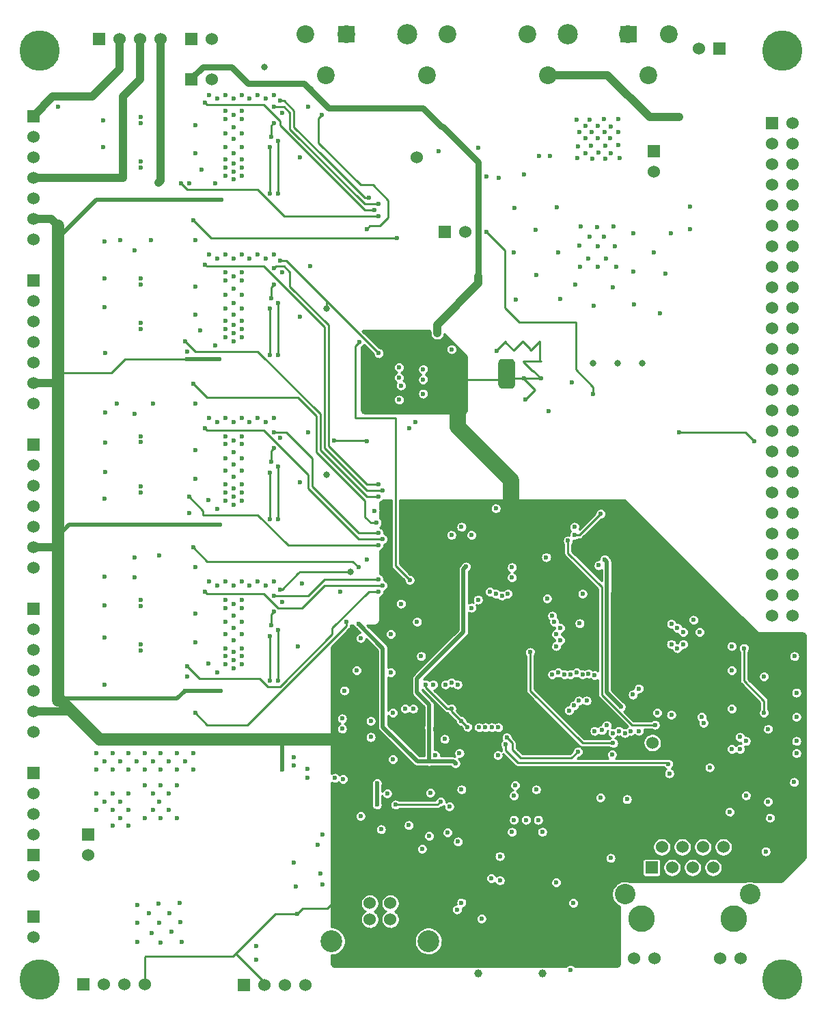
<source format=gbr>
G04 (created by PCBNEW (2013-05-18 BZR 4017)-stable) date Fri 14 Aug 2015 10:59:20 BST*
%MOIN*%
G04 Gerber Fmt 3.4, Leading zero omitted, Abs format*
%FSLAX34Y34*%
G01*
G70*
G90*
G04 APERTURE LIST*
%ADD10C,0.00590551*%
%ADD11C,0.0394*%
%ADD12C,0.1969*%
%ADD13R,0.06X0.06*%
%ADD14C,0.06*%
%ADD15C,0.1299*%
%ADD16C,0.1*%
%ADD17C,0.0315*%
%ADD18R,0.0787X0.0787*%
%ADD19C,0.0984*%
%ADD20C,0.1063*%
%ADD21C,0.0866*%
%ADD22C,0.0236*%
%ADD23C,0.01*%
%ADD24C,0.08*%
%ADD25C,0.04*%
%ADD26C,0.06*%
%ADD27C,0.02*%
%ADD28C,0.03*%
G04 APERTURE END LIST*
G54D10*
G54D11*
X24140Y1870D03*
X27282Y1870D03*
G54D12*
X2754Y1575D03*
G54D13*
X2429Y43625D03*
G54D14*
X2429Y42625D03*
X2429Y41625D03*
X2429Y40625D03*
X2429Y39625D03*
X2429Y38625D03*
X2429Y37625D03*
G54D13*
X2429Y35625D03*
G54D14*
X2429Y34625D03*
X2429Y33625D03*
X2429Y32625D03*
X2429Y31625D03*
X2429Y30625D03*
X2429Y29625D03*
G54D13*
X2429Y27625D03*
G54D14*
X2429Y26625D03*
X2429Y25625D03*
X2429Y24625D03*
X2429Y23625D03*
X2429Y22625D03*
X2429Y21625D03*
G54D13*
X2429Y19625D03*
G54D14*
X2429Y18625D03*
X2429Y17625D03*
X2429Y16625D03*
X2429Y15625D03*
X2429Y14625D03*
X2429Y13625D03*
G54D13*
X35911Y46929D03*
G54D14*
X34911Y46929D03*
G54D13*
X38474Y43299D03*
G54D14*
X39474Y43299D03*
X38474Y38299D03*
X39474Y42299D03*
X38474Y37299D03*
X39474Y41299D03*
X38474Y36299D03*
X39474Y40299D03*
X38474Y35299D03*
X39474Y39299D03*
X38474Y34299D03*
X39474Y38299D03*
X38474Y33299D03*
X39474Y37299D03*
X38474Y32299D03*
X39474Y36299D03*
X38474Y31299D03*
X39474Y35299D03*
X38474Y30299D03*
X39474Y34299D03*
X38474Y29299D03*
X39474Y33299D03*
X38474Y28299D03*
X39474Y32299D03*
X39474Y31299D03*
X38474Y27299D03*
X39474Y30299D03*
X39474Y28299D03*
X39474Y27299D03*
X39474Y26299D03*
X39474Y25299D03*
X38474Y26299D03*
X38474Y25299D03*
X38474Y42299D03*
X38474Y41299D03*
X38474Y40299D03*
X38474Y39299D03*
X38474Y24299D03*
X39474Y24299D03*
X39474Y29299D03*
X38474Y23299D03*
X39474Y23299D03*
X38474Y22299D03*
X39474Y22299D03*
X38474Y21299D03*
X39474Y21299D03*
X38474Y20299D03*
X39474Y20299D03*
X38474Y19299D03*
X39474Y19299D03*
G54D15*
X32098Y4528D03*
X36598Y4528D03*
G54D14*
X36098Y8028D03*
X35600Y7028D03*
X35098Y8028D03*
X34600Y7028D03*
X34098Y8028D03*
X33600Y7028D03*
X33098Y8028D03*
G54D16*
X31298Y5729D03*
X37398Y5728D03*
G54D14*
X35956Y2599D03*
X32740Y2599D03*
X36956Y2599D03*
X31740Y2599D03*
G54D13*
X32600Y7028D03*
G54D17*
X16730Y26181D03*
X13700Y46038D03*
X16730Y34252D03*
X17900Y21438D03*
G54D13*
X32696Y41944D03*
G54D14*
X32696Y40944D03*
X32638Y13104D03*
X21148Y41630D03*
G54D13*
X22500Y37988D03*
G54D14*
X23500Y37988D03*
G54D13*
X4888Y1328D03*
G54D14*
X5888Y1328D03*
X6888Y1328D03*
X7888Y1328D03*
G54D12*
X38974Y46850D03*
X38974Y1575D03*
X2754Y46850D03*
G54D13*
X2429Y11625D03*
G54D14*
X2429Y10625D03*
X2429Y9625D03*
X2429Y8625D03*
G54D13*
X2429Y7625D03*
G54D14*
X2429Y6625D03*
G54D13*
X2429Y4625D03*
G54D14*
X2429Y3625D03*
G54D18*
X31476Y47638D03*
G54D19*
X28524Y47638D03*
G54D18*
X17715Y47638D03*
G54D19*
X20667Y47638D03*
G54D13*
X5650Y47388D03*
G54D14*
X6650Y47388D03*
X7650Y47388D03*
X8650Y47388D03*
G54D13*
X10150Y47388D03*
G54D14*
X11150Y47388D03*
G54D13*
X10150Y45438D03*
G54D14*
X11150Y45438D03*
X19850Y5288D03*
X18850Y5288D03*
X18850Y4501D03*
X19850Y4501D03*
G54D20*
X21712Y3438D03*
X16988Y3438D03*
G54D13*
X5100Y8638D03*
G54D14*
X5100Y7638D03*
G54D13*
X12700Y1288D03*
G54D14*
X13700Y1288D03*
X14700Y1288D03*
X15700Y1288D03*
G54D17*
X32150Y31588D03*
X30950Y31588D03*
X29750Y31588D03*
G54D21*
X32450Y45638D03*
X33450Y47638D03*
X31450Y47638D03*
X27550Y45638D03*
X28550Y47638D03*
X26550Y47638D03*
X16700Y45638D03*
X17700Y47638D03*
X15700Y47638D03*
X21650Y45638D03*
X22650Y47638D03*
X20650Y47638D03*
G54D22*
X32720Y36988D03*
X31700Y37938D03*
X27990Y39198D03*
X28040Y36988D03*
X29510Y36718D03*
X26980Y35918D03*
X29940Y38248D03*
X30740Y38258D03*
X28880Y35428D03*
X25890Y37018D03*
X30860Y36288D03*
X33260Y35958D03*
X26940Y38118D03*
X29100Y36298D03*
X29130Y38278D03*
X30380Y36698D03*
X28130Y34738D03*
X29970Y36288D03*
X25970Y34708D03*
X30820Y37318D03*
X33550Y37938D03*
X29090Y37348D03*
X30270Y37758D03*
X29990Y37318D03*
X29790Y34398D03*
X25910Y39158D03*
X31750Y34458D03*
X30720Y35308D03*
X31700Y36068D03*
X29560Y37758D03*
X22700Y7388D03*
X33000Y34038D03*
X25293Y9350D03*
X25648Y6496D03*
X27655Y9350D03*
X27262Y8071D03*
X26868Y7579D03*
X27655Y6398D03*
X30411Y4626D03*
X23375Y9725D03*
X23817Y8465D03*
X24112Y7776D03*
X39663Y13780D03*
X31159Y10650D03*
X33462Y13583D03*
X36218Y11319D03*
X39663Y14961D03*
X37399Y17323D03*
X33955Y15453D03*
X33561Y15846D03*
X22144Y9744D03*
X22045Y13780D03*
X18900Y29438D03*
X23129Y30807D03*
X25270Y30882D03*
X25742Y30890D03*
X25522Y30579D03*
X25289Y31630D03*
X26435Y29827D03*
X18896Y32087D03*
X20176Y32480D03*
X20372Y12303D03*
X22833Y12697D03*
X23620Y12106D03*
X31396Y15157D03*
X29722Y21555D03*
X23029Y21772D03*
X11569Y15650D03*
X27195Y30862D03*
X25057Y32213D03*
X26360Y30854D03*
X13974Y24016D03*
X13974Y18307D03*
X11605Y39567D03*
X21750Y9744D03*
X9840Y15650D03*
X14565Y11811D03*
X13974Y34252D03*
X11529Y23720D03*
X14368Y18602D03*
X14565Y43799D03*
X14368Y31988D03*
X14466Y27953D03*
X15297Y4752D03*
X13974Y42126D03*
X13974Y26280D03*
X14368Y34547D03*
X14368Y24016D03*
X14368Y42421D03*
X14368Y26575D03*
X13974Y16142D03*
X14565Y19980D03*
X13974Y31988D03*
X13974Y39862D03*
X11506Y31791D03*
X22207Y41933D03*
X32911Y10591D03*
X9742Y23720D03*
X14368Y16142D03*
X14565Y36024D03*
X9840Y39567D03*
X9939Y31791D03*
X14368Y39862D03*
X17150Y11388D03*
X15800Y11388D03*
X22350Y43138D03*
X24148Y35480D03*
X26390Y40813D03*
X22139Y33470D03*
X22144Y33071D03*
X24159Y35846D03*
X23541Y21693D03*
X21750Y12205D03*
X31100Y14862D03*
X21750Y13878D03*
X18305Y18898D03*
X30313Y22047D03*
X23029Y12106D03*
X28640Y16437D03*
X29525Y16476D03*
X29821Y16398D03*
X16550Y6188D03*
X25531Y13366D03*
X29014Y12677D03*
X28581Y14685D03*
X30600Y7488D03*
X28817Y14921D03*
X28344Y16437D03*
X30334Y41563D03*
X29709Y41581D03*
X29691Y42859D03*
X30991Y42224D03*
X29367Y41846D03*
X28966Y41599D03*
X30622Y41851D03*
X30591Y42566D03*
X29385Y42553D03*
X29065Y42859D03*
X30622Y43151D03*
X30973Y43498D03*
X29020Y42184D03*
X29655Y42206D03*
X30271Y43489D03*
X30969Y42868D03*
X29380Y43169D03*
X30010Y41860D03*
X31032Y41590D03*
X29574Y43471D03*
X30334Y42197D03*
X28948Y43484D03*
X30303Y42863D03*
X29992Y43178D03*
X29968Y42559D03*
X28525Y22953D03*
X32768Y13982D03*
X18896Y13386D03*
X20962Y14764D03*
X18896Y14173D03*
X20569Y14764D03*
X16550Y8638D03*
X17500Y13788D03*
X17500Y14288D03*
X16300Y8138D03*
X5510Y12598D03*
X6298Y9843D03*
X8659Y12598D03*
X7085Y9843D03*
X9447Y11811D03*
X6691Y9449D03*
X7872Y11811D03*
X8659Y11024D03*
X8659Y11811D03*
X8266Y12205D03*
X5903Y12205D03*
X6691Y10236D03*
X9447Y11024D03*
X6297Y9055D03*
X7872Y9449D03*
X7478Y12205D03*
X8266Y10630D03*
X5510Y10630D03*
X7085Y10630D03*
X9840Y12205D03*
X10234Y12598D03*
X7872Y11024D03*
X8266Y9843D03*
X9447Y12598D03*
X6297Y10630D03*
X7085Y12598D03*
X6297Y12598D03*
X5903Y10236D03*
X7085Y11811D03*
X9053Y10630D03*
X7085Y9055D03*
X9053Y9843D03*
X6297Y11811D03*
X6691Y12205D03*
X8659Y9449D03*
X8561Y10236D03*
X7872Y12598D03*
X10234Y11811D03*
X9447Y9449D03*
X5510Y11811D03*
X5510Y9843D03*
X9053Y12205D03*
X10825Y20472D03*
X19486Y20768D03*
X19289Y20472D03*
X9939Y16831D03*
X19700Y10638D03*
X15800Y11838D03*
X14466Y20571D03*
X19289Y21063D03*
X14171Y20276D03*
X17714Y18996D03*
X10333Y14567D03*
X23108Y4980D03*
X38088Y14567D03*
X37104Y17717D03*
X29230Y20374D03*
X38285Y13780D03*
X38088Y16339D03*
X34939Y18504D03*
X34644Y19094D03*
X39663Y15551D03*
X33856Y17717D03*
X33856Y18701D03*
X33561Y18898D03*
X33561Y17913D03*
X34151Y17913D03*
X34151Y18504D03*
X30100Y10438D03*
X27500Y20138D03*
X9660Y3388D03*
X8640Y3378D03*
X8563Y4331D03*
X7520Y4348D03*
X8220Y3848D03*
X8080Y4818D03*
X8540Y5268D03*
X9570Y5288D03*
X9090Y4818D03*
X9190Y3918D03*
X9600Y4378D03*
X7520Y5188D03*
X7500Y3388D03*
X18400Y9538D03*
X22732Y10004D03*
X23226Y12598D03*
X15254Y6102D03*
X19400Y8888D03*
X17550Y11338D03*
X27592Y29252D03*
X24150Y42088D03*
X27065Y9350D03*
X31691Y15453D03*
X33561Y14469D03*
X32872Y14567D03*
X23305Y14173D03*
X22833Y14764D03*
X21573Y15945D03*
X29090Y18923D03*
X11809Y17323D03*
X11809Y20079D03*
X11809Y25295D03*
X12200Y27851D03*
X11809Y27657D03*
X11809Y28051D03*
X11809Y33268D03*
X11809Y35630D03*
X11809Y36024D03*
X12201Y35825D03*
X20372Y19882D03*
X15352Y17815D03*
X21456Y30807D03*
X15451Y33858D03*
X15451Y41634D03*
X23325Y5315D03*
X28640Y2047D03*
X39565Y17323D03*
X39663Y14370D03*
X36514Y14764D03*
X39663Y12598D03*
X39663Y13189D03*
X39550Y11188D03*
X38167Y7815D03*
X38384Y9449D03*
X37203Y10531D03*
X36415Y9744D03*
X35431Y11909D03*
X33462Y11614D03*
X28777Y5295D03*
X27262Y8760D03*
X26474Y9350D03*
X24782Y6496D03*
X19978Y12303D03*
X25884Y9350D03*
X23325Y10827D03*
X21800Y10666D03*
X23620Y13878D03*
X22045Y12500D03*
X19978Y14567D03*
X19880Y16535D03*
X18207Y16634D03*
X7675Y19783D03*
X18403Y18209D03*
X19880Y18406D03*
X21356Y17323D03*
X30018Y21752D03*
X17419Y20472D03*
X24132Y20079D03*
X18699Y22047D03*
X22833Y23228D03*
X19092Y24409D03*
X11809Y24902D03*
X22844Y32280D03*
X20273Y29823D03*
X21456Y31299D03*
X20273Y31398D03*
X34469Y39243D03*
X27100Y41688D03*
X11809Y41142D03*
X11415Y44488D03*
X3650Y44088D03*
X27650Y41688D03*
X24550Y40688D03*
X25150Y40638D03*
X5900Y21188D03*
X5900Y19788D03*
X5900Y18238D03*
X5900Y15938D03*
X7675Y27756D03*
X5950Y29188D03*
X5950Y27738D03*
X5950Y26288D03*
X5900Y24988D03*
X7675Y35728D03*
X5900Y35738D03*
X5900Y34338D03*
X5950Y32088D03*
X5900Y37538D03*
X6691Y37598D03*
X5850Y42138D03*
X7675Y43602D03*
X5850Y43438D03*
X12596Y40748D03*
X7675Y41437D03*
X15155Y12008D03*
X11809Y44685D03*
X12596Y27657D03*
X12200Y16735D03*
X12596Y16929D03*
X11809Y34252D03*
X12596Y28051D03*
X21455Y30118D03*
X38285Y10236D03*
X15155Y7283D03*
X12596Y41535D03*
X12596Y17323D03*
X12596Y33268D03*
X13384Y20965D03*
X7675Y28051D03*
X7675Y17618D03*
X13777Y20768D03*
X12596Y42126D03*
X12203Y19291D03*
X12596Y20079D03*
X11415Y20768D03*
X13384Y36909D03*
X28718Y30657D03*
X12203Y26673D03*
X8561Y22244D03*
X12202Y40945D03*
X12201Y33071D03*
X11809Y26969D03*
X11022Y28937D03*
X11809Y33661D03*
X12203Y20768D03*
X12596Y25295D03*
X13777Y44488D03*
X12200Y17520D03*
X12202Y41339D03*
X14171Y36909D03*
X11418Y28737D03*
X15451Y25787D03*
X12990Y20768D03*
X23325Y23622D03*
X11809Y20965D03*
X7675Y41142D03*
X7380Y21161D03*
X11809Y41535D03*
X12596Y18996D03*
X7675Y35433D03*
X10037Y24311D03*
X11809Y43898D03*
X12203Y35236D03*
X13777Y36713D03*
X12200Y25492D03*
X15943Y36319D03*
X7675Y43307D03*
X14171Y20965D03*
X12596Y43898D03*
X12201Y33465D03*
X8167Y37598D03*
X12596Y33661D03*
X11809Y25689D03*
X12596Y26969D03*
X7380Y37106D03*
X11022Y44685D03*
X11809Y42126D03*
X7675Y25295D03*
X11022Y36909D03*
X12596Y26378D03*
X12596Y20965D03*
X12990Y44488D03*
X7675Y33563D03*
X15844Y28248D03*
X12202Y43700D03*
X12201Y36711D03*
X11809Y18996D03*
X11415Y36713D03*
X12596Y41142D03*
X12990Y28740D03*
X10037Y40354D03*
X11809Y16929D03*
X11809Y28937D03*
X14171Y28937D03*
X11809Y42815D03*
X12596Y17717D03*
X12203Y41831D03*
X12200Y24708D03*
X7675Y20079D03*
X12596Y24902D03*
X12203Y34547D03*
X12596Y18406D03*
X7380Y29134D03*
X15549Y20866D03*
X34469Y38130D03*
X11809Y26378D03*
X12596Y28937D03*
X12596Y36024D03*
X12990Y36713D03*
X6494Y29626D03*
X12203Y27264D03*
X14171Y44685D03*
X12596Y44685D03*
X11809Y36909D03*
X12596Y32874D03*
X17616Y15650D03*
X12596Y35630D03*
X13384Y28937D03*
X7675Y33268D03*
X12202Y40552D03*
X12596Y34252D03*
X9939Y16339D03*
X12596Y34941D03*
X13384Y44685D03*
X12203Y18701D03*
X12203Y42520D03*
X12203Y43110D03*
X11809Y43504D03*
X12203Y33957D03*
X12596Y36909D03*
X12596Y42815D03*
X9939Y32185D03*
X12203Y26083D03*
X7380Y22146D03*
X11809Y19685D03*
X11022Y20965D03*
X15844Y44094D03*
X15155Y12402D03*
X12200Y28737D03*
X11809Y32874D03*
X8266Y29626D03*
X12200Y17126D03*
X11809Y34941D03*
X12201Y32679D03*
X13777Y28740D03*
X12200Y25098D03*
X11809Y18406D03*
X12596Y25689D03*
X12202Y44487D03*
X7675Y25591D03*
X12203Y18110D03*
X12203Y19882D03*
X12596Y43504D03*
X7675Y17913D03*
X12596Y19685D03*
X11809Y40748D03*
X11809Y17717D03*
X25195Y6398D03*
X25195Y7579D03*
X31986Y13681D03*
X31986Y15748D03*
X27951Y6299D03*
X14171Y43307D03*
X14053Y42638D03*
X14053Y18819D03*
X14171Y19488D03*
X14171Y35433D03*
X14053Y34764D03*
X14171Y27461D03*
X14053Y26791D03*
X36907Y12795D03*
X35136Y14075D03*
X36514Y16634D03*
X36514Y17815D03*
X35037Y14370D03*
X37203Y13189D03*
X36514Y12795D03*
X36907Y13386D03*
X22833Y16043D03*
X21750Y8563D03*
X21400Y7938D03*
X21947Y15945D03*
X20750Y9088D03*
X22537Y15945D03*
X25470Y13030D03*
X33423Y12067D03*
X24998Y20374D03*
X24703Y20472D03*
X28836Y23622D03*
X27459Y22146D03*
X27754Y16437D03*
X33950Y28238D03*
X37600Y27814D03*
X28049Y16535D03*
X29053Y15157D03*
X29427Y15157D03*
X29821Y13681D03*
X30175Y13720D03*
X30411Y13957D03*
X30707Y13583D03*
X31002Y13681D03*
X31297Y13583D03*
X31592Y13681D03*
X24171Y13858D03*
X27754Y19291D03*
X24486Y13858D03*
X24801Y13858D03*
X25116Y13858D03*
X25096Y12500D03*
X18350Y32638D03*
X18700Y38138D03*
X16500Y43688D03*
X20800Y21038D03*
X13300Y3188D03*
X16450Y6738D03*
X23150Y8288D03*
X13300Y2538D03*
X22650Y8738D03*
X23128Y15945D03*
X25785Y21654D03*
X25588Y20374D03*
X27951Y17815D03*
X28148Y18110D03*
X28148Y18701D03*
X27852Y18996D03*
X27951Y18406D03*
X20766Y28445D03*
X23817Y19685D03*
X23817Y23228D03*
X20273Y30906D03*
X29230Y16437D03*
X21061Y28740D03*
X20372Y30512D03*
X28935Y16535D03*
X25785Y21161D03*
X25293Y20276D03*
X22300Y10238D03*
X20100Y10088D03*
X22500Y13288D03*
X25950Y11038D03*
X24300Y4538D03*
X21159Y18996D03*
X24998Y24528D03*
X19200Y10088D03*
X19200Y11138D03*
X25884Y10531D03*
X25785Y8760D03*
X31396Y10354D03*
X26966Y10827D03*
X30118Y24264D03*
X28836Y23228D03*
X30667Y12539D03*
X24550Y37988D03*
X29750Y30088D03*
X33950Y43588D03*
X10334Y41829D03*
X10333Y18012D03*
X10333Y19390D03*
X10579Y33218D03*
X10333Y25984D03*
X11317Y32480D03*
X10333Y35335D03*
X10333Y27362D03*
X10333Y37598D03*
X10972Y16978D03*
X11415Y24508D03*
X10333Y43209D03*
X10333Y33957D03*
X11317Y40354D03*
X11415Y16535D03*
X10333Y29626D03*
X10972Y24951D03*
X10333Y21654D03*
X10628Y41043D03*
X10825Y28445D03*
X19486Y23031D03*
X10037Y25098D03*
X19289Y22736D03*
X17100Y27838D03*
X18700Y27788D03*
X19289Y23327D03*
X14171Y28248D03*
X10234Y22638D03*
X18305Y21654D03*
X19486Y25394D03*
X10825Y36417D03*
X19289Y25098D03*
X9840Y32677D03*
X19289Y32087D03*
X14466Y36614D03*
X19289Y25689D03*
X14171Y36220D03*
X10234Y30610D03*
X19191Y23819D03*
X10825Y44291D03*
X19092Y39075D03*
X9644Y40354D03*
X19289Y38780D03*
X8550Y40388D03*
X14466Y44390D03*
X18797Y39665D03*
X14171Y44094D03*
X19289Y39370D03*
X10234Y38583D03*
X20175Y37697D03*
X30726Y13091D03*
X26671Y17520D03*
G54D23*
X13700Y1288D02*
X13700Y1438D01*
X13700Y1438D02*
X12312Y2825D01*
X7888Y1328D02*
X7888Y2676D01*
X7900Y2688D02*
X12175Y2688D01*
X7888Y2676D02*
X7900Y2688D01*
X23375Y9725D02*
X22163Y9725D01*
X22163Y9725D02*
X22144Y9744D01*
X18850Y7238D02*
X18850Y7088D01*
X18850Y7088D02*
X16782Y5020D01*
X23817Y8465D02*
X23777Y8465D01*
X23777Y8465D02*
X22700Y7388D01*
X18850Y7138D02*
X18850Y7238D01*
X18850Y7238D02*
X18850Y7438D01*
X18850Y7329D02*
X18850Y7438D01*
X18850Y7438D02*
X18850Y11488D01*
X18850Y11488D02*
X19000Y11638D01*
X18850Y7270D02*
X18850Y7138D01*
X39142Y13780D02*
X39142Y12830D01*
X37631Y11319D02*
X36218Y11319D01*
X39142Y12830D02*
X37631Y11319D01*
X23817Y8465D02*
X24408Y8465D01*
X24408Y8465D02*
X25293Y9350D01*
X24112Y7776D02*
X24162Y7776D01*
X25156Y6988D02*
X25648Y6496D01*
X24950Y6988D02*
X25156Y6988D01*
X24162Y7776D02*
X24950Y6988D01*
X25648Y6496D02*
X26432Y6496D01*
X26432Y6496D02*
X27262Y7326D01*
X27262Y8071D02*
X27262Y7326D01*
X27262Y7326D02*
X27250Y7338D01*
X27655Y9350D02*
X27655Y8464D01*
X27655Y8464D02*
X27262Y8071D01*
X26868Y7579D02*
X27009Y7579D01*
X27009Y7579D02*
X27250Y7338D01*
X27250Y7338D02*
X27750Y6838D01*
X30411Y4626D02*
X30411Y5277D01*
X27655Y6743D02*
X27655Y6398D01*
X27900Y6988D02*
X27750Y6838D01*
X27750Y6838D02*
X27655Y6743D01*
X28700Y6988D02*
X27900Y6988D01*
X30411Y5277D02*
X28700Y6988D01*
X23375Y9725D02*
X23375Y10263D01*
X23375Y10263D02*
X23550Y10438D01*
X23817Y8465D02*
X23817Y9283D01*
X23817Y9283D02*
X23375Y9725D01*
X24112Y7776D02*
X24112Y8170D01*
X24112Y8170D02*
X23817Y8465D01*
X15565Y5020D02*
X16782Y5020D01*
X15297Y4752D02*
X15565Y5020D01*
X33955Y15453D02*
X33955Y13583D01*
X34000Y13538D02*
X34000Y13583D01*
X33955Y13583D02*
X34000Y13538D01*
X39663Y13780D02*
X39142Y13780D01*
X39100Y13822D02*
X39100Y15238D01*
X39142Y13780D02*
X39100Y13822D01*
X31159Y10650D02*
X31262Y10650D01*
X32714Y10788D02*
X32911Y10591D01*
X31400Y10788D02*
X32714Y10788D01*
X31262Y10650D02*
X31400Y10788D01*
X36218Y11319D02*
X34881Y11319D01*
X34881Y11319D02*
X34153Y10591D01*
X34153Y10591D02*
X32911Y10591D01*
X36218Y11319D02*
X36218Y12120D01*
X34755Y13583D02*
X34000Y13583D01*
X36218Y12120D02*
X34755Y13583D01*
X34000Y13583D02*
X33462Y13583D01*
X39663Y14961D02*
X39377Y14961D01*
X38415Y17323D02*
X37399Y17323D01*
X38550Y17188D02*
X38415Y17323D01*
X38550Y15788D02*
X38550Y17188D01*
X39377Y14961D02*
X39100Y15238D01*
X39100Y15238D02*
X38550Y15788D01*
X33561Y15846D02*
X33561Y16477D01*
X33500Y16538D02*
X31396Y16538D01*
X33561Y16477D02*
X33500Y16538D01*
X33561Y15846D02*
X33562Y15846D01*
X33562Y15846D02*
X33955Y15453D01*
X24350Y10928D02*
X23620Y11658D01*
X23550Y10438D02*
X24050Y10438D01*
X24050Y10438D02*
X24350Y10738D01*
X24350Y10738D02*
X24350Y10928D01*
X22045Y13780D02*
X22758Y13780D01*
X22758Y13780D02*
X23450Y13088D01*
X18896Y29442D02*
X18896Y32087D01*
X18900Y29438D02*
X18896Y29442D01*
G54D24*
X23129Y30807D02*
X23129Y28509D01*
X25750Y25888D02*
X25750Y24738D01*
X23129Y28509D02*
X25750Y25888D01*
G54D23*
X25750Y24738D02*
X25750Y24607D01*
X25750Y24607D02*
X25750Y23338D01*
X30197Y23141D02*
X30750Y23694D01*
X30450Y24738D02*
X25750Y24738D01*
X30750Y24438D02*
X30450Y24738D01*
X30750Y23694D02*
X30750Y24438D01*
X20176Y32480D02*
X21456Y32480D01*
X21456Y32480D02*
X23129Y30807D01*
X25522Y30579D02*
X25522Y30670D01*
X25522Y30670D02*
X25742Y30890D01*
X25522Y30579D02*
X25522Y30630D01*
X25522Y30630D02*
X25270Y30882D01*
X23129Y30807D02*
X25195Y30807D01*
X25195Y30807D02*
X25270Y30882D01*
X25746Y31626D02*
X25293Y31626D01*
X25742Y30988D02*
X25498Y31232D01*
X25742Y30890D02*
X25742Y30988D01*
X25498Y31378D02*
X25746Y31626D01*
X25498Y31232D02*
X25498Y31378D01*
X25293Y31626D02*
X25289Y31630D01*
X26360Y30854D02*
X25778Y30854D01*
X25778Y30854D02*
X25742Y30890D01*
X26903Y30299D02*
X26903Y30295D01*
X26903Y30295D02*
X26435Y29827D01*
X26360Y30854D02*
X26360Y30842D01*
X26360Y30842D02*
X26903Y30299D01*
X27195Y30862D02*
X26368Y30862D01*
X26368Y30862D02*
X26360Y30854D01*
X26773Y31236D02*
X26821Y31236D01*
X26821Y31236D02*
X27195Y30862D01*
X26333Y31717D02*
X26333Y31676D01*
X26333Y31676D02*
X26773Y31236D01*
X27195Y31709D02*
X26341Y31709D01*
X26341Y31709D02*
X26333Y31717D01*
X27159Y32661D02*
X27159Y31745D01*
X27159Y31745D02*
X27195Y31709D01*
X26683Y32228D02*
X26726Y32228D01*
X26726Y32228D02*
X27159Y32661D01*
X26309Y32685D02*
X26309Y32679D01*
X26683Y32305D02*
X26683Y32228D01*
X26309Y32679D02*
X26683Y32305D01*
X25864Y32232D02*
X25864Y32240D01*
X25864Y32240D02*
X26309Y32685D01*
X25490Y32657D02*
X25490Y32606D01*
X25490Y32606D02*
X25864Y32232D01*
X25057Y32213D02*
X25057Y32224D01*
X25057Y32224D02*
X25490Y32657D01*
X18896Y32087D02*
X18896Y31692D01*
X19434Y31738D02*
X20176Y32480D01*
X18942Y31738D02*
X19434Y31738D01*
X18896Y31692D02*
X18942Y31738D01*
X20300Y11638D02*
X19000Y11638D01*
X19000Y11638D02*
X17550Y11638D01*
X17550Y11638D02*
X17450Y11738D01*
X17450Y11738D02*
X17450Y13268D01*
X20300Y11638D02*
X20300Y12231D01*
X23620Y11658D02*
X23600Y11638D01*
X23600Y11638D02*
X20300Y11638D01*
X23620Y11658D02*
X23620Y12106D01*
X20300Y12231D02*
X20372Y12303D01*
X22833Y12697D02*
X22833Y12971D01*
X22833Y12971D02*
X22950Y13088D01*
X22950Y13088D02*
X23450Y13088D01*
X23700Y13088D02*
X24151Y12637D01*
X23450Y13088D02*
X23700Y13088D01*
X25100Y13388D02*
X24902Y13388D01*
X25750Y23338D02*
X25750Y23188D01*
X25550Y14338D02*
X25550Y13838D01*
X25550Y17888D02*
X25550Y14338D01*
X26900Y19238D02*
X25550Y17888D01*
X26900Y22038D02*
X26900Y19238D01*
X25750Y23188D02*
X26900Y22038D01*
X25100Y13388D02*
X25550Y13838D01*
X24902Y13388D02*
X24151Y12637D01*
X24151Y12637D02*
X23620Y12106D01*
X31396Y15157D02*
X31396Y16538D01*
X31396Y16538D02*
X31396Y21942D01*
X31396Y21942D02*
X30197Y23141D01*
X29722Y21555D02*
X29722Y22666D01*
X29722Y22666D02*
X30197Y23141D01*
X23029Y21772D02*
X23029Y21967D01*
X24900Y22488D02*
X25750Y23338D01*
X23550Y22488D02*
X24900Y22488D01*
X23029Y21967D02*
X23550Y22488D01*
G54D25*
X2429Y14625D02*
X4309Y14625D01*
X4400Y14588D02*
X4400Y14534D01*
X4346Y14588D02*
X4400Y14588D01*
X4309Y14625D02*
X4346Y14588D01*
X2429Y22625D02*
X3640Y22625D01*
X2429Y30625D02*
X3625Y30625D01*
X3625Y30625D02*
X3640Y30610D01*
G54D23*
X9939Y31791D02*
X6903Y31791D01*
X6254Y31142D02*
X3640Y31142D01*
X6903Y31791D02*
X6254Y31142D01*
G54D25*
X2429Y38625D02*
X3302Y38625D01*
G54D26*
X3640Y37996D02*
X3640Y37713D01*
X3640Y38287D02*
X3640Y37996D01*
G54D25*
X3302Y38625D02*
X3640Y38287D01*
G54D26*
X3640Y29134D02*
X3640Y25098D01*
G54D27*
X9447Y15256D02*
X3640Y15256D01*
G54D26*
X3640Y15256D02*
X3678Y15256D01*
G54D27*
X11529Y23720D02*
X9742Y23720D01*
X4183Y23720D02*
X3640Y23177D01*
G54D26*
X3640Y15256D02*
X3640Y15157D01*
G54D23*
X13974Y16142D02*
X13974Y18307D01*
G54D27*
X9840Y15650D02*
X11569Y15650D01*
X9840Y15650D02*
X9840Y15649D01*
G54D26*
X3640Y30118D02*
X3640Y29134D01*
X3640Y25098D02*
X3640Y23177D01*
X14565Y13268D02*
X17450Y13268D01*
X17450Y13268D02*
X17478Y13268D01*
G54D23*
X14239Y4752D02*
X15297Y4752D01*
G54D27*
X5494Y39567D02*
X3640Y37713D01*
G54D23*
X12175Y2688D02*
X12312Y2825D01*
X12312Y2825D02*
X14239Y4752D01*
G54D26*
X3640Y30610D02*
X3640Y30118D01*
X3640Y33169D02*
X3640Y33110D01*
X3640Y33110D02*
X3640Y31142D01*
X3640Y37713D02*
X3640Y33169D01*
G54D23*
X14368Y24016D02*
X14368Y26575D01*
G54D26*
X3640Y22625D02*
X3640Y22146D01*
G54D23*
X13974Y24016D02*
X13974Y26280D01*
X13974Y39862D02*
X13974Y42126D01*
G54D26*
X3640Y30625D02*
X3640Y30610D01*
X3640Y23177D02*
X3640Y22625D01*
X3640Y22146D02*
X3640Y21142D01*
G54D27*
X3660Y25118D02*
X3640Y25098D01*
G54D23*
X14368Y31988D02*
X14368Y34547D01*
G54D26*
X5666Y13268D02*
X14565Y13268D01*
G54D27*
X9840Y39567D02*
X5494Y39567D01*
G54D23*
X14368Y16142D02*
X14368Y18602D01*
G54D26*
X3640Y21142D02*
X3640Y15256D01*
X3678Y15256D02*
X4400Y14534D01*
X4400Y14534D02*
X5666Y13268D01*
G54D27*
X11605Y39567D02*
X9840Y39567D01*
X11506Y31791D02*
X9939Y31791D01*
G54D26*
X3640Y31142D02*
X3640Y30610D01*
G54D27*
X9840Y15649D02*
X9447Y15256D01*
G54D23*
X13974Y31988D02*
X13974Y34252D01*
G54D27*
X14565Y13268D02*
X14565Y11811D01*
X9742Y23720D02*
X4183Y23720D01*
G54D23*
X14368Y39862D02*
X14368Y42421D01*
G54D28*
X10700Y46038D02*
X12100Y46038D01*
X10150Y45438D02*
X10150Y45488D01*
X10150Y45488D02*
X10700Y46038D01*
X15650Y45238D02*
X16150Y44738D01*
X12900Y45238D02*
X15650Y45238D01*
X12100Y46038D02*
X12900Y45238D01*
X21250Y44038D02*
X21450Y44038D01*
X21450Y44038D02*
X22350Y43138D01*
X16850Y44038D02*
X21250Y44038D01*
X15900Y44988D02*
X16150Y44738D01*
X16150Y44738D02*
X16850Y44038D01*
X24157Y41395D02*
X24157Y35847D01*
X24157Y35847D02*
X24159Y35846D01*
X22350Y43138D02*
X22415Y43138D01*
X22415Y43138D02*
X24157Y41395D01*
G54D27*
X24157Y41395D02*
X24159Y41394D01*
G54D23*
X22350Y43138D02*
X22334Y43122D01*
G54D25*
X22139Y33470D02*
X24159Y35490D01*
X24159Y35490D02*
X24159Y35846D01*
X22139Y33470D02*
X22139Y33470D01*
G54D23*
X22431Y43122D02*
X24159Y41394D01*
G54D25*
X22139Y33470D02*
X22144Y33070D01*
G54D23*
X24159Y41394D02*
X24159Y35846D01*
G54D27*
X30407Y15555D02*
X30407Y20468D01*
X19486Y13879D02*
X19486Y17717D01*
X30411Y21949D02*
X30313Y22047D01*
X19486Y17717D02*
X18305Y18898D01*
X21750Y12205D02*
X21750Y13878D01*
X21159Y16240D02*
X23423Y18504D01*
X21750Y12205D02*
X21160Y12205D01*
X22930Y12205D02*
X23029Y12106D01*
X21750Y14961D02*
X21159Y15552D01*
X23423Y18504D02*
X23423Y21575D01*
X21159Y15552D02*
X21159Y16240D01*
X30407Y20468D02*
X30411Y20472D01*
X30411Y20472D02*
X30411Y21949D01*
X21750Y13878D02*
X21750Y14961D01*
X21750Y12205D02*
X22242Y12205D01*
X22242Y12205D02*
X22930Y12205D01*
X23423Y21575D02*
X23541Y21693D01*
X21160Y12205D02*
X19486Y13879D01*
X31100Y14862D02*
X30407Y15555D01*
G54D23*
X25796Y12775D02*
X25796Y13101D01*
X26297Y12352D02*
X26219Y12352D01*
X26219Y12352D02*
X25796Y12775D01*
X25796Y13101D02*
X25531Y13366D01*
X29014Y12677D02*
X29013Y12677D01*
X29013Y12677D02*
X28688Y12352D01*
X28688Y12352D02*
X26297Y12352D01*
X26291Y12352D02*
X26273Y12352D01*
X26297Y12352D02*
X26291Y12352D01*
X32768Y13982D02*
X31827Y13982D01*
X30175Y20461D02*
X30175Y20693D01*
X31827Y13982D02*
X31641Y13982D01*
X28525Y22343D02*
X28525Y22953D01*
X31641Y13982D02*
X30175Y15448D01*
X30175Y20693D02*
X28525Y22343D01*
X30175Y15448D02*
X30175Y20461D01*
X31827Y13982D02*
X31825Y13980D01*
X13679Y20374D02*
X14368Y19685D01*
X10924Y20374D02*
X13679Y20374D01*
X10826Y20472D02*
X10924Y20374D01*
X15549Y19685D02*
X16632Y20768D01*
X16632Y20768D02*
X19486Y20768D01*
X10825Y20472D02*
X10826Y20472D01*
X14368Y19685D02*
X15549Y19685D01*
X10530Y16240D02*
X9939Y16831D01*
X13483Y16240D02*
X10530Y16240D01*
X18796Y20472D02*
X17025Y18701D01*
X19289Y20472D02*
X18796Y20472D01*
X17025Y18405D02*
X14466Y15846D01*
X14466Y15846D02*
X13877Y15846D01*
X13877Y15846D02*
X13483Y16240D01*
X17025Y18701D02*
X17025Y18405D01*
X17900Y21438D02*
X15432Y21438D01*
X14565Y20571D02*
X15352Y21358D01*
X14565Y20571D02*
X14466Y20571D01*
X15432Y21438D02*
X15352Y21358D01*
X15845Y20276D02*
X16632Y21063D01*
X16632Y21063D02*
X19289Y21063D01*
X14171Y20276D02*
X15845Y20276D01*
X10923Y13976D02*
X12891Y13976D01*
X17714Y18799D02*
X17714Y18996D01*
X10333Y14567D02*
X10333Y14566D01*
X10333Y14566D02*
X10923Y13976D01*
X12891Y13976D02*
X17714Y18799D01*
X38088Y14567D02*
X38088Y15150D01*
X37104Y16134D02*
X37104Y17717D01*
X38088Y15150D02*
X37104Y16134D01*
X23305Y14173D02*
X23325Y14173D01*
X23325Y14173D02*
X23620Y13878D01*
X22833Y14764D02*
X22833Y14645D01*
X22833Y14645D02*
X23305Y14173D01*
X21573Y15945D02*
X21573Y15815D01*
X22624Y14764D02*
X22833Y14764D01*
X21573Y15815D02*
X22624Y14764D01*
X14053Y43189D02*
X14171Y43307D01*
X14053Y42638D02*
X14053Y43189D01*
X14053Y18819D02*
X14053Y19370D01*
X14053Y19370D02*
X14171Y19488D01*
X14053Y34764D02*
X14053Y35315D01*
X14053Y35315D02*
X14171Y35433D01*
X14053Y26791D02*
X14053Y27343D01*
X14053Y27343D02*
X14171Y27461D01*
G54D25*
X6650Y47388D02*
X6650Y45938D01*
X3392Y44588D02*
X2429Y43625D01*
X5300Y44588D02*
X3392Y44588D01*
X6650Y45938D02*
X5300Y44588D01*
X7650Y47388D02*
X7650Y45438D01*
X6787Y40625D02*
X2429Y40625D01*
X6800Y40638D02*
X6787Y40625D01*
X6800Y44588D02*
X6800Y40638D01*
X7650Y45438D02*
X6800Y44588D01*
G54D23*
X26061Y12145D02*
X25470Y12736D01*
X26061Y12145D02*
X33345Y12145D01*
X33345Y12145D02*
X33423Y12067D01*
X25470Y12736D02*
X25470Y13030D01*
X37600Y27814D02*
X37176Y28238D01*
X37176Y28238D02*
X33950Y28238D01*
X16350Y42338D02*
X16350Y43538D01*
X18150Y32438D02*
X18350Y32638D01*
X18700Y38138D02*
X18850Y38288D01*
X18850Y38288D02*
X19350Y38288D01*
X19350Y38288D02*
X19750Y38688D01*
X19750Y38688D02*
X19750Y39538D01*
X19750Y39538D02*
X19000Y40288D01*
X19000Y40288D02*
X18400Y40288D01*
X18400Y40288D02*
X16350Y42338D01*
X18150Y32088D02*
X18150Y32438D01*
X16350Y43538D02*
X16500Y43688D01*
X20100Y27438D02*
X20100Y28938D01*
X20800Y21038D02*
X20100Y21738D01*
X20100Y21738D02*
X20100Y27438D01*
X18150Y28938D02*
X18150Y32088D01*
X18150Y32088D02*
X18150Y32138D01*
X20100Y28938D02*
X18150Y28938D01*
X22150Y10088D02*
X22300Y10238D01*
X20100Y10088D02*
X22150Y10088D01*
G54D27*
X19200Y11138D02*
X19200Y10088D01*
G54D23*
X28836Y23228D02*
X29082Y23228D01*
X29082Y23228D02*
X30118Y24264D01*
X28900Y33188D02*
X28900Y31288D01*
X24550Y37988D02*
X25450Y37088D01*
X25450Y37088D02*
X25450Y34288D01*
X25450Y34288D02*
X26150Y33588D01*
X26150Y33588D02*
X28900Y33588D01*
X28900Y33188D02*
X28900Y33588D01*
X29750Y30438D02*
X29750Y30088D01*
X28900Y31288D02*
X29750Y30438D01*
G54D25*
X27500Y45638D02*
X30450Y45638D01*
X32500Y43588D02*
X33950Y43588D01*
X30450Y45638D02*
X32500Y43588D01*
G54D23*
X15844Y25492D02*
X15844Y26182D01*
X10924Y28346D02*
X13680Y28346D01*
X18305Y23031D02*
X15844Y25492D01*
X10825Y28445D02*
X10924Y28346D01*
X15844Y26182D02*
X13680Y28346D01*
X19486Y23031D02*
X18305Y23031D01*
X10726Y24409D02*
X10037Y25098D01*
X14861Y22736D02*
X13384Y24213D01*
X10726Y24213D02*
X10726Y24409D01*
X19289Y22736D02*
X14861Y22736D01*
X10726Y24213D02*
X10725Y24213D01*
X13384Y24213D02*
X10726Y24213D01*
X18650Y27838D02*
X17100Y27838D01*
X18700Y27788D02*
X18650Y27838D01*
X19289Y23327D02*
X18305Y23327D01*
X16041Y25591D02*
X16041Y26969D01*
X18305Y23327D02*
X16041Y25591D01*
X14762Y28248D02*
X14171Y28248D01*
X16041Y26969D02*
X14762Y28248D01*
X10923Y21949D02*
X10234Y22638D01*
X18305Y21654D02*
X18010Y21949D01*
X18010Y21949D02*
X10923Y21949D01*
X16632Y27461D02*
X18699Y25394D01*
X10923Y36319D02*
X13679Y36319D01*
X10825Y36417D02*
X10923Y36319D01*
X18699Y25394D02*
X19486Y25394D01*
X16632Y33366D02*
X16632Y27461D01*
X13679Y36319D02*
X16632Y33366D01*
X10332Y32185D02*
X9840Y32677D01*
X18698Y25098D02*
X19289Y25098D01*
X13384Y32185D02*
X10332Y32185D01*
X16435Y29134D02*
X16435Y27361D01*
X13384Y32185D02*
X16435Y29134D01*
X16435Y27361D02*
X18698Y25098D01*
X14466Y36614D02*
X14762Y36614D01*
X14762Y36614D02*
X16730Y34646D01*
X16730Y34252D02*
X16730Y34646D01*
X16730Y34646D02*
X19289Y32087D01*
X16829Y33464D02*
X16829Y27559D01*
X14270Y36319D02*
X14663Y36319D01*
X14663Y36319D02*
X14959Y36023D01*
X14959Y35334D02*
X16829Y33464D01*
X14959Y36023D02*
X14959Y35334D01*
X14171Y36220D02*
X14270Y36319D01*
X18699Y25689D02*
X19289Y25689D01*
X16829Y27559D02*
X18699Y25689D01*
X19191Y23819D02*
X18895Y23819D01*
X15352Y29921D02*
X10923Y29921D01*
X10923Y29921D02*
X10234Y30610D01*
X16238Y29035D02*
X15352Y29921D01*
X19191Y23819D02*
X19191Y23818D01*
X18600Y24902D02*
X16238Y27264D01*
X18895Y23819D02*
X18600Y24114D01*
X18600Y24114D02*
X18600Y24902D01*
X16238Y27264D02*
X16238Y29035D01*
X14466Y43406D02*
X14466Y43209D01*
X14466Y43209D02*
X18600Y39075D01*
X10825Y44291D02*
X10923Y44193D01*
X18600Y39075D02*
X19092Y39075D01*
X10923Y44193D02*
X13679Y44193D01*
X13679Y44193D02*
X14466Y43406D01*
X9939Y40059D02*
X13384Y40059D01*
X14663Y38780D02*
X19289Y38780D01*
X9939Y40059D02*
X9644Y40354D01*
X13384Y40059D02*
X14663Y38780D01*
G54D25*
X8650Y40488D02*
X8650Y47388D01*
X8550Y40388D02*
X8650Y40488D01*
G54D23*
X14466Y44390D02*
X14663Y44390D01*
X14663Y44390D02*
X15155Y43898D01*
X15155Y43898D02*
X15155Y43110D01*
X15155Y43110D02*
X16533Y41732D01*
X16730Y41535D02*
X18600Y39665D01*
X18600Y39665D02*
X18797Y39665D01*
X16533Y41732D02*
X16730Y41535D01*
X18600Y39370D02*
X19289Y39370D01*
X14959Y43011D02*
X18600Y39370D01*
X14664Y44094D02*
X14959Y43799D01*
X14171Y44094D02*
X14664Y44094D01*
X14959Y43799D02*
X14959Y43011D01*
X10234Y38583D02*
X10431Y38385D01*
X11120Y37697D02*
X20175Y37697D01*
X10234Y38583D02*
X11120Y37697D01*
X26671Y17520D02*
X26671Y15650D01*
X26671Y15650D02*
X29230Y13091D01*
X30726Y13091D02*
X29230Y13091D01*
X18602Y33218D02*
X21792Y33218D01*
X18520Y33138D02*
X21793Y33138D01*
X18600Y33058D02*
X21794Y33058D01*
X18680Y32978D02*
X21807Y32978D01*
X22479Y32978D02*
X22559Y32978D01*
X18760Y32898D02*
X21840Y32898D01*
X22446Y32898D02*
X22639Y32898D01*
X18840Y32818D02*
X21901Y32818D01*
X22385Y32818D02*
X22719Y32818D01*
X18920Y32738D02*
X22038Y32738D01*
X22249Y32738D02*
X22799Y32738D01*
X19000Y32658D02*
X22879Y32658D01*
X19080Y32578D02*
X22959Y32578D01*
X18579Y32498D02*
X18595Y32498D01*
X19160Y32498D02*
X22687Y32498D01*
X23000Y32498D02*
X23039Y32498D01*
X18503Y32418D02*
X18675Y32418D01*
X19240Y32418D02*
X22613Y32418D01*
X23074Y32418D02*
X23119Y32418D01*
X18453Y32338D02*
X18755Y32338D01*
X19383Y32338D02*
X22582Y32338D01*
X23105Y32338D02*
X23199Y32338D01*
X18453Y32258D02*
X18835Y32258D01*
X19496Y32258D02*
X22575Y32258D01*
X23111Y32258D02*
X23112Y32258D01*
X23112Y32258D02*
X23279Y32258D01*
X18453Y32178D02*
X18915Y32178D01*
X19541Y32178D02*
X22596Y32178D01*
X23091Y32178D02*
X23112Y32178D01*
X23112Y32178D02*
X23359Y32178D01*
X18453Y32098D02*
X18995Y32098D01*
X19556Y32098D02*
X22647Y32098D01*
X23041Y32098D02*
X23112Y32098D01*
X23112Y32098D02*
X23439Y32098D01*
X18453Y32018D02*
X19029Y32018D01*
X19548Y32018D02*
X22787Y32018D01*
X22901Y32018D02*
X23112Y32018D01*
X23112Y32018D02*
X23519Y32018D01*
X18453Y31938D02*
X19066Y31938D01*
X19511Y31938D02*
X23112Y31938D01*
X23112Y31938D02*
X23566Y31938D01*
X18453Y31858D02*
X19148Y31858D01*
X19428Y31858D02*
X23112Y31858D01*
X23112Y31858D02*
X23570Y31858D01*
X18453Y31778D02*
X23112Y31778D01*
X23112Y31778D02*
X23570Y31778D01*
X18453Y31698D02*
X23112Y31698D01*
X23112Y31698D02*
X23570Y31698D01*
X18453Y31618D02*
X20119Y31618D01*
X20426Y31618D02*
X23112Y31618D01*
X23112Y31618D02*
X23570Y31618D01*
X18453Y31538D02*
X20044Y31538D01*
X20501Y31538D02*
X21332Y31538D01*
X21579Y31538D02*
X23112Y31538D01*
X23112Y31538D02*
X23570Y31538D01*
X18453Y31458D02*
X20011Y31458D01*
X20534Y31458D02*
X21240Y31458D01*
X21672Y31458D02*
X23112Y31458D01*
X23112Y31458D02*
X23570Y31458D01*
X18453Y31378D02*
X20004Y31378D01*
X20540Y31378D02*
X21198Y31378D01*
X21713Y31378D02*
X23112Y31378D01*
X23112Y31378D02*
X23570Y31378D01*
X18453Y31298D02*
X20024Y31298D01*
X20521Y31298D02*
X21187Y31298D01*
X21723Y31298D02*
X23112Y31298D01*
X23112Y31298D02*
X23570Y31298D01*
X18453Y31218D02*
X20074Y31218D01*
X20472Y31218D02*
X21199Y31218D01*
X21712Y31218D02*
X23112Y31218D01*
X23112Y31218D02*
X23570Y31218D01*
X18453Y31138D02*
X20138Y31138D01*
X20408Y31138D02*
X21240Y31138D01*
X21670Y31138D02*
X23112Y31138D01*
X23112Y31138D02*
X23570Y31138D01*
X18453Y31058D02*
X20052Y31058D01*
X20493Y31058D02*
X21338Y31058D01*
X21575Y31058D02*
X23112Y31058D01*
X23112Y31058D02*
X23570Y31058D01*
X18453Y30978D02*
X20014Y30978D01*
X20531Y30978D02*
X21248Y30978D01*
X21663Y30978D02*
X23112Y30978D01*
X23112Y30978D02*
X23570Y30978D01*
X18453Y30898D02*
X20004Y30898D01*
X20540Y30898D02*
X21203Y30898D01*
X21708Y30898D02*
X23112Y30898D01*
X23112Y30898D02*
X23570Y30898D01*
X18453Y30818D02*
X20019Y30818D01*
X20527Y30818D02*
X21188Y30818D01*
X21723Y30818D02*
X21724Y30818D01*
X21724Y30818D02*
X23112Y30818D01*
X23112Y30818D02*
X23570Y30818D01*
X18453Y30738D02*
X20062Y30738D01*
X20516Y30738D02*
X21196Y30738D01*
X21715Y30738D02*
X21724Y30738D01*
X21724Y30738D02*
X23112Y30738D01*
X23112Y30738D02*
X23570Y30738D01*
X18453Y30658D02*
X20147Y30658D01*
X20596Y30658D02*
X21233Y30658D01*
X21678Y30658D02*
X21724Y30658D01*
X21724Y30658D02*
X23112Y30658D01*
X23112Y30658D02*
X23570Y30658D01*
X18453Y30578D02*
X20112Y30578D01*
X20632Y30578D02*
X21315Y30578D01*
X21595Y30578D02*
X21724Y30578D01*
X21724Y30578D02*
X23112Y30578D01*
X23112Y30578D02*
X23570Y30578D01*
X18453Y30498D02*
X20103Y30498D01*
X20639Y30498D02*
X20640Y30498D01*
X20640Y30498D02*
X21724Y30498D01*
X21724Y30498D02*
X23112Y30498D01*
X23112Y30498D02*
X23570Y30498D01*
X18453Y30418D02*
X20120Y30418D01*
X20623Y30418D02*
X20640Y30418D01*
X20640Y30418D02*
X21724Y30418D01*
X21724Y30418D02*
X23112Y30418D01*
X23112Y30418D02*
X23570Y30418D01*
X18453Y30338D02*
X20167Y30338D01*
X20577Y30338D02*
X20640Y30338D01*
X20640Y30338D02*
X21301Y30338D01*
X21608Y30338D02*
X21724Y30338D01*
X21724Y30338D02*
X23112Y30338D01*
X23112Y30338D02*
X23570Y30338D01*
X18453Y30258D02*
X20283Y30258D01*
X20458Y30258D02*
X20640Y30258D01*
X20640Y30258D02*
X21226Y30258D01*
X21683Y30258D02*
X21724Y30258D01*
X21724Y30258D02*
X23112Y30258D01*
X23112Y30258D02*
X23570Y30258D01*
X18453Y30178D02*
X20640Y30178D01*
X20640Y30178D02*
X21193Y30178D01*
X21716Y30178D02*
X21724Y30178D01*
X21724Y30178D02*
X23112Y30178D01*
X23112Y30178D02*
X23570Y30178D01*
X18453Y30098D02*
X20640Y30098D01*
X20640Y30098D02*
X21186Y30098D01*
X21722Y30098D02*
X21723Y30098D01*
X21723Y30098D02*
X21724Y30098D01*
X21724Y30098D02*
X23112Y30098D01*
X23112Y30098D02*
X23570Y30098D01*
X18453Y30018D02*
X20089Y30018D01*
X20457Y30018D02*
X20640Y30018D01*
X20640Y30018D02*
X21206Y30018D01*
X21703Y30018D02*
X21723Y30018D01*
X21723Y30018D02*
X21724Y30018D01*
X21724Y30018D02*
X23112Y30018D01*
X23112Y30018D02*
X23570Y30018D01*
X18453Y29938D02*
X20030Y29938D01*
X20515Y29938D02*
X20640Y29938D01*
X20640Y29938D02*
X21256Y29938D01*
X21654Y29938D02*
X21723Y29938D01*
X21723Y29938D02*
X21724Y29938D01*
X21724Y29938D02*
X23112Y29938D01*
X23112Y29938D02*
X23570Y29938D01*
X18453Y29858D02*
X20006Y29858D01*
X20539Y29858D02*
X20640Y29858D01*
X20640Y29858D02*
X21389Y29858D01*
X21523Y29858D02*
X21723Y29858D01*
X21723Y29858D02*
X21724Y29858D01*
X21724Y29858D02*
X23112Y29858D01*
X23112Y29858D02*
X23570Y29858D01*
X18453Y29778D02*
X20008Y29778D01*
X20537Y29778D02*
X20541Y29778D01*
X20541Y29778D02*
X20640Y29778D01*
X20640Y29778D02*
X21723Y29778D01*
X21723Y29778D02*
X21724Y29778D01*
X21724Y29778D02*
X23112Y29778D01*
X23112Y29778D02*
X23570Y29778D01*
X18453Y29698D02*
X20034Y29698D01*
X20510Y29698D02*
X20541Y29698D01*
X20541Y29698D02*
X20640Y29698D01*
X20640Y29698D02*
X21723Y29698D01*
X21723Y29698D02*
X21724Y29698D01*
X21724Y29698D02*
X23112Y29698D01*
X23112Y29698D02*
X23570Y29698D01*
X18453Y29618D02*
X20098Y29618D01*
X20446Y29618D02*
X20541Y29618D01*
X20541Y29618D02*
X20640Y29618D01*
X20640Y29618D02*
X21723Y29618D01*
X21723Y29618D02*
X21724Y29618D01*
X21724Y29618D02*
X23112Y29618D01*
X23112Y29618D02*
X23570Y29618D01*
X18453Y29538D02*
X20541Y29538D01*
X20541Y29538D02*
X20640Y29538D01*
X20640Y29538D02*
X21723Y29538D01*
X21723Y29538D02*
X21724Y29538D01*
X21724Y29538D02*
X23112Y29538D01*
X23112Y29538D02*
X23570Y29538D01*
X18453Y29458D02*
X20541Y29458D01*
X20541Y29458D02*
X20640Y29458D01*
X20640Y29458D02*
X21723Y29458D01*
X21723Y29458D02*
X21724Y29458D01*
X21724Y29458D02*
X23112Y29458D01*
X23112Y29458D02*
X23570Y29458D01*
X18453Y29378D02*
X20541Y29378D01*
X20541Y29378D02*
X20640Y29378D01*
X20640Y29378D02*
X21723Y29378D01*
X21723Y29378D02*
X21724Y29378D01*
X21724Y29378D02*
X23112Y29378D01*
X23112Y29378D02*
X23570Y29378D01*
X18457Y29298D02*
X20541Y29298D01*
X20541Y29298D02*
X20640Y29298D01*
X20640Y29298D02*
X21723Y29298D01*
X21723Y29298D02*
X21724Y29298D01*
X21724Y29298D02*
X23112Y29298D01*
X23112Y29298D02*
X23565Y29298D01*
X18506Y29218D02*
X20541Y29218D01*
X20541Y29218D02*
X20640Y29218D01*
X20640Y29218D02*
X21723Y29218D01*
X21723Y29218D02*
X21724Y29218D01*
X21724Y29218D02*
X23112Y29218D01*
X23112Y29218D02*
X23516Y29218D01*
X23570Y29333D02*
X23567Y29305D01*
X23560Y29280D01*
X23550Y29257D01*
X23535Y29236D01*
X23517Y29218D01*
X23496Y29203D01*
X23473Y29193D01*
X23448Y29186D01*
X23420Y29184D01*
X23112Y29184D01*
X23112Y32306D01*
X23101Y32357D01*
X23081Y32406D01*
X23052Y32450D01*
X23015Y32487D01*
X22972Y32516D01*
X22923Y32537D01*
X22872Y32547D01*
X22819Y32548D01*
X22767Y32538D01*
X22719Y32518D01*
X22675Y32489D01*
X22637Y32453D01*
X22608Y32409D01*
X22587Y32361D01*
X22576Y32310D01*
X22575Y32257D01*
X22585Y32205D01*
X22604Y32156D01*
X22632Y32112D01*
X22669Y32074D01*
X22712Y32044D01*
X22760Y32023D01*
X22812Y32012D01*
X22864Y32011D01*
X22916Y32020D01*
X22965Y32039D01*
X23009Y32067D01*
X23047Y32104D01*
X23078Y32146D01*
X23099Y32194D01*
X23111Y32246D01*
X23112Y32306D01*
X23112Y29184D01*
X21724Y29184D01*
X21724Y30833D01*
X21713Y30884D01*
X21693Y30933D01*
X21664Y30977D01*
X21627Y31014D01*
X21584Y31043D01*
X21562Y31052D01*
X21577Y31058D01*
X21621Y31086D01*
X21659Y31123D01*
X21690Y31165D01*
X21711Y31213D01*
X21723Y31265D01*
X21724Y31325D01*
X21713Y31376D01*
X21693Y31425D01*
X21664Y31469D01*
X21627Y31506D01*
X21584Y31535D01*
X21535Y31556D01*
X21484Y31566D01*
X21431Y31567D01*
X21379Y31557D01*
X21331Y31537D01*
X21287Y31508D01*
X21249Y31472D01*
X21220Y31428D01*
X21199Y31380D01*
X21188Y31329D01*
X21187Y31276D01*
X21197Y31224D01*
X21216Y31175D01*
X21244Y31131D01*
X21281Y31093D01*
X21324Y31063D01*
X21349Y31053D01*
X21331Y31045D01*
X21287Y31016D01*
X21249Y30980D01*
X21220Y30936D01*
X21199Y30888D01*
X21188Y30837D01*
X21187Y30784D01*
X21197Y30732D01*
X21216Y30683D01*
X21244Y30639D01*
X21281Y30601D01*
X21324Y30571D01*
X21372Y30550D01*
X21424Y30539D01*
X21476Y30538D01*
X21528Y30547D01*
X21577Y30566D01*
X21621Y30594D01*
X21659Y30631D01*
X21690Y30673D01*
X21711Y30721D01*
X21723Y30773D01*
X21724Y30833D01*
X21724Y29184D01*
X21723Y29184D01*
X21723Y30144D01*
X21712Y30195D01*
X21692Y30244D01*
X21663Y30288D01*
X21626Y30325D01*
X21583Y30354D01*
X21534Y30375D01*
X21483Y30385D01*
X21430Y30386D01*
X21378Y30376D01*
X21330Y30356D01*
X21286Y30327D01*
X21248Y30291D01*
X21219Y30247D01*
X21198Y30199D01*
X21187Y30148D01*
X21186Y30095D01*
X21196Y30043D01*
X21215Y29994D01*
X21243Y29950D01*
X21280Y29912D01*
X21323Y29882D01*
X21371Y29861D01*
X21423Y29850D01*
X21475Y29849D01*
X21527Y29858D01*
X21576Y29877D01*
X21620Y29905D01*
X21658Y29942D01*
X21689Y29984D01*
X21710Y30032D01*
X21722Y30084D01*
X21723Y30144D01*
X21723Y29184D01*
X20640Y29184D01*
X20640Y30538D01*
X20629Y30589D01*
X20609Y30638D01*
X20580Y30682D01*
X20543Y30719D01*
X20500Y30748D01*
X20492Y30752D01*
X20507Y30772D01*
X20528Y30820D01*
X20540Y30872D01*
X20541Y30932D01*
X20530Y30983D01*
X20510Y31032D01*
X20481Y31076D01*
X20444Y31113D01*
X20401Y31142D01*
X20379Y31151D01*
X20394Y31157D01*
X20438Y31185D01*
X20476Y31222D01*
X20507Y31264D01*
X20528Y31312D01*
X20540Y31364D01*
X20541Y31424D01*
X20530Y31475D01*
X20510Y31524D01*
X20481Y31568D01*
X20444Y31605D01*
X20401Y31634D01*
X20352Y31655D01*
X20301Y31665D01*
X20248Y31666D01*
X20196Y31656D01*
X20148Y31636D01*
X20104Y31607D01*
X20066Y31571D01*
X20037Y31527D01*
X20016Y31479D01*
X20005Y31428D01*
X20004Y31375D01*
X20014Y31323D01*
X20033Y31274D01*
X20061Y31230D01*
X20098Y31192D01*
X20141Y31162D01*
X20166Y31152D01*
X20148Y31144D01*
X20104Y31115D01*
X20066Y31079D01*
X20037Y31035D01*
X20016Y30987D01*
X20005Y30936D01*
X20004Y30883D01*
X20014Y30831D01*
X20033Y30782D01*
X20061Y30738D01*
X20098Y30700D01*
X20141Y30670D01*
X20152Y30666D01*
X20136Y30641D01*
X20115Y30593D01*
X20104Y30542D01*
X20103Y30489D01*
X20113Y30437D01*
X20132Y30388D01*
X20160Y30344D01*
X20197Y30306D01*
X20240Y30276D01*
X20288Y30255D01*
X20340Y30244D01*
X20392Y30243D01*
X20444Y30252D01*
X20493Y30271D01*
X20537Y30299D01*
X20575Y30336D01*
X20606Y30378D01*
X20627Y30426D01*
X20639Y30478D01*
X20640Y30538D01*
X20640Y29184D01*
X20541Y29184D01*
X20541Y29849D01*
X20530Y29900D01*
X20510Y29949D01*
X20481Y29993D01*
X20444Y30030D01*
X20401Y30059D01*
X20352Y30080D01*
X20301Y30090D01*
X20248Y30091D01*
X20196Y30081D01*
X20148Y30061D01*
X20104Y30032D01*
X20066Y29996D01*
X20037Y29952D01*
X20016Y29904D01*
X20005Y29853D01*
X20004Y29800D01*
X20014Y29748D01*
X20033Y29699D01*
X20061Y29655D01*
X20098Y29617D01*
X20141Y29587D01*
X20189Y29566D01*
X20241Y29555D01*
X20293Y29554D01*
X20345Y29563D01*
X20394Y29582D01*
X20438Y29610D01*
X20476Y29647D01*
X20507Y29689D01*
X20528Y29737D01*
X20540Y29789D01*
X20541Y29849D01*
X20541Y29184D01*
X18602Y29184D01*
X18574Y29186D01*
X18549Y29193D01*
X18526Y29203D01*
X18505Y29218D01*
X18487Y29236D01*
X18472Y29257D01*
X18462Y29280D01*
X18455Y29305D01*
X18453Y29333D01*
X18453Y32390D01*
X18471Y32397D01*
X18515Y32425D01*
X18553Y32462D01*
X18584Y32504D01*
X18585Y32507D01*
X19020Y32072D01*
X19020Y32064D01*
X19030Y32012D01*
X19049Y31963D01*
X19077Y31919D01*
X19114Y31881D01*
X19157Y31851D01*
X19205Y31830D01*
X19257Y31819D01*
X19309Y31818D01*
X19361Y31827D01*
X19410Y31846D01*
X19454Y31874D01*
X19492Y31911D01*
X19523Y31953D01*
X19544Y32001D01*
X19556Y32053D01*
X19557Y32113D01*
X19546Y32164D01*
X19526Y32213D01*
X19497Y32257D01*
X19460Y32294D01*
X19417Y32323D01*
X19368Y32344D01*
X19317Y32354D01*
X19303Y32354D01*
X18490Y33168D01*
X18505Y33183D01*
X18526Y33198D01*
X18549Y33208D01*
X18574Y33215D01*
X18602Y33218D01*
X21792Y33218D01*
X21793Y33065D01*
X21801Y32997D01*
X21821Y32932D01*
X21854Y32872D01*
X21898Y32820D01*
X21951Y32777D01*
X22012Y32745D01*
X22077Y32726D01*
X22145Y32720D01*
X22213Y32727D01*
X22278Y32747D01*
X22339Y32779D01*
X22391Y32822D01*
X22435Y32875D01*
X22467Y32936D01*
X22487Y33001D01*
X22491Y33045D01*
X23525Y32012D01*
X23545Y31987D01*
X23558Y31962D01*
X23566Y31935D01*
X23570Y31903D01*
X23570Y29333D01*
X25303Y31773D02*
X25720Y31773D01*
X25170Y31693D02*
X25852Y31693D01*
X25154Y31613D02*
X25869Y31613D01*
X25154Y31533D02*
X25869Y31533D01*
X25154Y31453D02*
X25870Y31453D01*
X25154Y31373D02*
X25870Y31373D01*
X25154Y31293D02*
X25870Y31293D01*
X25154Y31213D02*
X25870Y31213D01*
X25154Y31133D02*
X25870Y31133D01*
X25154Y31053D02*
X25871Y31053D01*
X25154Y30973D02*
X25871Y30973D01*
X25154Y30893D02*
X25871Y30893D01*
X25154Y30813D02*
X25871Y30813D01*
X25154Y30733D02*
X25872Y30733D01*
X25154Y30653D02*
X25872Y30653D01*
X25155Y30573D02*
X25871Y30573D01*
X25188Y30493D02*
X25838Y30493D01*
X25872Y30589D02*
X25870Y30561D01*
X25863Y30537D01*
X25852Y30513D01*
X25838Y30492D01*
X25819Y30474D01*
X25798Y30459D01*
X25775Y30449D01*
X25750Y30442D01*
X25723Y30440D01*
X25303Y30440D01*
X25275Y30442D01*
X25250Y30449D01*
X25227Y30459D01*
X25206Y30474D01*
X25188Y30492D01*
X25173Y30513D01*
X25163Y30536D01*
X25156Y30561D01*
X25154Y30589D01*
X25154Y31623D01*
X25156Y31651D01*
X25163Y31676D01*
X25173Y31699D01*
X25188Y31720D01*
X25206Y31738D01*
X25227Y31753D01*
X25250Y31763D01*
X25275Y31770D01*
X25303Y31773D01*
X25720Y31773D01*
X25751Y31769D01*
X25778Y31761D01*
X25803Y31748D01*
X25826Y31729D01*
X25844Y31707D01*
X25858Y31682D01*
X25866Y31654D01*
X25869Y31623D01*
X25872Y30589D01*
X19512Y24950D02*
X19900Y24950D01*
X20300Y24950D02*
X31213Y24950D01*
X19429Y24870D02*
X19900Y24870D01*
X20300Y24870D02*
X31356Y24870D01*
X19339Y24790D02*
X19900Y24790D01*
X20300Y24790D02*
X24941Y24790D01*
X25054Y24790D02*
X31436Y24790D01*
X19339Y24710D02*
X19900Y24710D01*
X20300Y24710D02*
X24800Y24710D01*
X25194Y24710D02*
X31516Y24710D01*
X19339Y24630D02*
X19900Y24630D01*
X20300Y24630D02*
X24750Y24630D01*
X25245Y24630D02*
X31596Y24630D01*
X19339Y24550D02*
X19900Y24550D01*
X20300Y24550D02*
X24730Y24550D01*
X25265Y24550D02*
X25266Y24550D01*
X25266Y24550D02*
X31676Y24550D01*
X19353Y24470D02*
X19900Y24470D01*
X20300Y24470D02*
X24736Y24470D01*
X25259Y24470D02*
X25266Y24470D01*
X25266Y24470D02*
X29945Y24470D01*
X30291Y24470D02*
X31756Y24470D01*
X19359Y24390D02*
X19900Y24390D01*
X20300Y24390D02*
X24768Y24390D01*
X25228Y24390D02*
X25266Y24390D01*
X25266Y24390D02*
X29880Y24390D01*
X30355Y24390D02*
X31836Y24390D01*
X19341Y24310D02*
X19900Y24310D01*
X20300Y24310D02*
X24842Y24310D01*
X25154Y24310D02*
X25266Y24310D01*
X25266Y24310D02*
X29853Y24310D01*
X30382Y24310D02*
X31916Y24310D01*
X19339Y24230D02*
X19900Y24230D01*
X20300Y24230D02*
X25266Y24230D01*
X25266Y24230D02*
X29801Y24230D01*
X30385Y24230D02*
X31996Y24230D01*
X19339Y24150D02*
X19900Y24150D01*
X20300Y24150D02*
X25266Y24150D01*
X25266Y24150D02*
X29721Y24150D01*
X30360Y24150D02*
X32076Y24150D01*
X19339Y24070D02*
X19900Y24070D01*
X20300Y24070D02*
X25266Y24070D01*
X25266Y24070D02*
X29641Y24070D01*
X30302Y24070D02*
X32156Y24070D01*
X19398Y23990D02*
X19900Y23990D01*
X20300Y23990D02*
X25266Y23990D01*
X25266Y23990D02*
X29561Y23990D01*
X30126Y23990D02*
X32236Y23990D01*
X19443Y23910D02*
X19900Y23910D01*
X20300Y23910D02*
X25266Y23910D01*
X25266Y23910D02*
X29481Y23910D01*
X30046Y23910D02*
X32316Y23910D01*
X19458Y23830D02*
X19900Y23830D01*
X20300Y23830D02*
X23154Y23830D01*
X23495Y23830D02*
X25266Y23830D01*
X25266Y23830D02*
X28665Y23830D01*
X29006Y23830D02*
X29401Y23830D01*
X29966Y23830D02*
X32396Y23830D01*
X19450Y23750D02*
X19900Y23750D01*
X20300Y23750D02*
X23088Y23750D01*
X23561Y23750D02*
X25266Y23750D01*
X25266Y23750D02*
X28599Y23750D01*
X29072Y23750D02*
X29321Y23750D01*
X29886Y23750D02*
X32476Y23750D01*
X19413Y23670D02*
X19900Y23670D01*
X20300Y23670D02*
X23061Y23670D01*
X23588Y23670D02*
X25266Y23670D01*
X25266Y23670D02*
X28572Y23670D01*
X29099Y23670D02*
X29241Y23670D01*
X29806Y23670D02*
X32556Y23670D01*
X19340Y23590D02*
X19900Y23590D01*
X20300Y23590D02*
X23058Y23590D01*
X23592Y23590D02*
X23593Y23590D01*
X23593Y23590D02*
X25266Y23590D01*
X25266Y23590D02*
X28569Y23590D01*
X29103Y23590D02*
X29161Y23590D01*
X29726Y23590D02*
X32636Y23590D01*
X19484Y23510D02*
X19900Y23510D01*
X20300Y23510D02*
X23081Y23510D01*
X23568Y23510D02*
X23593Y23510D01*
X23593Y23510D02*
X25266Y23510D01*
X25266Y23510D02*
X28592Y23510D01*
X29079Y23510D02*
X29081Y23510D01*
X29646Y23510D02*
X32716Y23510D01*
X19536Y23430D02*
X19900Y23430D01*
X20300Y23430D02*
X22656Y23430D01*
X23010Y23430D02*
X23137Y23430D01*
X23512Y23430D02*
X23593Y23430D01*
X23593Y23430D02*
X23640Y23430D01*
X23994Y23430D02*
X25266Y23430D01*
X25266Y23430D02*
X28648Y23430D01*
X29566Y23430D02*
X32796Y23430D01*
X19556Y23350D02*
X19900Y23350D01*
X20300Y23350D02*
X22593Y23350D01*
X23072Y23350D02*
X23577Y23350D01*
X24056Y23350D02*
X25266Y23350D01*
X25266Y23350D02*
X28596Y23350D01*
X29486Y23350D02*
X32876Y23350D01*
X19609Y23270D02*
X19900Y23270D01*
X20300Y23270D02*
X22567Y23270D01*
X23097Y23270D02*
X23551Y23270D01*
X24081Y23270D02*
X25266Y23270D01*
X25266Y23270D02*
X28570Y23270D01*
X29406Y23270D02*
X32956Y23270D01*
X19702Y23190D02*
X19900Y23190D01*
X20300Y23190D02*
X22567Y23190D01*
X23099Y23190D02*
X23101Y23190D01*
X23101Y23190D02*
X23551Y23190D01*
X24083Y23190D02*
X24085Y23190D01*
X24085Y23190D02*
X25266Y23190D01*
X25266Y23190D02*
X28397Y23190D01*
X29326Y23190D02*
X33036Y23190D01*
X19743Y23110D02*
X19900Y23110D01*
X20300Y23110D02*
X22591Y23110D01*
X23073Y23110D02*
X23101Y23110D01*
X23101Y23110D02*
X23575Y23110D01*
X24057Y23110D02*
X24085Y23110D01*
X24085Y23110D02*
X25266Y23110D01*
X25266Y23110D02*
X28307Y23110D01*
X29246Y23110D02*
X33116Y23110D01*
X19753Y23030D02*
X19900Y23030D01*
X20300Y23030D02*
X22651Y23030D01*
X23013Y23030D02*
X23101Y23030D01*
X23101Y23030D02*
X23635Y23030D01*
X23997Y23030D02*
X24085Y23030D01*
X24085Y23030D02*
X25266Y23030D01*
X25266Y23030D02*
X28267Y23030D01*
X29102Y23030D02*
X33196Y23030D01*
X19742Y22950D02*
X19900Y22950D01*
X20300Y22950D02*
X23101Y22950D01*
X23101Y22950D02*
X24085Y22950D01*
X24085Y22950D02*
X25266Y22950D01*
X25266Y22950D02*
X28256Y22950D01*
X28792Y22950D02*
X33276Y22950D01*
X19700Y22870D02*
X19900Y22870D01*
X20300Y22870D02*
X23101Y22870D01*
X23101Y22870D02*
X24085Y22870D01*
X24085Y22870D02*
X25266Y22870D01*
X25266Y22870D02*
X28269Y22870D01*
X28780Y22870D02*
X33356Y22870D01*
X19605Y22790D02*
X19900Y22790D01*
X20300Y22790D02*
X23101Y22790D01*
X23101Y22790D02*
X24085Y22790D01*
X24085Y22790D02*
X25266Y22790D01*
X25266Y22790D02*
X28311Y22790D01*
X28738Y22790D02*
X33436Y22790D01*
X19556Y22710D02*
X19900Y22710D01*
X20300Y22710D02*
X23101Y22710D01*
X23101Y22710D02*
X24085Y22710D01*
X24085Y22710D02*
X25266Y22710D01*
X25266Y22710D02*
X28325Y22710D01*
X28725Y22710D02*
X33516Y22710D01*
X19535Y22630D02*
X19900Y22630D01*
X20300Y22630D02*
X23101Y22630D01*
X23101Y22630D02*
X24085Y22630D01*
X24085Y22630D02*
X25266Y22630D01*
X25266Y22630D02*
X28325Y22630D01*
X28725Y22630D02*
X33596Y22630D01*
X19482Y22550D02*
X19900Y22550D01*
X20300Y22550D02*
X23101Y22550D01*
X23101Y22550D02*
X24085Y22550D01*
X24085Y22550D02*
X25266Y22550D01*
X25266Y22550D02*
X28325Y22550D01*
X28725Y22550D02*
X33676Y22550D01*
X19339Y22470D02*
X19900Y22470D01*
X20300Y22470D02*
X23101Y22470D01*
X23101Y22470D02*
X24085Y22470D01*
X24085Y22470D02*
X25266Y22470D01*
X25266Y22470D02*
X28325Y22470D01*
X28725Y22470D02*
X33756Y22470D01*
X19339Y22390D02*
X19900Y22390D01*
X20300Y22390D02*
X23101Y22390D01*
X23101Y22390D02*
X24085Y22390D01*
X24085Y22390D02*
X25266Y22390D01*
X25266Y22390D02*
X27347Y22390D01*
X27570Y22390D02*
X28325Y22390D01*
X28760Y22390D02*
X33836Y22390D01*
X19339Y22310D02*
X19900Y22310D01*
X20300Y22310D02*
X23101Y22310D01*
X23101Y22310D02*
X24085Y22310D01*
X24085Y22310D02*
X25266Y22310D01*
X25266Y22310D02*
X27246Y22310D01*
X27671Y22310D02*
X28328Y22310D01*
X28840Y22310D02*
X30261Y22310D01*
X30364Y22310D02*
X33916Y22310D01*
X19339Y22230D02*
X19900Y22230D01*
X20300Y22230D02*
X23101Y22230D01*
X23101Y22230D02*
X24085Y22230D01*
X24085Y22230D02*
X25266Y22230D01*
X25266Y22230D02*
X27203Y22230D01*
X27714Y22230D02*
X28360Y22230D01*
X28920Y22230D02*
X30116Y22230D01*
X30508Y22230D02*
X33996Y22230D01*
X19339Y22150D02*
X19900Y22150D01*
X20300Y22150D02*
X23101Y22150D01*
X23101Y22150D02*
X24085Y22150D01*
X24085Y22150D02*
X25266Y22150D01*
X25266Y22150D02*
X27191Y22150D01*
X27726Y22150D02*
X27727Y22150D01*
X27727Y22150D02*
X28435Y22150D01*
X29000Y22150D02*
X30065Y22150D01*
X30563Y22150D02*
X34076Y22150D01*
X19339Y22070D02*
X19900Y22070D01*
X20300Y22070D02*
X23101Y22070D01*
X23101Y22070D02*
X24085Y22070D01*
X24085Y22070D02*
X25266Y22070D01*
X25266Y22070D02*
X27200Y22070D01*
X27716Y22070D02*
X27727Y22070D01*
X27727Y22070D02*
X28515Y22070D01*
X29080Y22070D02*
X30045Y22070D01*
X30628Y22070D02*
X34156Y22070D01*
X19339Y21990D02*
X19900Y21990D01*
X20300Y21990D02*
X23101Y21990D01*
X23101Y21990D02*
X24085Y21990D01*
X24085Y21990D02*
X25266Y21990D01*
X25266Y21990D02*
X27240Y21990D01*
X27676Y21990D02*
X27727Y21990D01*
X27727Y21990D02*
X28595Y21990D01*
X29160Y21990D02*
X29892Y21990D01*
X30657Y21990D02*
X34236Y21990D01*
X19339Y21910D02*
X19900Y21910D01*
X20300Y21910D02*
X23101Y21910D01*
X23101Y21910D02*
X23383Y21910D01*
X23698Y21910D02*
X24085Y21910D01*
X24085Y21910D02*
X25266Y21910D01*
X25266Y21910D02*
X25703Y21910D01*
X25867Y21910D02*
X27329Y21910D01*
X27587Y21910D02*
X27727Y21910D01*
X27727Y21910D02*
X28675Y21910D01*
X29240Y21910D02*
X29801Y21910D01*
X30661Y21910D02*
X34316Y21910D01*
X19339Y21830D02*
X19900Y21830D01*
X20300Y21830D02*
X23101Y21830D01*
X23101Y21830D02*
X23309Y21830D01*
X23771Y21830D02*
X24085Y21830D01*
X24085Y21830D02*
X25266Y21830D01*
X25266Y21830D02*
X25581Y21830D01*
X25987Y21830D02*
X27727Y21830D01*
X27727Y21830D02*
X28755Y21830D01*
X29320Y21830D02*
X29760Y21830D01*
X30661Y21830D02*
X34396Y21830D01*
X19339Y21750D02*
X19900Y21750D01*
X20370Y21750D02*
X23101Y21750D01*
X23101Y21750D02*
X23244Y21750D01*
X23802Y21750D02*
X24085Y21750D01*
X24085Y21750D02*
X25266Y21750D01*
X25266Y21750D02*
X25534Y21750D01*
X26035Y21750D02*
X27727Y21750D01*
X27727Y21750D02*
X28835Y21750D01*
X29400Y21750D02*
X29749Y21750D01*
X30661Y21750D02*
X34476Y21750D01*
X19339Y21670D02*
X19912Y21670D01*
X20450Y21670D02*
X23101Y21670D01*
X23101Y21670D02*
X23191Y21670D01*
X23808Y21670D02*
X24085Y21670D01*
X24085Y21670D02*
X25266Y21670D01*
X25266Y21670D02*
X25517Y21670D01*
X26052Y21670D02*
X27727Y21670D01*
X27727Y21670D02*
X28915Y21670D01*
X29480Y21670D02*
X29762Y21670D01*
X30661Y21670D02*
X34556Y21670D01*
X19339Y21590D02*
X19965Y21590D01*
X20530Y21590D02*
X23101Y21590D01*
X23101Y21590D02*
X23174Y21590D01*
X23788Y21590D02*
X24085Y21590D01*
X24085Y21590D02*
X25266Y21590D01*
X25266Y21590D02*
X25524Y21590D01*
X26045Y21590D02*
X27727Y21590D01*
X27727Y21590D02*
X28995Y21590D01*
X29560Y21590D02*
X29803Y21590D01*
X30661Y21590D02*
X34636Y21590D01*
X19339Y21510D02*
X20045Y21510D01*
X20610Y21510D02*
X23101Y21510D01*
X23101Y21510D02*
X23173Y21510D01*
X23737Y21510D02*
X24085Y21510D01*
X24085Y21510D02*
X25266Y21510D01*
X25266Y21510D02*
X25558Y21510D01*
X26011Y21510D02*
X27727Y21510D01*
X27727Y21510D02*
X29075Y21510D01*
X29640Y21510D02*
X29902Y21510D01*
X30135Y21510D02*
X30161Y21510D01*
X30661Y21510D02*
X34716Y21510D01*
X19339Y21430D02*
X20125Y21430D01*
X20690Y21430D02*
X23101Y21430D01*
X23101Y21430D02*
X23173Y21430D01*
X23673Y21430D02*
X24085Y21430D01*
X24085Y21430D02*
X25266Y21430D01*
X25266Y21430D02*
X25637Y21430D01*
X25932Y21430D02*
X27727Y21430D01*
X27727Y21430D02*
X29155Y21430D01*
X29720Y21430D02*
X30161Y21430D01*
X30661Y21430D02*
X34796Y21430D01*
X19339Y21350D02*
X20205Y21350D01*
X20770Y21350D02*
X23101Y21350D01*
X23101Y21350D02*
X23173Y21350D01*
X23673Y21350D02*
X24085Y21350D01*
X24085Y21350D02*
X25266Y21350D01*
X25266Y21350D02*
X25594Y21350D01*
X25975Y21350D02*
X27727Y21350D01*
X27727Y21350D02*
X29235Y21350D01*
X29800Y21350D02*
X30161Y21350D01*
X30661Y21350D02*
X34876Y21350D01*
X19461Y21270D02*
X20285Y21270D01*
X20935Y21270D02*
X23101Y21270D01*
X23101Y21270D02*
X23173Y21270D01*
X23673Y21270D02*
X24085Y21270D01*
X24085Y21270D02*
X25266Y21270D01*
X25266Y21270D02*
X25540Y21270D01*
X26029Y21270D02*
X27727Y21270D01*
X27727Y21270D02*
X29315Y21270D01*
X29880Y21270D02*
X30161Y21270D01*
X30661Y21270D02*
X34956Y21270D01*
X19526Y21190D02*
X20365Y21190D01*
X21020Y21190D02*
X23101Y21190D01*
X23101Y21190D02*
X23173Y21190D01*
X23673Y21190D02*
X24085Y21190D01*
X24085Y21190D02*
X25266Y21190D01*
X25266Y21190D02*
X25517Y21190D01*
X26052Y21190D02*
X27727Y21190D01*
X27727Y21190D02*
X29395Y21190D01*
X29960Y21190D02*
X30161Y21190D01*
X30661Y21190D02*
X35036Y21190D01*
X19552Y21110D02*
X20445Y21110D01*
X21058Y21110D02*
X23101Y21110D01*
X23101Y21110D02*
X23173Y21110D01*
X23673Y21110D02*
X24085Y21110D01*
X24085Y21110D02*
X25266Y21110D01*
X25266Y21110D02*
X25521Y21110D01*
X26048Y21110D02*
X26053Y21110D01*
X26053Y21110D02*
X27727Y21110D01*
X27727Y21110D02*
X29475Y21110D01*
X30040Y21110D02*
X30161Y21110D01*
X30661Y21110D02*
X35116Y21110D01*
X19556Y21030D02*
X20525Y21030D01*
X21067Y21030D02*
X23101Y21030D01*
X23101Y21030D02*
X23173Y21030D01*
X23673Y21030D02*
X24085Y21030D01*
X24085Y21030D02*
X25266Y21030D01*
X25266Y21030D02*
X25550Y21030D01*
X26020Y21030D02*
X26053Y21030D01*
X26053Y21030D02*
X27727Y21030D01*
X27727Y21030D02*
X29555Y21030D01*
X30120Y21030D02*
X30161Y21030D01*
X30661Y21030D02*
X35196Y21030D01*
X19682Y20950D02*
X20546Y20950D01*
X21054Y20950D02*
X23101Y20950D01*
X23101Y20950D02*
X23173Y20950D01*
X23673Y20950D02*
X24085Y20950D01*
X24085Y20950D02*
X25266Y20950D01*
X25266Y20950D02*
X25618Y20950D01*
X25952Y20950D02*
X26053Y20950D01*
X26053Y20950D02*
X27727Y20950D01*
X27727Y20950D02*
X29635Y20950D01*
X30661Y20950D02*
X35276Y20950D01*
X19733Y20870D02*
X20589Y20870D01*
X21009Y20870D02*
X23101Y20870D01*
X23101Y20870D02*
X23173Y20870D01*
X23673Y20870D02*
X24085Y20870D01*
X24085Y20870D02*
X25266Y20870D01*
X25266Y20870D02*
X26053Y20870D01*
X26053Y20870D02*
X27727Y20870D01*
X27727Y20870D02*
X29715Y20870D01*
X30661Y20870D02*
X35356Y20870D01*
X19753Y20790D02*
X20698Y20790D01*
X20901Y20790D02*
X23101Y20790D01*
X23101Y20790D02*
X23173Y20790D01*
X23673Y20790D02*
X24085Y20790D01*
X24085Y20790D02*
X25266Y20790D01*
X25266Y20790D02*
X26053Y20790D01*
X26053Y20790D02*
X27727Y20790D01*
X27727Y20790D02*
X29795Y20790D01*
X30661Y20790D02*
X35436Y20790D01*
X19747Y20710D02*
X23101Y20710D01*
X23101Y20710D02*
X23173Y20710D01*
X23673Y20710D02*
X24085Y20710D01*
X24085Y20710D02*
X24577Y20710D01*
X24828Y20710D02*
X25266Y20710D01*
X25266Y20710D02*
X26053Y20710D01*
X26053Y20710D02*
X27727Y20710D01*
X27727Y20710D02*
X29875Y20710D01*
X30661Y20710D02*
X35516Y20710D01*
X19716Y20630D02*
X23101Y20630D01*
X23101Y20630D02*
X23173Y20630D01*
X23673Y20630D02*
X24085Y20630D01*
X24085Y20630D02*
X24486Y20630D01*
X25080Y20630D02*
X25266Y20630D01*
X25266Y20630D02*
X25506Y20630D01*
X25670Y20630D02*
X26053Y20630D01*
X26053Y20630D02*
X27727Y20630D01*
X27727Y20630D02*
X29148Y20630D01*
X29312Y20630D02*
X29955Y20630D01*
X30661Y20630D02*
X35596Y20630D01*
X19642Y20550D02*
X23101Y20550D01*
X23101Y20550D02*
X23173Y20550D01*
X23673Y20550D02*
X24085Y20550D01*
X24085Y20550D02*
X24445Y20550D01*
X25200Y20550D02*
X25266Y20550D01*
X25266Y20550D02*
X25384Y20550D01*
X25790Y20550D02*
X26053Y20550D01*
X26053Y20550D02*
X27727Y20550D01*
X27727Y20550D02*
X29026Y20550D01*
X29432Y20550D02*
X29975Y20550D01*
X30661Y20550D02*
X35676Y20550D01*
X19556Y20470D02*
X23101Y20470D01*
X23101Y20470D02*
X23173Y20470D01*
X23673Y20470D02*
X24085Y20470D01*
X24085Y20470D02*
X24434Y20470D01*
X25838Y20470D02*
X26053Y20470D01*
X26053Y20470D02*
X27727Y20470D01*
X27727Y20470D02*
X28979Y20470D01*
X29480Y20470D02*
X29975Y20470D01*
X30660Y20470D02*
X35756Y20470D01*
X19545Y20390D02*
X23101Y20390D01*
X23101Y20390D02*
X23173Y20390D01*
X23673Y20390D02*
X24085Y20390D01*
X24085Y20390D02*
X24447Y20390D01*
X25855Y20390D02*
X25856Y20390D01*
X25856Y20390D02*
X26053Y20390D01*
X26053Y20390D02*
X27408Y20390D01*
X27592Y20390D02*
X27727Y20390D01*
X27727Y20390D02*
X28962Y20390D01*
X29497Y20390D02*
X29498Y20390D01*
X29498Y20390D02*
X29975Y20390D01*
X30657Y20390D02*
X35836Y20390D01*
X19502Y20310D02*
X23101Y20310D01*
X23101Y20310D02*
X23173Y20310D01*
X23673Y20310D02*
X23995Y20310D01*
X24268Y20310D02*
X24488Y20310D01*
X25848Y20310D02*
X25856Y20310D01*
X25856Y20310D02*
X26053Y20310D01*
X26053Y20310D02*
X27292Y20310D01*
X27706Y20310D02*
X27727Y20310D01*
X27727Y20310D02*
X28969Y20310D01*
X29490Y20310D02*
X29498Y20310D01*
X29498Y20310D02*
X29975Y20310D01*
X30657Y20310D02*
X35916Y20310D01*
X19406Y20230D02*
X23101Y20230D01*
X23101Y20230D02*
X23173Y20230D01*
X23673Y20230D02*
X23910Y20230D01*
X24353Y20230D02*
X24587Y20230D01*
X25814Y20230D02*
X25856Y20230D01*
X25856Y20230D02*
X26053Y20230D01*
X26053Y20230D02*
X27247Y20230D01*
X27751Y20230D02*
X29003Y20230D01*
X29456Y20230D02*
X29498Y20230D01*
X29498Y20230D02*
X29975Y20230D01*
X30657Y20230D02*
X35996Y20230D01*
X19339Y20150D02*
X20346Y20150D01*
X20374Y20150D02*
X23101Y20150D01*
X23101Y20150D02*
X23173Y20150D01*
X23673Y20150D02*
X23873Y20150D01*
X24391Y20150D02*
X24850Y20150D01*
X25735Y20150D02*
X25856Y20150D01*
X25856Y20150D02*
X26053Y20150D01*
X26053Y20150D02*
X27232Y20150D01*
X27767Y20150D02*
X27768Y20150D01*
X27768Y20150D02*
X29082Y20150D01*
X29377Y20150D02*
X29498Y20150D01*
X29498Y20150D02*
X29975Y20150D01*
X30657Y20150D02*
X36076Y20150D01*
X19339Y20070D02*
X20180Y20070D01*
X20563Y20070D02*
X23101Y20070D01*
X23101Y20070D02*
X23173Y20070D01*
X23673Y20070D02*
X23863Y20070D01*
X24399Y20070D02*
X25119Y20070D01*
X25465Y20070D02*
X25856Y20070D01*
X25856Y20070D02*
X26053Y20070D01*
X26053Y20070D02*
X27239Y20070D01*
X27759Y20070D02*
X27768Y20070D01*
X27768Y20070D02*
X29498Y20070D01*
X29498Y20070D02*
X29975Y20070D01*
X30657Y20070D02*
X36156Y20070D01*
X19339Y19990D02*
X20126Y19990D01*
X20617Y19990D02*
X23101Y19990D01*
X23101Y19990D02*
X23173Y19990D01*
X23673Y19990D02*
X23878Y19990D01*
X24385Y19990D02*
X25856Y19990D01*
X25856Y19990D02*
X26053Y19990D01*
X26053Y19990D02*
X27276Y19990D01*
X27723Y19990D02*
X27768Y19990D01*
X27768Y19990D02*
X29498Y19990D01*
X29498Y19990D02*
X29975Y19990D01*
X30657Y19990D02*
X36236Y19990D01*
X19339Y19910D02*
X20104Y19910D01*
X20639Y19910D02*
X23101Y19910D01*
X23101Y19910D02*
X23173Y19910D01*
X24340Y19910D02*
X25856Y19910D01*
X25856Y19910D02*
X26053Y19910D01*
X26053Y19910D02*
X27358Y19910D01*
X27640Y19910D02*
X27768Y19910D01*
X27768Y19910D02*
X29498Y19910D01*
X29498Y19910D02*
X29975Y19910D01*
X30657Y19910D02*
X36316Y19910D01*
X19339Y19830D02*
X20109Y19830D01*
X20635Y19830D02*
X20640Y19830D01*
X20640Y19830D02*
X23101Y19830D01*
X23101Y19830D02*
X23173Y19830D01*
X24231Y19830D02*
X25856Y19830D01*
X25856Y19830D02*
X26053Y19830D01*
X26053Y19830D02*
X27768Y19830D01*
X27768Y19830D02*
X29498Y19830D01*
X29498Y19830D02*
X29975Y19830D01*
X30657Y19830D02*
X36396Y19830D01*
X19339Y19750D02*
X20138Y19750D01*
X20606Y19750D02*
X20640Y19750D01*
X20640Y19750D02*
X23101Y19750D01*
X23101Y19750D02*
X23173Y19750D01*
X24077Y19750D02*
X25856Y19750D01*
X25856Y19750D02*
X26053Y19750D01*
X26053Y19750D02*
X27768Y19750D01*
X27768Y19750D02*
X29498Y19750D01*
X29498Y19750D02*
X29975Y19750D01*
X30657Y19750D02*
X36476Y19750D01*
X19339Y19670D02*
X20207Y19670D01*
X20538Y19670D02*
X20640Y19670D01*
X20640Y19670D02*
X23101Y19670D01*
X23101Y19670D02*
X23173Y19670D01*
X24084Y19670D02*
X25856Y19670D01*
X25856Y19670D02*
X26053Y19670D01*
X26053Y19670D02*
X27768Y19670D01*
X27768Y19670D02*
X29498Y19670D01*
X29498Y19670D02*
X29975Y19670D01*
X30657Y19670D02*
X36556Y19670D01*
X19339Y19590D02*
X20640Y19590D01*
X20640Y19590D02*
X23101Y19590D01*
X23101Y19590D02*
X23173Y19590D01*
X24068Y19590D02*
X25856Y19590D01*
X25856Y19590D02*
X26053Y19590D01*
X26053Y19590D02*
X27768Y19590D01*
X27768Y19590D02*
X29498Y19590D01*
X29498Y19590D02*
X29975Y19590D01*
X30657Y19590D02*
X36636Y19590D01*
X19339Y19510D02*
X20640Y19510D01*
X20640Y19510D02*
X23101Y19510D01*
X23101Y19510D02*
X23173Y19510D01*
X24021Y19510D02*
X25856Y19510D01*
X25856Y19510D02*
X26053Y19510D01*
X26053Y19510D02*
X27599Y19510D01*
X27908Y19510D02*
X29498Y19510D01*
X29498Y19510D02*
X29975Y19510D01*
X30657Y19510D02*
X36716Y19510D01*
X19339Y19430D02*
X20640Y19430D01*
X20640Y19430D02*
X23101Y19430D01*
X23101Y19430D02*
X23173Y19430D01*
X23673Y19430D02*
X23731Y19430D01*
X23900Y19430D02*
X25856Y19430D01*
X25856Y19430D02*
X26053Y19430D01*
X26053Y19430D02*
X27524Y19430D01*
X27983Y19430D02*
X29498Y19430D01*
X29498Y19430D02*
X29975Y19430D01*
X30657Y19430D02*
X36796Y19430D01*
X19339Y19350D02*
X20640Y19350D01*
X20640Y19350D02*
X23101Y19350D01*
X23101Y19350D02*
X23173Y19350D01*
X23673Y19350D02*
X25856Y19350D01*
X25856Y19350D02*
X26053Y19350D01*
X26053Y19350D02*
X27492Y19350D01*
X28015Y19350D02*
X29498Y19350D01*
X29498Y19350D02*
X29975Y19350D01*
X30657Y19350D02*
X34562Y19350D01*
X34726Y19350D02*
X36876Y19350D01*
X19339Y19270D02*
X20640Y19270D01*
X20640Y19270D02*
X23101Y19270D01*
X23101Y19270D02*
X23173Y19270D01*
X23673Y19270D02*
X25856Y19270D01*
X25856Y19270D02*
X26053Y19270D01*
X26053Y19270D02*
X27485Y19270D01*
X28021Y19270D02*
X29498Y19270D01*
X29498Y19270D02*
X29975Y19270D01*
X30657Y19270D02*
X34440Y19270D01*
X34846Y19270D02*
X36956Y19270D01*
X19339Y19190D02*
X20640Y19190D01*
X20640Y19190D02*
X20974Y19190D01*
X21344Y19190D02*
X23101Y19190D01*
X23101Y19190D02*
X23173Y19190D01*
X23673Y19190D02*
X25856Y19190D01*
X25856Y19190D02*
X26053Y19190D01*
X26053Y19190D02*
X27505Y19190D01*
X28037Y19190D02*
X29059Y19190D01*
X29122Y19190D02*
X29498Y19190D01*
X29498Y19190D02*
X29975Y19190D01*
X30657Y19190D02*
X34393Y19190D01*
X34894Y19190D02*
X37036Y19190D01*
X19339Y19110D02*
X20640Y19110D01*
X20640Y19110D02*
X20916Y19110D01*
X21401Y19110D02*
X23101Y19110D01*
X23101Y19110D02*
X23173Y19110D01*
X23673Y19110D02*
X25856Y19110D01*
X25856Y19110D02*
X26053Y19110D01*
X26053Y19110D02*
X27556Y19110D01*
X28094Y19110D02*
X28897Y19110D01*
X29282Y19110D02*
X29498Y19110D01*
X29498Y19110D02*
X29975Y19110D01*
X30657Y19110D02*
X33395Y19110D01*
X33725Y19110D02*
X34376Y19110D01*
X34911Y19110D02*
X34912Y19110D01*
X34912Y19110D02*
X37116Y19110D01*
X19329Y19030D02*
X20640Y19030D01*
X20640Y19030D02*
X20892Y19030D01*
X21425Y19030D02*
X23101Y19030D01*
X23101Y19030D02*
X23173Y19030D01*
X23673Y19030D02*
X25856Y19030D01*
X25856Y19030D02*
X26053Y19030D01*
X26053Y19030D02*
X27585Y19030D01*
X28118Y19030D02*
X28844Y19030D01*
X29335Y19030D02*
X29498Y19030D01*
X29498Y19030D02*
X29975Y19030D01*
X30657Y19030D02*
X33326Y19030D01*
X33795Y19030D02*
X34383Y19030D01*
X34904Y19030D02*
X34912Y19030D01*
X34912Y19030D02*
X37196Y19030D01*
X19291Y18950D02*
X20640Y18950D01*
X20640Y18950D02*
X20894Y18950D01*
X21423Y18950D02*
X21427Y18950D01*
X21427Y18950D02*
X23101Y18950D01*
X23101Y18950D02*
X23173Y18950D01*
X23673Y18950D02*
X25856Y18950D01*
X25856Y18950D02*
X26053Y18950D01*
X26053Y18950D02*
X27587Y18950D01*
X28247Y18950D02*
X28822Y18950D01*
X29357Y18950D02*
X29498Y18950D01*
X29498Y18950D02*
X29975Y18950D01*
X30657Y18950D02*
X33298Y18950D01*
X33955Y18950D02*
X34417Y18950D01*
X34870Y18950D02*
X34912Y18950D01*
X34912Y18950D02*
X37276Y18950D01*
X19192Y18870D02*
X20640Y18870D01*
X20640Y18870D02*
X20921Y18870D01*
X21396Y18870D02*
X21427Y18870D01*
X21427Y18870D02*
X23101Y18870D01*
X23101Y18870D02*
X23173Y18870D01*
X23673Y18870D02*
X25856Y18870D01*
X25856Y18870D02*
X26053Y18870D01*
X26053Y18870D02*
X27614Y18870D01*
X28357Y18870D02*
X28827Y18870D01*
X29352Y18870D02*
X29358Y18870D01*
X29358Y18870D02*
X29498Y18870D01*
X29498Y18870D02*
X29975Y18870D01*
X30657Y18870D02*
X33293Y18870D01*
X34065Y18870D02*
X34496Y18870D01*
X34791Y18870D02*
X34912Y18870D01*
X34912Y18870D02*
X37356Y18870D01*
X17913Y18790D02*
X18059Y18790D01*
X18766Y18790D02*
X20640Y18790D01*
X20640Y18790D02*
X20985Y18790D01*
X21331Y18790D02*
X21427Y18790D01*
X21427Y18790D02*
X23101Y18790D01*
X23101Y18790D02*
X23173Y18790D01*
X23673Y18790D02*
X25856Y18790D01*
X25856Y18790D02*
X26053Y18790D01*
X26053Y18790D02*
X27678Y18790D01*
X28401Y18790D02*
X28856Y18790D01*
X29324Y18790D02*
X29358Y18790D01*
X29358Y18790D02*
X29498Y18790D01*
X29498Y18790D02*
X29975Y18790D01*
X30657Y18790D02*
X33315Y18790D01*
X34109Y18790D02*
X34912Y18790D01*
X34912Y18790D02*
X37436Y18790D01*
X17892Y18710D02*
X18113Y18710D01*
X18846Y18710D02*
X20640Y18710D01*
X20640Y18710D02*
X21427Y18710D01*
X21427Y18710D02*
X23101Y18710D01*
X23101Y18710D02*
X23173Y18710D01*
X23673Y18710D02*
X25856Y18710D01*
X25856Y18710D02*
X26053Y18710D01*
X26053Y18710D02*
X27880Y18710D01*
X28415Y18710D02*
X28926Y18710D01*
X29254Y18710D02*
X29358Y18710D01*
X29358Y18710D02*
X29498Y18710D01*
X29498Y18710D02*
X29975Y18710D01*
X30657Y18710D02*
X33369Y18710D01*
X34324Y18710D02*
X34766Y18710D01*
X35112Y18710D02*
X37516Y18710D01*
X17827Y18630D02*
X18219Y18630D01*
X18926Y18630D02*
X19732Y18630D01*
X20027Y18630D02*
X20640Y18630D01*
X20640Y18630D02*
X21427Y18630D01*
X21427Y18630D02*
X23101Y18630D01*
X23101Y18630D02*
X23173Y18630D01*
X23673Y18630D02*
X25856Y18630D01*
X25856Y18630D02*
X26053Y18630D01*
X26053Y18630D02*
X27803Y18630D01*
X28406Y18630D02*
X29358Y18630D01*
X29358Y18630D02*
X29498Y18630D01*
X29498Y18630D02*
X29975Y18630D01*
X30657Y18630D02*
X33557Y18630D01*
X33584Y18630D02*
X33596Y18630D01*
X34388Y18630D02*
X34701Y18630D01*
X35176Y18630D02*
X37596Y18630D01*
X17747Y18550D02*
X18299Y18550D01*
X19006Y18550D02*
X19653Y18550D01*
X20106Y18550D02*
X20640Y18550D01*
X20640Y18550D02*
X21427Y18550D01*
X21427Y18550D02*
X23101Y18550D01*
X23101Y18550D02*
X23115Y18550D01*
X23673Y18550D02*
X25856Y18550D01*
X25856Y18550D02*
X26053Y18550D01*
X26053Y18550D02*
X27724Y18550D01*
X28369Y18550D02*
X29358Y18550D01*
X29358Y18550D02*
X29498Y18550D01*
X29498Y18550D02*
X29975Y18550D01*
X30657Y18550D02*
X33634Y18550D01*
X34415Y18550D02*
X34674Y18550D01*
X35203Y18550D02*
X37676Y18550D01*
X17667Y18470D02*
X18340Y18470D01*
X19086Y18470D02*
X19619Y18470D01*
X20140Y18470D02*
X20640Y18470D01*
X20640Y18470D02*
X21427Y18470D01*
X21427Y18470D02*
X23035Y18470D01*
X23669Y18470D02*
X25856Y18470D01*
X25856Y18470D02*
X26053Y18470D01*
X26053Y18470D02*
X27690Y18470D01*
X28284Y18470D02*
X29358Y18470D01*
X29358Y18470D02*
X29498Y18470D01*
X29498Y18470D02*
X29975Y18470D01*
X30657Y18470D02*
X33718Y18470D01*
X34418Y18470D02*
X34419Y18470D01*
X34419Y18470D02*
X34672Y18470D01*
X35206Y18470D02*
X35207Y18470D01*
X35207Y18470D02*
X37788Y18470D01*
X17587Y18390D02*
X18204Y18390D01*
X19166Y18390D02*
X19611Y18390D01*
X20147Y18390D02*
X20148Y18390D01*
X20148Y18390D02*
X20640Y18390D01*
X20640Y18390D02*
X21427Y18390D01*
X21427Y18390D02*
X22955Y18390D01*
X23644Y18390D02*
X25856Y18390D01*
X25856Y18390D02*
X26053Y18390D01*
X26053Y18390D02*
X27682Y18390D01*
X28218Y18390D02*
X29358Y18390D01*
X29358Y18390D02*
X29498Y18390D01*
X29498Y18390D02*
X29975Y18390D01*
X30657Y18390D02*
X33907Y18390D01*
X34393Y18390D02*
X34419Y18390D01*
X34419Y18390D02*
X34695Y18390D01*
X35181Y18390D02*
X35207Y18390D01*
X35207Y18390D02*
X40078Y18390D01*
X17507Y18310D02*
X18154Y18310D01*
X19246Y18310D02*
X19629Y18310D01*
X20130Y18310D02*
X20148Y18310D01*
X20148Y18310D02*
X20640Y18310D01*
X20640Y18310D02*
X21427Y18310D01*
X21427Y18310D02*
X22875Y18310D01*
X23582Y18310D02*
X25856Y18310D01*
X25856Y18310D02*
X26053Y18310D01*
X26053Y18310D02*
X27700Y18310D01*
X28327Y18310D02*
X29358Y18310D01*
X29358Y18310D02*
X29498Y18310D01*
X29498Y18310D02*
X29975Y18310D01*
X30657Y18310D02*
X33965Y18310D01*
X34335Y18310D02*
X34419Y18310D01*
X34419Y18310D02*
X34753Y18310D01*
X35123Y18310D02*
X35207Y18310D01*
X35207Y18310D02*
X40104Y18310D01*
X17427Y18230D02*
X18135Y18230D01*
X19326Y18230D02*
X19677Y18230D01*
X20083Y18230D02*
X20148Y18230D01*
X20148Y18230D02*
X20640Y18230D01*
X20640Y18230D02*
X21427Y18230D01*
X21427Y18230D02*
X22795Y18230D01*
X23502Y18230D02*
X25856Y18230D01*
X25856Y18230D02*
X26053Y18230D01*
X26053Y18230D02*
X27748Y18230D01*
X28388Y18230D02*
X29358Y18230D01*
X29358Y18230D02*
X29498Y18230D01*
X29498Y18230D02*
X29975Y18230D01*
X30657Y18230D02*
X34419Y18230D01*
X34419Y18230D02*
X35207Y18230D01*
X35207Y18230D02*
X40105Y18230D01*
X17347Y18150D02*
X18141Y18150D01*
X18664Y18150D02*
X18699Y18150D01*
X19406Y18150D02*
X19796Y18150D01*
X19961Y18150D02*
X20148Y18150D01*
X20148Y18150D02*
X20640Y18150D01*
X20640Y18150D02*
X21427Y18150D01*
X21427Y18150D02*
X22715Y18150D01*
X23422Y18150D02*
X25856Y18150D01*
X25856Y18150D02*
X26053Y18150D01*
X26053Y18150D02*
X27867Y18150D01*
X28413Y18150D02*
X29358Y18150D01*
X29358Y18150D02*
X29498Y18150D01*
X29498Y18150D02*
X29975Y18150D01*
X30657Y18150D02*
X33433Y18150D01*
X33688Y18150D02*
X34023Y18150D01*
X34278Y18150D02*
X34419Y18150D01*
X34419Y18150D02*
X35207Y18150D01*
X35207Y18150D02*
X40105Y18150D01*
X17267Y18070D02*
X18173Y18070D01*
X18632Y18070D02*
X18779Y18070D01*
X19486Y18070D02*
X20148Y18070D01*
X20148Y18070D02*
X20640Y18070D01*
X20640Y18070D02*
X21427Y18070D01*
X21427Y18070D02*
X22635Y18070D01*
X23342Y18070D02*
X25856Y18070D01*
X25856Y18070D02*
X26053Y18070D01*
X26053Y18070D02*
X27866Y18070D01*
X28413Y18070D02*
X28416Y18070D01*
X28416Y18070D02*
X29358Y18070D01*
X29358Y18070D02*
X29498Y18070D01*
X29498Y18070D02*
X29975Y18070D01*
X30657Y18070D02*
X33343Y18070D01*
X33778Y18070D02*
X33933Y18070D01*
X34368Y18070D02*
X34419Y18070D01*
X34419Y18070D02*
X35207Y18070D01*
X35207Y18070D02*
X36429Y18070D01*
X36598Y18070D02*
X40105Y18070D01*
X17187Y17990D02*
X18248Y17990D01*
X18558Y17990D02*
X18859Y17990D01*
X19566Y17990D02*
X20148Y17990D01*
X20148Y17990D02*
X20640Y17990D01*
X20640Y17990D02*
X21427Y17990D01*
X21427Y17990D02*
X22555Y17990D01*
X23262Y17990D02*
X25856Y17990D01*
X25856Y17990D02*
X26053Y17990D01*
X26053Y17990D02*
X27746Y17990D01*
X28387Y17990D02*
X28416Y17990D01*
X28416Y17990D02*
X29358Y17990D01*
X29358Y17990D02*
X29498Y17990D01*
X29498Y17990D02*
X29975Y17990D01*
X30657Y17990D02*
X33303Y17990D01*
X33818Y17990D02*
X33893Y17990D01*
X34408Y17990D02*
X34419Y17990D01*
X34419Y17990D02*
X35207Y17990D01*
X35207Y17990D02*
X36309Y17990D01*
X36717Y17990D02*
X40105Y17990D01*
X17107Y17910D02*
X18939Y17910D01*
X19646Y17910D02*
X20148Y17910D01*
X20148Y17910D02*
X20640Y17910D01*
X20640Y17910D02*
X21427Y17910D01*
X21427Y17910D02*
X22475Y17910D01*
X23182Y17910D02*
X25856Y17910D01*
X25856Y17910D02*
X26053Y17910D01*
X26053Y17910D02*
X27700Y17910D01*
X28326Y17910D02*
X28416Y17910D01*
X28416Y17910D02*
X29358Y17910D01*
X29358Y17910D02*
X29498Y17910D01*
X29498Y17910D02*
X29975Y17910D01*
X30657Y17910D02*
X33292Y17910D01*
X34418Y17910D02*
X34419Y17910D01*
X34419Y17910D02*
X35207Y17910D01*
X35207Y17910D02*
X36263Y17910D01*
X36764Y17910D02*
X36918Y17910D01*
X37290Y17910D02*
X40105Y17910D01*
X17027Y17830D02*
X19019Y17830D01*
X19707Y17830D02*
X20148Y17830D01*
X20148Y17830D02*
X20640Y17830D01*
X20640Y17830D02*
X21427Y17830D01*
X21427Y17830D02*
X22395Y17830D01*
X23102Y17830D02*
X25856Y17830D01*
X25856Y17830D02*
X26053Y17830D01*
X26053Y17830D02*
X27683Y17830D01*
X28218Y17830D02*
X28416Y17830D01*
X28416Y17830D02*
X29358Y17830D01*
X29358Y17830D02*
X29498Y17830D01*
X29498Y17830D02*
X29975Y17830D01*
X30657Y17830D02*
X33305Y17830D01*
X34406Y17830D02*
X34419Y17830D01*
X34419Y17830D02*
X35207Y17830D01*
X35207Y17830D02*
X36246Y17830D01*
X36781Y17830D02*
X36782Y17830D01*
X36782Y17830D02*
X36860Y17830D01*
X37347Y17830D02*
X40105Y17830D01*
X16977Y17750D02*
X19099Y17750D01*
X19732Y17750D02*
X20148Y17750D01*
X20148Y17750D02*
X20640Y17750D01*
X20640Y17750D02*
X21427Y17750D01*
X21427Y17750D02*
X22315Y17750D01*
X23022Y17750D02*
X25856Y17750D01*
X25856Y17750D02*
X26053Y17750D01*
X26053Y17750D02*
X26533Y17750D01*
X26809Y17750D02*
X27690Y17750D01*
X28211Y17750D02*
X28416Y17750D01*
X28416Y17750D02*
X29358Y17750D01*
X29358Y17750D02*
X29498Y17750D01*
X29498Y17750D02*
X29975Y17750D01*
X30657Y17750D02*
X33347Y17750D01*
X34364Y17750D02*
X34419Y17750D01*
X34419Y17750D02*
X35207Y17750D01*
X35207Y17750D02*
X36253Y17750D01*
X36774Y17750D02*
X36782Y17750D01*
X36782Y17750D02*
X36837Y17750D01*
X37370Y17750D02*
X40105Y17750D01*
X16977Y17670D02*
X19179Y17670D01*
X19736Y17670D02*
X20148Y17670D01*
X20148Y17670D02*
X20640Y17670D01*
X20640Y17670D02*
X21427Y17670D01*
X21427Y17670D02*
X22235Y17670D01*
X22942Y17670D02*
X25856Y17670D01*
X25856Y17670D02*
X26053Y17670D01*
X26053Y17670D02*
X26448Y17670D01*
X26893Y17670D02*
X27725Y17670D01*
X28176Y17670D02*
X28416Y17670D01*
X28416Y17670D02*
X29358Y17670D01*
X29358Y17670D02*
X29498Y17670D01*
X29498Y17670D02*
X29975Y17670D01*
X30657Y17670D02*
X33447Y17670D01*
X34265Y17670D02*
X34419Y17670D01*
X34419Y17670D02*
X35207Y17670D01*
X35207Y17670D02*
X36288Y17670D01*
X36739Y17670D02*
X36782Y17670D01*
X36782Y17670D02*
X36840Y17670D01*
X37368Y17670D02*
X40105Y17670D01*
X16977Y17590D02*
X19236Y17590D01*
X19736Y17590D02*
X20148Y17590D01*
X20148Y17590D02*
X20640Y17590D01*
X20640Y17590D02*
X21325Y17590D01*
X21388Y17590D02*
X21427Y17590D01*
X21427Y17590D02*
X22155Y17590D01*
X22862Y17590D02*
X25856Y17590D01*
X25856Y17590D02*
X26053Y17590D01*
X26053Y17590D02*
X26411Y17590D01*
X26930Y17590D02*
X27805Y17590D01*
X28096Y17590D02*
X28416Y17590D01*
X28416Y17590D02*
X29358Y17590D01*
X29358Y17590D02*
X29498Y17590D01*
X29498Y17590D02*
X29975Y17590D01*
X30657Y17590D02*
X33619Y17590D01*
X34092Y17590D02*
X34419Y17590D01*
X34419Y17590D02*
X35207Y17590D01*
X35207Y17590D02*
X36368Y17590D01*
X36659Y17590D02*
X36782Y17590D01*
X36782Y17590D02*
X36867Y17590D01*
X37340Y17590D02*
X39534Y17590D01*
X39597Y17590D02*
X40105Y17590D01*
X16977Y17510D02*
X19236Y17510D01*
X19736Y17510D02*
X20148Y17510D01*
X20148Y17510D02*
X20640Y17510D01*
X20640Y17510D02*
X21163Y17510D01*
X21548Y17510D02*
X22075Y17510D01*
X22782Y17510D02*
X25856Y17510D01*
X25856Y17510D02*
X26053Y17510D01*
X26053Y17510D02*
X26402Y17510D01*
X26938Y17510D02*
X28416Y17510D01*
X28416Y17510D02*
X29358Y17510D01*
X29358Y17510D02*
X29498Y17510D01*
X29498Y17510D02*
X29975Y17510D01*
X30657Y17510D02*
X33684Y17510D01*
X34027Y17510D02*
X34419Y17510D01*
X34419Y17510D02*
X35207Y17510D01*
X35207Y17510D02*
X36782Y17510D01*
X36782Y17510D02*
X36904Y17510D01*
X37304Y17510D02*
X39372Y17510D01*
X39757Y17510D02*
X40105Y17510D01*
X16977Y17430D02*
X19236Y17430D01*
X19736Y17430D02*
X20148Y17430D01*
X20148Y17430D02*
X20640Y17430D01*
X20640Y17430D02*
X21110Y17430D01*
X21601Y17430D02*
X21995Y17430D01*
X22702Y17430D02*
X25856Y17430D01*
X25856Y17430D02*
X26053Y17430D01*
X26053Y17430D02*
X26418Y17430D01*
X26924Y17430D02*
X28416Y17430D01*
X28416Y17430D02*
X29358Y17430D01*
X29358Y17430D02*
X29498Y17430D01*
X29498Y17430D02*
X29975Y17430D01*
X30657Y17430D02*
X34419Y17430D01*
X34419Y17430D02*
X35207Y17430D01*
X35207Y17430D02*
X36782Y17430D01*
X36782Y17430D02*
X36904Y17430D01*
X37304Y17430D02*
X39319Y17430D01*
X39810Y17430D02*
X40105Y17430D01*
X16977Y17350D02*
X19236Y17350D01*
X19736Y17350D02*
X20148Y17350D01*
X20148Y17350D02*
X20640Y17350D01*
X20640Y17350D02*
X21088Y17350D01*
X21623Y17350D02*
X21915Y17350D01*
X22622Y17350D02*
X25856Y17350D01*
X25856Y17350D02*
X26053Y17350D01*
X26053Y17350D02*
X26462Y17350D01*
X26879Y17350D02*
X28416Y17350D01*
X28416Y17350D02*
X29358Y17350D01*
X29358Y17350D02*
X29498Y17350D01*
X29498Y17350D02*
X29975Y17350D01*
X30657Y17350D02*
X34419Y17350D01*
X34419Y17350D02*
X35207Y17350D01*
X35207Y17350D02*
X36782Y17350D01*
X36782Y17350D02*
X36904Y17350D01*
X37304Y17350D02*
X39297Y17350D01*
X39832Y17350D02*
X40105Y17350D01*
X16977Y17270D02*
X19236Y17270D01*
X19736Y17270D02*
X20148Y17270D01*
X20148Y17270D02*
X20640Y17270D01*
X20640Y17270D02*
X21093Y17270D01*
X21618Y17270D02*
X21624Y17270D01*
X21624Y17270D02*
X21835Y17270D01*
X22542Y17270D02*
X25856Y17270D01*
X25856Y17270D02*
X26053Y17270D01*
X26053Y17270D02*
X26471Y17270D01*
X26871Y17270D02*
X28416Y17270D01*
X28416Y17270D02*
X29358Y17270D01*
X29358Y17270D02*
X29498Y17270D01*
X29498Y17270D02*
X29975Y17270D01*
X30657Y17270D02*
X34419Y17270D01*
X34419Y17270D02*
X35207Y17270D01*
X35207Y17270D02*
X36782Y17270D01*
X36782Y17270D02*
X36904Y17270D01*
X37304Y17270D02*
X39302Y17270D01*
X39827Y17270D02*
X39833Y17270D01*
X39833Y17270D02*
X40105Y17270D01*
X16977Y17190D02*
X19236Y17190D01*
X19736Y17190D02*
X20148Y17190D01*
X20148Y17190D02*
X20640Y17190D01*
X20640Y17190D02*
X21122Y17190D01*
X21590Y17190D02*
X21624Y17190D01*
X21624Y17190D02*
X21755Y17190D01*
X22462Y17190D02*
X25856Y17190D01*
X25856Y17190D02*
X26053Y17190D01*
X26053Y17190D02*
X26471Y17190D01*
X26871Y17190D02*
X28416Y17190D01*
X28416Y17190D02*
X29358Y17190D01*
X29358Y17190D02*
X29498Y17190D01*
X29498Y17190D02*
X29975Y17190D01*
X30657Y17190D02*
X34419Y17190D01*
X34419Y17190D02*
X35207Y17190D01*
X35207Y17190D02*
X36782Y17190D01*
X36782Y17190D02*
X36904Y17190D01*
X37304Y17190D02*
X39331Y17190D01*
X39799Y17190D02*
X39833Y17190D01*
X39833Y17190D02*
X40105Y17190D01*
X16977Y17110D02*
X19236Y17110D01*
X19736Y17110D02*
X20148Y17110D01*
X20148Y17110D02*
X20640Y17110D01*
X20640Y17110D02*
X21192Y17110D01*
X21520Y17110D02*
X21624Y17110D01*
X21624Y17110D02*
X21675Y17110D01*
X22382Y17110D02*
X25856Y17110D01*
X25856Y17110D02*
X26053Y17110D01*
X26053Y17110D02*
X26471Y17110D01*
X26871Y17110D02*
X28416Y17110D01*
X28416Y17110D02*
X29358Y17110D01*
X29358Y17110D02*
X29498Y17110D01*
X29498Y17110D02*
X29975Y17110D01*
X30657Y17110D02*
X34419Y17110D01*
X34419Y17110D02*
X35207Y17110D01*
X35207Y17110D02*
X36782Y17110D01*
X36782Y17110D02*
X36904Y17110D01*
X37304Y17110D02*
X39401Y17110D01*
X39729Y17110D02*
X39833Y17110D01*
X39833Y17110D02*
X40105Y17110D01*
X16977Y17030D02*
X19236Y17030D01*
X19736Y17030D02*
X20148Y17030D01*
X20148Y17030D02*
X20640Y17030D01*
X20640Y17030D02*
X21595Y17030D01*
X22302Y17030D02*
X25856Y17030D01*
X25856Y17030D02*
X26053Y17030D01*
X26053Y17030D02*
X26471Y17030D01*
X26871Y17030D02*
X28416Y17030D01*
X28416Y17030D02*
X29358Y17030D01*
X29358Y17030D02*
X29498Y17030D01*
X29498Y17030D02*
X29975Y17030D01*
X30657Y17030D02*
X34419Y17030D01*
X34419Y17030D02*
X35207Y17030D01*
X35207Y17030D02*
X36782Y17030D01*
X36782Y17030D02*
X36904Y17030D01*
X37304Y17030D02*
X39833Y17030D01*
X39833Y17030D02*
X40105Y17030D01*
X16977Y16950D02*
X19236Y16950D01*
X19736Y16950D02*
X20148Y16950D01*
X20148Y16950D02*
X20640Y16950D01*
X20640Y16950D02*
X21515Y16950D01*
X22222Y16950D02*
X25856Y16950D01*
X25856Y16950D02*
X26053Y16950D01*
X26053Y16950D02*
X26471Y16950D01*
X26871Y16950D02*
X28416Y16950D01*
X28416Y16950D02*
X29358Y16950D01*
X29358Y16950D02*
X29498Y16950D01*
X29498Y16950D02*
X29975Y16950D01*
X30657Y16950D02*
X34419Y16950D01*
X34419Y16950D02*
X35207Y16950D01*
X35207Y16950D02*
X36782Y16950D01*
X36782Y16950D02*
X36904Y16950D01*
X37304Y16950D02*
X39833Y16950D01*
X39833Y16950D02*
X40105Y16950D01*
X16977Y16870D02*
X18078Y16870D01*
X18336Y16870D02*
X19236Y16870D01*
X19736Y16870D02*
X20148Y16870D01*
X20148Y16870D02*
X20640Y16870D01*
X20640Y16870D02*
X21435Y16870D01*
X22142Y16870D02*
X25856Y16870D01*
X25856Y16870D02*
X26053Y16870D01*
X26053Y16870D02*
X26471Y16870D01*
X26871Y16870D02*
X28416Y16870D01*
X28416Y16870D02*
X29358Y16870D01*
X29358Y16870D02*
X29498Y16870D01*
X29498Y16870D02*
X29975Y16870D01*
X30657Y16870D02*
X34419Y16870D01*
X34419Y16870D02*
X35207Y16870D01*
X35207Y16870D02*
X36385Y16870D01*
X36643Y16870D02*
X36782Y16870D01*
X36782Y16870D02*
X36904Y16870D01*
X37304Y16870D02*
X39833Y16870D01*
X39833Y16870D02*
X40105Y16870D01*
X16977Y16790D02*
X17988Y16790D01*
X18425Y16790D02*
X19236Y16790D01*
X19736Y16790D02*
X19795Y16790D01*
X19964Y16790D02*
X20148Y16790D01*
X20148Y16790D02*
X20640Y16790D01*
X20640Y16790D02*
X21355Y16790D01*
X22062Y16790D02*
X25856Y16790D01*
X25856Y16790D02*
X26053Y16790D01*
X26053Y16790D02*
X26471Y16790D01*
X26871Y16790D02*
X27964Y16790D01*
X28133Y16790D02*
X28416Y16790D01*
X28416Y16790D02*
X28850Y16790D01*
X29019Y16790D02*
X29358Y16790D01*
X29358Y16790D02*
X29498Y16790D01*
X29498Y16790D02*
X29975Y16790D01*
X30657Y16790D02*
X34419Y16790D01*
X34419Y16790D02*
X35207Y16790D01*
X35207Y16790D02*
X36295Y16790D01*
X36732Y16790D02*
X36782Y16790D01*
X36782Y16790D02*
X36904Y16790D01*
X37304Y16790D02*
X39833Y16790D01*
X39833Y16790D02*
X40105Y16790D01*
X16977Y16710D02*
X17949Y16710D01*
X18465Y16710D02*
X19236Y16710D01*
X20083Y16710D02*
X20148Y16710D01*
X20148Y16710D02*
X20640Y16710D01*
X20640Y16710D02*
X21275Y16710D01*
X21982Y16710D02*
X25856Y16710D01*
X25856Y16710D02*
X26053Y16710D01*
X26053Y16710D02*
X26471Y16710D01*
X26871Y16710D02*
X27844Y16710D01*
X28252Y16710D02*
X28416Y16710D01*
X28416Y16710D02*
X28730Y16710D01*
X29138Y16710D02*
X29358Y16710D01*
X29358Y16710D02*
X29393Y16710D01*
X29657Y16710D02*
X29975Y16710D01*
X30657Y16710D02*
X34419Y16710D01*
X34419Y16710D02*
X35207Y16710D01*
X35207Y16710D02*
X36256Y16710D01*
X36772Y16710D02*
X36782Y16710D01*
X36782Y16710D02*
X36904Y16710D01*
X37304Y16710D02*
X39833Y16710D01*
X39833Y16710D02*
X40105Y16710D01*
X16977Y16630D02*
X17938Y16630D01*
X18474Y16630D02*
X18475Y16630D01*
X18475Y16630D02*
X19236Y16630D01*
X20130Y16630D02*
X20148Y16630D01*
X20148Y16630D02*
X20640Y16630D01*
X20640Y16630D02*
X21195Y16630D01*
X21902Y16630D02*
X25856Y16630D01*
X25856Y16630D02*
X26053Y16630D01*
X26053Y16630D02*
X26471Y16630D01*
X26871Y16630D02*
X27568Y16630D01*
X29956Y16630D02*
X29975Y16630D01*
X30657Y16630D02*
X34419Y16630D01*
X34419Y16630D02*
X35207Y16630D01*
X35207Y16630D02*
X36245Y16630D01*
X36781Y16630D02*
X36782Y16630D01*
X36782Y16630D02*
X36904Y16630D01*
X37304Y16630D02*
X39833Y16630D01*
X39833Y16630D02*
X40105Y16630D01*
X16977Y16550D02*
X17952Y16550D01*
X18462Y16550D02*
X18475Y16550D01*
X18475Y16550D02*
X19236Y16550D01*
X20147Y16550D02*
X20640Y16550D01*
X20640Y16550D02*
X21115Y16550D01*
X21822Y16550D02*
X25856Y16550D01*
X25856Y16550D02*
X26053Y16550D01*
X26053Y16550D02*
X26471Y16550D01*
X26871Y16550D02*
X27510Y16550D01*
X30657Y16550D02*
X34419Y16550D01*
X34419Y16550D02*
X35207Y16550D01*
X35207Y16550D02*
X36259Y16550D01*
X36769Y16550D02*
X36782Y16550D01*
X36782Y16550D02*
X36904Y16550D01*
X37304Y16550D02*
X37920Y16550D01*
X38254Y16550D02*
X39833Y16550D01*
X39833Y16550D02*
X40105Y16550D01*
X16977Y16470D02*
X17993Y16470D01*
X18419Y16470D02*
X18475Y16470D01*
X18475Y16470D02*
X19236Y16470D01*
X20140Y16470D02*
X20640Y16470D01*
X20640Y16470D02*
X21035Y16470D01*
X21742Y16470D02*
X25856Y16470D01*
X25856Y16470D02*
X26053Y16470D01*
X26053Y16470D02*
X26471Y16470D01*
X26871Y16470D02*
X27487Y16470D01*
X30657Y16470D02*
X34419Y16470D01*
X34419Y16470D02*
X35207Y16470D01*
X35207Y16470D02*
X36300Y16470D01*
X36726Y16470D02*
X36782Y16470D01*
X36782Y16470D02*
X36904Y16470D01*
X37304Y16470D02*
X37852Y16470D01*
X38322Y16470D02*
X39833Y16470D01*
X39833Y16470D02*
X40105Y16470D01*
X16977Y16390D02*
X18096Y16390D01*
X18319Y16390D02*
X18475Y16390D01*
X18475Y16390D02*
X19236Y16390D01*
X20105Y16390D02*
X20640Y16390D01*
X20640Y16390D02*
X20960Y16390D01*
X21662Y16390D02*
X25856Y16390D01*
X25856Y16390D02*
X26053Y16390D01*
X26053Y16390D02*
X26471Y16390D01*
X26871Y16390D02*
X27490Y16390D01*
X30657Y16390D02*
X34419Y16390D01*
X34419Y16390D02*
X35207Y16390D01*
X35207Y16390D02*
X36403Y16390D01*
X36626Y16390D02*
X36782Y16390D01*
X36782Y16390D02*
X36904Y16390D01*
X37304Y16390D02*
X37824Y16390D01*
X38351Y16390D02*
X39833Y16390D01*
X39833Y16390D02*
X40105Y16390D01*
X16977Y16310D02*
X18475Y16310D01*
X18475Y16310D02*
X19236Y16310D01*
X20025Y16310D02*
X20640Y16310D01*
X20640Y16310D02*
X20920Y16310D01*
X21582Y16310D02*
X22802Y16310D01*
X22865Y16310D02*
X25856Y16310D01*
X25856Y16310D02*
X26053Y16310D01*
X26053Y16310D02*
X26471Y16310D01*
X26871Y16310D02*
X27517Y16310D01*
X30657Y16310D02*
X34419Y16310D01*
X34419Y16310D02*
X35207Y16310D01*
X35207Y16310D02*
X36782Y16310D01*
X36782Y16310D02*
X36904Y16310D01*
X37304Y16310D02*
X37820Y16310D01*
X38355Y16310D02*
X38356Y16310D01*
X38356Y16310D02*
X39833Y16310D01*
X39833Y16310D02*
X40105Y16310D01*
X16977Y16230D02*
X18475Y16230D01*
X18475Y16230D02*
X19236Y16230D01*
X19736Y16230D02*
X20640Y16230D01*
X20640Y16230D02*
X20909Y16230D01*
X21502Y16230D02*
X22640Y16230D01*
X23025Y16230D02*
X25856Y16230D01*
X25856Y16230D02*
X26053Y16230D01*
X26053Y16230D02*
X26471Y16230D01*
X26871Y16230D02*
X27582Y16230D01*
X27925Y16230D02*
X28172Y16230D01*
X28811Y16230D02*
X29058Y16230D01*
X29401Y16230D02*
X29418Y16230D01*
X30657Y16230D02*
X34419Y16230D01*
X34419Y16230D02*
X35207Y16230D01*
X35207Y16230D02*
X36782Y16230D01*
X36782Y16230D02*
X36904Y16230D01*
X37304Y16230D02*
X37842Y16230D01*
X38332Y16230D02*
X38356Y16230D01*
X38356Y16230D02*
X39833Y16230D01*
X39833Y16230D02*
X40105Y16230D01*
X16977Y16150D02*
X18475Y16150D01*
X18475Y16150D02*
X19236Y16150D01*
X19736Y16150D02*
X20640Y16150D01*
X20640Y16150D02*
X20909Y16150D01*
X21747Y16150D02*
X21773Y16150D01*
X22121Y16150D02*
X22363Y16150D01*
X23302Y16150D02*
X25856Y16150D01*
X25856Y16150D02*
X26053Y16150D01*
X26053Y16150D02*
X26471Y16150D01*
X26871Y16150D02*
X29719Y16150D01*
X29922Y16150D02*
X29975Y16150D01*
X30657Y16150D02*
X34419Y16150D01*
X34419Y16150D02*
X35207Y16150D01*
X35207Y16150D02*
X36782Y16150D01*
X36782Y16150D02*
X36904Y16150D01*
X37370Y16150D02*
X37897Y16150D01*
X38278Y16150D02*
X38356Y16150D01*
X38356Y16150D02*
X39833Y16150D01*
X39833Y16150D02*
X40105Y16150D01*
X16977Y16070D02*
X18475Y16070D01*
X18475Y16070D02*
X19236Y16070D01*
X19736Y16070D02*
X20640Y16070D01*
X20640Y16070D02*
X20909Y16070D01*
X22185Y16070D02*
X22298Y16070D01*
X23366Y16070D02*
X25856Y16070D01*
X25856Y16070D02*
X26053Y16070D01*
X26053Y16070D02*
X26471Y16070D01*
X26871Y16070D02*
X29975Y16070D01*
X30657Y16070D02*
X34419Y16070D01*
X34419Y16070D02*
X35207Y16070D01*
X35207Y16070D02*
X36782Y16070D01*
X36782Y16070D02*
X36915Y16070D01*
X37450Y16070D02*
X38356Y16070D01*
X38356Y16070D02*
X39833Y16070D01*
X39833Y16070D02*
X40105Y16070D01*
X16977Y15990D02*
X18475Y15990D01*
X18475Y15990D02*
X19236Y15990D01*
X19736Y15990D02*
X20640Y15990D01*
X20640Y15990D02*
X20909Y15990D01*
X22211Y15990D02*
X22272Y15990D01*
X23392Y15990D02*
X25856Y15990D01*
X25856Y15990D02*
X26053Y15990D01*
X26053Y15990D02*
X26471Y15990D01*
X26871Y15990D02*
X29975Y15990D01*
X30657Y15990D02*
X31869Y15990D01*
X32101Y15990D02*
X34419Y15990D01*
X34419Y15990D02*
X35207Y15990D01*
X35207Y15990D02*
X36782Y15990D01*
X36782Y15990D02*
X36965Y15990D01*
X37530Y15990D02*
X38356Y15990D01*
X38356Y15990D02*
X39833Y15990D01*
X39833Y15990D02*
X40105Y15990D01*
X16977Y15910D02*
X17548Y15910D01*
X17682Y15910D02*
X18475Y15910D01*
X18475Y15910D02*
X19236Y15910D01*
X19736Y15910D02*
X20640Y15910D01*
X20640Y15910D02*
X20909Y15910D01*
X22213Y15910D02*
X22270Y15910D01*
X23394Y15910D02*
X23396Y15910D01*
X23396Y15910D02*
X25856Y15910D01*
X25856Y15910D02*
X26053Y15910D01*
X26053Y15910D02*
X26471Y15910D01*
X26871Y15910D02*
X29975Y15910D01*
X30657Y15910D02*
X31772Y15910D01*
X32200Y15910D02*
X34419Y15910D01*
X34419Y15910D02*
X35207Y15910D01*
X35207Y15910D02*
X36782Y15910D01*
X36782Y15910D02*
X37045Y15910D01*
X37610Y15910D02*
X38356Y15910D01*
X38356Y15910D02*
X39833Y15910D01*
X39833Y15910D02*
X40105Y15910D01*
X16977Y15830D02*
X17416Y15830D01*
X17814Y15830D02*
X18475Y15830D01*
X18475Y15830D02*
X19236Y15830D01*
X19736Y15830D02*
X20640Y15830D01*
X20640Y15830D02*
X20909Y15830D01*
X22189Y15830D02*
X22294Y15830D01*
X23370Y15830D02*
X23396Y15830D01*
X23396Y15830D02*
X25856Y15830D01*
X25856Y15830D02*
X26053Y15830D01*
X26053Y15830D02*
X26471Y15830D01*
X26871Y15830D02*
X29975Y15830D01*
X30657Y15830D02*
X31729Y15830D01*
X32242Y15830D02*
X34419Y15830D01*
X34419Y15830D02*
X35207Y15830D01*
X35207Y15830D02*
X36782Y15830D01*
X36782Y15830D02*
X37125Y15830D01*
X37690Y15830D02*
X38356Y15830D01*
X38356Y15830D02*
X39833Y15830D01*
X39833Y15830D02*
X40105Y15830D01*
X16977Y15750D02*
X17367Y15750D01*
X17864Y15750D02*
X18475Y15750D01*
X18475Y15750D02*
X19236Y15750D01*
X19736Y15750D02*
X20640Y15750D01*
X20640Y15750D02*
X20909Y15750D01*
X22130Y15750D02*
X22352Y15750D01*
X22720Y15750D02*
X22943Y15750D01*
X23311Y15750D02*
X23396Y15750D01*
X23396Y15750D02*
X25856Y15750D01*
X25856Y15750D02*
X26053Y15750D01*
X26053Y15750D02*
X26471Y15750D01*
X26871Y15750D02*
X29975Y15750D01*
X30657Y15750D02*
X31717Y15750D01*
X32253Y15750D02*
X32254Y15750D01*
X32254Y15750D02*
X34419Y15750D01*
X34419Y15750D02*
X35207Y15750D01*
X35207Y15750D02*
X36782Y15750D01*
X36782Y15750D02*
X37205Y15750D01*
X37770Y15750D02*
X38356Y15750D01*
X38356Y15750D02*
X39483Y15750D01*
X39843Y15750D02*
X40105Y15750D01*
X16977Y15670D02*
X17348Y15670D01*
X17883Y15670D02*
X17884Y15670D01*
X17884Y15670D02*
X18475Y15670D01*
X18475Y15670D02*
X19236Y15670D01*
X19736Y15670D02*
X20640Y15670D01*
X20640Y15670D02*
X20909Y15670D01*
X21409Y15670D02*
X21435Y15670D01*
X22000Y15670D02*
X23396Y15670D01*
X23396Y15670D02*
X25856Y15670D01*
X25856Y15670D02*
X26053Y15670D01*
X26053Y15670D02*
X26471Y15670D01*
X26933Y15670D02*
X29975Y15670D01*
X30657Y15670D02*
X31533Y15670D01*
X32243Y15670D02*
X32254Y15670D01*
X32254Y15670D02*
X34419Y15670D01*
X34419Y15670D02*
X35207Y15670D01*
X35207Y15670D02*
X36782Y15670D01*
X36782Y15670D02*
X37285Y15670D01*
X37850Y15670D02*
X38356Y15670D01*
X38356Y15670D02*
X39422Y15670D01*
X39903Y15670D02*
X40105Y15670D01*
X16977Y15590D02*
X17354Y15590D01*
X17877Y15590D02*
X17884Y15590D01*
X17884Y15590D02*
X18475Y15590D01*
X18475Y15590D02*
X19236Y15590D01*
X19736Y15590D02*
X20640Y15590D01*
X20640Y15590D02*
X20909Y15590D01*
X21474Y15590D02*
X21515Y15590D01*
X22080Y15590D02*
X23396Y15590D01*
X23396Y15590D02*
X25856Y15590D01*
X25856Y15590D02*
X26053Y15590D01*
X26053Y15590D02*
X26481Y15590D01*
X27013Y15590D02*
X29975Y15590D01*
X30725Y15590D02*
X31459Y15590D01*
X32202Y15590D02*
X32254Y15590D01*
X32254Y15590D02*
X34419Y15590D01*
X34419Y15590D02*
X35207Y15590D01*
X35207Y15590D02*
X36782Y15590D01*
X36782Y15590D02*
X37365Y15590D01*
X37930Y15590D02*
X38356Y15590D01*
X38356Y15590D02*
X39397Y15590D01*
X39928Y15590D02*
X40105Y15590D01*
X16977Y15510D02*
X17387Y15510D01*
X17845Y15510D02*
X17884Y15510D01*
X17884Y15510D02*
X18475Y15510D01*
X18475Y15510D02*
X19236Y15510D01*
X19736Y15510D02*
X20640Y15510D01*
X20640Y15510D02*
X20912Y15510D01*
X21554Y15510D02*
X21595Y15510D01*
X22160Y15510D02*
X23396Y15510D01*
X23396Y15510D02*
X25856Y15510D01*
X25856Y15510D02*
X26053Y15510D01*
X26053Y15510D02*
X26528Y15510D01*
X27093Y15510D02*
X29975Y15510D01*
X30805Y15510D02*
X31429Y15510D01*
X32111Y15510D02*
X32254Y15510D01*
X32254Y15510D02*
X34419Y15510D01*
X34419Y15510D02*
X35207Y15510D01*
X35207Y15510D02*
X36782Y15510D01*
X36782Y15510D02*
X37445Y15510D01*
X38010Y15510D02*
X38356Y15510D01*
X38356Y15510D02*
X39398Y15510D01*
X39928Y15510D02*
X39931Y15510D01*
X39931Y15510D02*
X40105Y15510D01*
X16977Y15430D02*
X17462Y15430D01*
X17769Y15430D02*
X17884Y15430D01*
X17884Y15430D02*
X18475Y15430D01*
X18475Y15430D02*
X19236Y15430D01*
X19736Y15430D02*
X20640Y15430D01*
X20640Y15430D02*
X20941Y15430D01*
X21634Y15430D02*
X21675Y15430D01*
X22240Y15430D02*
X23396Y15430D01*
X23396Y15430D02*
X25856Y15430D01*
X25856Y15430D02*
X26053Y15430D01*
X26053Y15430D02*
X26608Y15430D01*
X27173Y15430D02*
X29976Y15430D01*
X30885Y15430D02*
X31422Y15430D01*
X31958Y15430D02*
X32254Y15430D01*
X32254Y15430D02*
X34419Y15430D01*
X34419Y15430D02*
X35207Y15430D01*
X35207Y15430D02*
X36782Y15430D01*
X36782Y15430D02*
X37525Y15430D01*
X38090Y15430D02*
X38356Y15430D01*
X38356Y15430D02*
X39422Y15430D01*
X39902Y15430D02*
X39931Y15430D01*
X39931Y15430D02*
X40105Y15430D01*
X16977Y15350D02*
X17884Y15350D01*
X17884Y15350D02*
X18475Y15350D01*
X18475Y15350D02*
X19236Y15350D01*
X19736Y15350D02*
X20640Y15350D01*
X20640Y15350D02*
X21007Y15350D01*
X21714Y15350D02*
X21755Y15350D01*
X22320Y15350D02*
X23396Y15350D01*
X23396Y15350D02*
X25856Y15350D01*
X25856Y15350D02*
X26053Y15350D01*
X26053Y15350D02*
X26688Y15350D01*
X27253Y15350D02*
X28867Y15350D01*
X29239Y15350D02*
X29241Y15350D01*
X29613Y15350D02*
X30001Y15350D01*
X30965Y15350D02*
X31443Y15350D01*
X31938Y15350D02*
X32254Y15350D01*
X32254Y15350D02*
X34419Y15350D01*
X34419Y15350D02*
X35207Y15350D01*
X35207Y15350D02*
X36782Y15350D01*
X36782Y15350D02*
X37605Y15350D01*
X38170Y15350D02*
X38356Y15350D01*
X38356Y15350D02*
X39484Y15350D01*
X39840Y15350D02*
X39931Y15350D01*
X39931Y15350D02*
X40105Y15350D01*
X16977Y15270D02*
X17884Y15270D01*
X17884Y15270D02*
X18475Y15270D01*
X18475Y15270D02*
X19236Y15270D01*
X19736Y15270D02*
X20640Y15270D01*
X20640Y15270D02*
X21087Y15270D01*
X21794Y15270D02*
X21835Y15270D01*
X22400Y15270D02*
X23396Y15270D01*
X23396Y15270D02*
X25856Y15270D01*
X25856Y15270D02*
X26053Y15270D01*
X26053Y15270D02*
X26768Y15270D01*
X27333Y15270D02*
X28809Y15270D01*
X29670Y15270D02*
X30070Y15270D01*
X31045Y15270D02*
X31495Y15270D01*
X31887Y15270D02*
X32254Y15270D01*
X32254Y15270D02*
X34419Y15270D01*
X34419Y15270D02*
X35207Y15270D01*
X35207Y15270D02*
X36782Y15270D01*
X36782Y15270D02*
X37685Y15270D01*
X38246Y15270D02*
X38356Y15270D01*
X38356Y15270D02*
X39931Y15270D01*
X39931Y15270D02*
X40105Y15270D01*
X16977Y15190D02*
X17884Y15190D01*
X17884Y15190D02*
X18475Y15190D01*
X18475Y15190D02*
X19236Y15190D01*
X19736Y15190D02*
X20640Y15190D01*
X20640Y15190D02*
X21167Y15190D01*
X21874Y15190D02*
X21915Y15190D01*
X22480Y15190D02*
X23396Y15190D01*
X23396Y15190D02*
X25856Y15190D01*
X25856Y15190D02*
X26053Y15190D01*
X26053Y15190D02*
X26848Y15190D01*
X27413Y15190D02*
X28786Y15190D01*
X29693Y15190D02*
X30150Y15190D01*
X31125Y15190D02*
X31639Y15190D01*
X31742Y15190D02*
X32254Y15190D01*
X32254Y15190D02*
X34419Y15190D01*
X34419Y15190D02*
X35207Y15190D01*
X35207Y15190D02*
X36782Y15190D01*
X36782Y15190D02*
X37765Y15190D01*
X38283Y15190D02*
X38356Y15190D01*
X38356Y15190D02*
X39931Y15190D01*
X39931Y15190D02*
X40105Y15190D01*
X16977Y15110D02*
X17884Y15110D01*
X17884Y15110D02*
X18475Y15110D01*
X18475Y15110D02*
X19236Y15110D01*
X19736Y15110D02*
X20640Y15110D01*
X20640Y15110D02*
X21247Y15110D01*
X21949Y15110D02*
X21995Y15110D01*
X22560Y15110D02*
X23396Y15110D01*
X23396Y15110D02*
X25856Y15110D01*
X25856Y15110D02*
X26053Y15110D01*
X26053Y15110D02*
X26928Y15110D01*
X27493Y15110D02*
X28626Y15110D01*
X29691Y15110D02*
X29695Y15110D01*
X29695Y15110D02*
X30230Y15110D01*
X31205Y15110D02*
X32254Y15110D01*
X32254Y15110D02*
X34419Y15110D01*
X34419Y15110D02*
X35207Y15110D01*
X35207Y15110D02*
X36782Y15110D01*
X36782Y15110D02*
X37845Y15110D01*
X38288Y15110D02*
X38356Y15110D01*
X38356Y15110D02*
X39931Y15110D01*
X39931Y15110D02*
X40105Y15110D01*
X16977Y15030D02*
X17884Y15030D01*
X17884Y15030D02*
X18475Y15030D01*
X18475Y15030D02*
X19236Y15030D01*
X19736Y15030D02*
X20533Y15030D01*
X20606Y15030D02*
X20640Y15030D01*
X20640Y15030D02*
X20926Y15030D01*
X20999Y15030D02*
X21327Y15030D01*
X21989Y15030D02*
X22075Y15030D01*
X22640Y15030D02*
X22797Y15030D01*
X22870Y15030D02*
X23396Y15030D01*
X23396Y15030D02*
X25856Y15030D01*
X25856Y15030D02*
X26053Y15030D01*
X26053Y15030D02*
X27008Y15030D01*
X27573Y15030D02*
X28572Y15030D01*
X29663Y15030D02*
X29695Y15030D01*
X29695Y15030D02*
X30310Y15030D01*
X31310Y15030D02*
X32254Y15030D01*
X32254Y15030D02*
X34419Y15030D01*
X34419Y15030D02*
X35207Y15030D01*
X35207Y15030D02*
X36478Y15030D01*
X36551Y15030D02*
X36782Y15030D01*
X36782Y15030D02*
X37888Y15030D01*
X38288Y15030D02*
X38356Y15030D01*
X38356Y15030D02*
X39931Y15030D01*
X39931Y15030D02*
X40105Y15030D01*
X16977Y14950D02*
X17884Y14950D01*
X17884Y14950D02*
X18475Y14950D01*
X18475Y14950D02*
X19236Y14950D01*
X19736Y14950D02*
X20375Y14950D01*
X20762Y14950D02*
X20768Y14950D01*
X21155Y14950D02*
X21407Y14950D01*
X22000Y14950D02*
X22155Y14950D01*
X23026Y14950D02*
X23396Y14950D01*
X23396Y14950D02*
X25856Y14950D01*
X25856Y14950D02*
X26053Y14950D01*
X26053Y14950D02*
X27088Y14950D01*
X27653Y14950D02*
X28539Y14950D01*
X29224Y14950D02*
X29255Y14950D01*
X29598Y14950D02*
X29695Y14950D01*
X29695Y14950D02*
X30390Y14950D01*
X31353Y14950D02*
X32254Y14950D01*
X32254Y14950D02*
X34419Y14950D01*
X34419Y14950D02*
X35207Y14950D01*
X35207Y14950D02*
X36320Y14950D01*
X36707Y14950D02*
X36782Y14950D01*
X36782Y14950D02*
X37888Y14950D01*
X38288Y14950D02*
X38356Y14950D01*
X38356Y14950D02*
X39931Y14950D01*
X39931Y14950D02*
X40105Y14950D01*
X16977Y14870D02*
X17884Y14870D01*
X17884Y14870D02*
X18475Y14870D01*
X18475Y14870D02*
X19236Y14870D01*
X19736Y14870D02*
X20322Y14870D01*
X21208Y14870D02*
X21487Y14870D01*
X22000Y14870D02*
X22235Y14870D01*
X23079Y14870D02*
X23396Y14870D01*
X23396Y14870D02*
X25856Y14870D01*
X25856Y14870D02*
X26053Y14870D01*
X26053Y14870D02*
X27168Y14870D01*
X27733Y14870D02*
X28386Y14870D01*
X29080Y14870D02*
X29695Y14870D01*
X29695Y14870D02*
X30470Y14870D01*
X31367Y14870D02*
X32254Y14870D01*
X32254Y14870D02*
X34419Y14870D01*
X34419Y14870D02*
X35207Y14870D01*
X35207Y14870D02*
X36267Y14870D01*
X36760Y14870D02*
X36782Y14870D01*
X36782Y14870D02*
X37888Y14870D01*
X38288Y14870D02*
X38356Y14870D01*
X38356Y14870D02*
X39931Y14870D01*
X39931Y14870D02*
X40105Y14870D01*
X16977Y14790D02*
X17884Y14790D01*
X17884Y14790D02*
X18475Y14790D01*
X18475Y14790D02*
X19236Y14790D01*
X19736Y14790D02*
X19829Y14790D01*
X20126Y14790D02*
X20301Y14790D01*
X21230Y14790D02*
X21230Y14790D01*
X21230Y14790D02*
X21500Y14790D01*
X22000Y14790D02*
X22315Y14790D01*
X23101Y14790D02*
X23396Y14790D01*
X23396Y14790D02*
X25856Y14790D01*
X25856Y14790D02*
X26053Y14790D01*
X26053Y14790D02*
X27248Y14790D01*
X27813Y14790D02*
X28334Y14790D01*
X29052Y14790D02*
X29695Y14790D01*
X29695Y14790D02*
X30550Y14790D01*
X31358Y14790D02*
X32254Y14790D01*
X32254Y14790D02*
X32723Y14790D01*
X33020Y14790D02*
X34419Y14790D01*
X34419Y14790D02*
X35207Y14790D01*
X35207Y14790D02*
X36246Y14790D01*
X36782Y14790D02*
X36782Y14790D01*
X36782Y14790D02*
X37888Y14790D01*
X38288Y14790D02*
X38356Y14790D01*
X38356Y14790D02*
X39931Y14790D01*
X39931Y14790D02*
X40105Y14790D01*
X16977Y14710D02*
X17884Y14710D01*
X17884Y14710D02*
X18475Y14710D01*
X18475Y14710D02*
X19236Y14710D01*
X19736Y14710D02*
X19751Y14710D01*
X20204Y14710D02*
X20306Y14710D01*
X21224Y14710D02*
X21230Y14710D01*
X21230Y14710D02*
X21500Y14710D01*
X22000Y14710D02*
X22395Y14710D01*
X23095Y14710D02*
X23396Y14710D01*
X23396Y14710D02*
X25856Y14710D01*
X25856Y14710D02*
X26053Y14710D01*
X26053Y14710D02*
X27328Y14710D01*
X27893Y14710D02*
X28313Y14710D01*
X28984Y14710D02*
X29695Y14710D01*
X29695Y14710D02*
X30630Y14710D01*
X31320Y14710D02*
X32254Y14710D01*
X32254Y14710D02*
X32645Y14710D01*
X33098Y14710D02*
X33442Y14710D01*
X33679Y14710D02*
X34419Y14710D01*
X34419Y14710D02*
X35207Y14710D01*
X35207Y14710D02*
X36251Y14710D01*
X36776Y14710D02*
X36782Y14710D01*
X36782Y14710D02*
X37861Y14710D01*
X38314Y14710D02*
X38356Y14710D01*
X38356Y14710D02*
X39931Y14710D01*
X39931Y14710D02*
X40105Y14710D01*
X16977Y14630D02*
X17884Y14630D01*
X17884Y14630D02*
X18475Y14630D01*
X18475Y14630D02*
X19236Y14630D01*
X20238Y14630D02*
X20336Y14630D01*
X21195Y14630D02*
X21230Y14630D01*
X21230Y14630D02*
X21500Y14630D01*
X22000Y14630D02*
X22475Y14630D01*
X23130Y14630D02*
X23396Y14630D01*
X23396Y14630D02*
X25856Y14630D01*
X25856Y14630D02*
X26053Y14630D01*
X26053Y14630D02*
X27408Y14630D01*
X27973Y14630D02*
X28318Y14630D01*
X28843Y14630D02*
X29695Y14630D01*
X29695Y14630D02*
X30710Y14630D01*
X31275Y14630D02*
X32254Y14630D01*
X32254Y14630D02*
X32611Y14630D01*
X33132Y14630D02*
X33346Y14630D01*
X33775Y14630D02*
X34419Y14630D01*
X34419Y14630D02*
X34969Y14630D01*
X35103Y14630D02*
X35207Y14630D01*
X35207Y14630D02*
X36281Y14630D01*
X36747Y14630D02*
X36782Y14630D01*
X36782Y14630D02*
X37827Y14630D01*
X38348Y14630D02*
X38356Y14630D01*
X38356Y14630D02*
X39595Y14630D01*
X39729Y14630D02*
X39931Y14630D01*
X39931Y14630D02*
X40105Y14630D01*
X16977Y14550D02*
X17443Y14550D01*
X17556Y14550D02*
X17884Y14550D01*
X17884Y14550D02*
X18475Y14550D01*
X18475Y14550D02*
X19236Y14550D01*
X20245Y14550D02*
X20407Y14550D01*
X20731Y14550D02*
X20800Y14550D01*
X21124Y14550D02*
X21230Y14550D01*
X21230Y14550D02*
X21500Y14550D01*
X22000Y14550D02*
X22658Y14550D01*
X23210Y14550D02*
X23396Y14550D01*
X23396Y14550D02*
X25856Y14550D01*
X25856Y14550D02*
X26053Y14550D01*
X26053Y14550D02*
X27488Y14550D01*
X28053Y14550D02*
X28349Y14550D01*
X28813Y14550D02*
X29695Y14550D01*
X29695Y14550D02*
X30790Y14550D01*
X31355Y14550D02*
X32254Y14550D01*
X32254Y14550D02*
X32603Y14550D01*
X33139Y14550D02*
X33140Y14550D01*
X33140Y14550D02*
X33304Y14550D01*
X33817Y14550D02*
X34419Y14550D01*
X34419Y14550D02*
X34837Y14550D01*
X35235Y14550D02*
X36352Y14550D01*
X36676Y14550D02*
X36782Y14550D01*
X36782Y14550D02*
X37819Y14550D01*
X38355Y14550D02*
X38356Y14550D01*
X38356Y14550D02*
X39463Y14550D01*
X39861Y14550D02*
X39931Y14550D01*
X39931Y14550D02*
X40105Y14550D01*
X16977Y14470D02*
X17302Y14470D01*
X17696Y14470D02*
X17884Y14470D01*
X17884Y14470D02*
X18475Y14470D01*
X18475Y14470D02*
X19236Y14470D01*
X20228Y14470D02*
X21230Y14470D01*
X21230Y14470D02*
X21500Y14470D01*
X22000Y14470D02*
X22725Y14470D01*
X23290Y14470D02*
X23396Y14470D01*
X23396Y14470D02*
X25856Y14470D01*
X25856Y14470D02*
X26053Y14470D01*
X26053Y14470D02*
X27568Y14470D01*
X28133Y14470D02*
X28420Y14470D01*
X28742Y14470D02*
X29695Y14470D01*
X29695Y14470D02*
X30870Y14470D01*
X31435Y14470D02*
X32254Y14470D01*
X32254Y14470D02*
X32622Y14470D01*
X33122Y14470D02*
X33140Y14470D01*
X33140Y14470D02*
X33292Y14470D01*
X33828Y14470D02*
X33829Y14470D01*
X33829Y14470D02*
X34419Y14470D01*
X34419Y14470D02*
X34788Y14470D01*
X35285Y14470D02*
X36782Y14470D01*
X36782Y14470D02*
X37838Y14470D01*
X38338Y14470D02*
X38356Y14470D01*
X38356Y14470D02*
X39414Y14470D01*
X39911Y14470D02*
X39931Y14470D01*
X39931Y14470D02*
X40105Y14470D01*
X16977Y14390D02*
X17252Y14390D01*
X17747Y14390D02*
X17884Y14390D01*
X17884Y14390D02*
X18475Y14390D01*
X18475Y14390D02*
X18738Y14390D01*
X19053Y14390D02*
X19236Y14390D01*
X19736Y14390D02*
X19776Y14390D01*
X20180Y14390D02*
X21230Y14390D01*
X21230Y14390D02*
X21500Y14390D01*
X22000Y14390D02*
X22805Y14390D01*
X23462Y14390D02*
X25856Y14390D01*
X25856Y14390D02*
X26053Y14390D01*
X26053Y14390D02*
X27648Y14390D01*
X28213Y14390D02*
X29695Y14390D01*
X29695Y14390D02*
X30950Y14390D01*
X31515Y14390D02*
X32254Y14390D01*
X32254Y14390D02*
X32670Y14390D01*
X33074Y14390D02*
X33140Y14390D01*
X33140Y14390D02*
X33304Y14390D01*
X33817Y14390D02*
X33829Y14390D01*
X33829Y14390D02*
X34419Y14390D01*
X34419Y14390D02*
X34769Y14390D01*
X35304Y14390D02*
X36782Y14390D01*
X36782Y14390D02*
X37886Y14390D01*
X38290Y14390D02*
X38356Y14390D01*
X38356Y14390D02*
X39395Y14390D01*
X39930Y14390D02*
X39931Y14390D01*
X39931Y14390D02*
X40105Y14390D01*
X16977Y14310D02*
X17232Y14310D01*
X17767Y14310D02*
X17884Y14310D01*
X17884Y14310D02*
X18475Y14310D01*
X18475Y14310D02*
X18664Y14310D01*
X19126Y14310D02*
X19236Y14310D01*
X19736Y14310D02*
X19898Y14310D01*
X20056Y14310D02*
X21230Y14310D01*
X21230Y14310D02*
X21500Y14310D01*
X22000Y14310D02*
X22885Y14310D01*
X23535Y14310D02*
X25856Y14310D01*
X25856Y14310D02*
X26053Y14310D01*
X26053Y14310D02*
X27728Y14310D01*
X28293Y14310D02*
X29695Y14310D01*
X29695Y14310D02*
X31030Y14310D01*
X31595Y14310D02*
X32254Y14310D01*
X32254Y14310D02*
X32792Y14310D01*
X32950Y14310D02*
X33140Y14310D01*
X33140Y14310D02*
X33344Y14310D01*
X33776Y14310D02*
X33829Y14310D01*
X33829Y14310D02*
X34419Y14310D01*
X34419Y14310D02*
X34775Y14310D01*
X35298Y14310D02*
X36782Y14310D01*
X36782Y14310D02*
X38008Y14310D01*
X38166Y14310D02*
X38356Y14310D01*
X38356Y14310D02*
X39401Y14310D01*
X39924Y14310D02*
X39931Y14310D01*
X39931Y14310D02*
X40105Y14310D01*
X16977Y14230D02*
X17238Y14230D01*
X17761Y14230D02*
X17884Y14230D01*
X17884Y14230D02*
X18475Y14230D01*
X18475Y14230D02*
X18634Y14230D01*
X19157Y14230D02*
X19236Y14230D01*
X19736Y14230D02*
X21230Y14230D01*
X21230Y14230D02*
X21500Y14230D01*
X22000Y14230D02*
X22965Y14230D01*
X23566Y14230D02*
X25856Y14230D01*
X25856Y14230D02*
X26053Y14230D01*
X26053Y14230D02*
X27808Y14230D01*
X28373Y14230D02*
X29695Y14230D01*
X29695Y14230D02*
X31110Y14230D01*
X31675Y14230D02*
X32254Y14230D01*
X32254Y14230D02*
X32666Y14230D01*
X32869Y14230D02*
X33140Y14230D01*
X33140Y14230D02*
X33438Y14230D01*
X33684Y14230D02*
X33829Y14230D01*
X33829Y14230D02*
X34419Y14230D01*
X34419Y14230D02*
X34808Y14230D01*
X35354Y14230D02*
X36782Y14230D01*
X36782Y14230D02*
X38356Y14230D01*
X38356Y14230D02*
X39434Y14230D01*
X39892Y14230D02*
X39931Y14230D01*
X39931Y14230D02*
X40105Y14230D01*
X16977Y14150D02*
X17270Y14150D01*
X17730Y14150D02*
X17884Y14150D01*
X17884Y14150D02*
X18475Y14150D01*
X18475Y14150D02*
X18627Y14150D01*
X19163Y14150D02*
X19164Y14150D01*
X19164Y14150D02*
X19236Y14150D01*
X19736Y14150D02*
X21230Y14150D01*
X21230Y14150D02*
X21500Y14150D01*
X22000Y14150D02*
X23036Y14150D01*
X23630Y14150D02*
X25856Y14150D01*
X25856Y14150D02*
X26053Y14150D01*
X26053Y14150D02*
X27888Y14150D01*
X28453Y14150D02*
X29695Y14150D01*
X29695Y14150D02*
X30225Y14150D01*
X30597Y14150D02*
X31190Y14150D01*
X32978Y14150D02*
X33140Y14150D01*
X33140Y14150D02*
X33829Y14150D01*
X33829Y14150D02*
X34419Y14150D01*
X34419Y14150D02*
X34877Y14150D01*
X35394Y14150D02*
X36782Y14150D01*
X36782Y14150D02*
X38356Y14150D01*
X38356Y14150D02*
X39509Y14150D01*
X39816Y14150D02*
X39931Y14150D01*
X39931Y14150D02*
X40105Y14150D01*
X16977Y14070D02*
X17344Y14070D01*
X17656Y14070D02*
X17884Y14070D01*
X17884Y14070D02*
X18475Y14070D01*
X18475Y14070D02*
X18648Y14070D01*
X19143Y14070D02*
X19164Y14070D01*
X19164Y14070D02*
X19236Y14070D01*
X19736Y14070D02*
X21230Y14070D01*
X21230Y14070D02*
X21500Y14070D01*
X22000Y14070D02*
X23057Y14070D01*
X23807Y14070D02*
X24005Y14070D01*
X25280Y14070D02*
X25856Y14070D01*
X25856Y14070D02*
X26053Y14070D01*
X26053Y14070D02*
X27968Y14070D01*
X28533Y14070D02*
X29695Y14070D01*
X29695Y14070D02*
X30167Y14070D01*
X30654Y14070D02*
X31270Y14070D01*
X33021Y14070D02*
X33140Y14070D01*
X33140Y14070D02*
X33829Y14070D01*
X33829Y14070D02*
X34419Y14070D01*
X34419Y14070D02*
X34867Y14070D01*
X35403Y14070D02*
X35404Y14070D01*
X35404Y14070D02*
X36782Y14070D01*
X36782Y14070D02*
X38356Y14070D01*
X38356Y14070D02*
X39931Y14070D01*
X39931Y14070D02*
X40105Y14070D01*
X16977Y13990D02*
X17323Y13990D01*
X17677Y13990D02*
X17884Y13990D01*
X17884Y13990D02*
X18475Y13990D01*
X18475Y13990D02*
X18700Y13990D01*
X19092Y13990D02*
X19164Y13990D01*
X19164Y13990D02*
X19236Y13990D01*
X19736Y13990D02*
X21230Y13990D01*
X21230Y13990D02*
X21500Y13990D01*
X22000Y13990D02*
X23109Y13990D01*
X23863Y13990D02*
X23936Y13990D01*
X25350Y13990D02*
X25856Y13990D01*
X25856Y13990D02*
X26053Y13990D01*
X26053Y13990D02*
X28048Y13990D01*
X28613Y13990D02*
X29695Y13990D01*
X29695Y13990D02*
X30144Y13990D01*
X30677Y13990D02*
X31350Y13990D01*
X33035Y13990D02*
X33140Y13990D01*
X33140Y13990D02*
X33829Y13990D01*
X33829Y13990D02*
X34419Y13990D01*
X34419Y13990D02*
X34881Y13990D01*
X35391Y13990D02*
X35404Y13990D01*
X35404Y13990D02*
X36782Y13990D01*
X36782Y13990D02*
X38116Y13990D01*
X38452Y13990D02*
X39931Y13990D01*
X39931Y13990D02*
X40105Y13990D01*
X16977Y13910D02*
X17260Y13910D01*
X17739Y13910D02*
X17884Y13910D01*
X17884Y13910D02*
X18475Y13910D01*
X18475Y13910D02*
X18844Y13910D01*
X18947Y13910D02*
X19164Y13910D01*
X19164Y13910D02*
X19236Y13910D01*
X19808Y13910D02*
X21230Y13910D01*
X21230Y13910D02*
X21482Y13910D01*
X22016Y13910D02*
X23253Y13910D01*
X23886Y13910D02*
X23908Y13910D01*
X25378Y13910D02*
X25856Y13910D01*
X25856Y13910D02*
X26053Y13910D01*
X26053Y13910D02*
X28128Y13910D01*
X28693Y13910D02*
X29681Y13910D01*
X29960Y13910D02*
X29985Y13910D01*
X30675Y13910D02*
X30862Y13910D01*
X31141Y13910D02*
X31430Y13910D01*
X33026Y13910D02*
X33140Y13910D01*
X33140Y13910D02*
X33829Y13910D01*
X33829Y13910D02*
X34419Y13910D01*
X34419Y13910D02*
X34923Y13910D01*
X35347Y13910D02*
X35404Y13910D01*
X35404Y13910D02*
X36782Y13910D01*
X36782Y13910D02*
X38049Y13910D01*
X38520Y13910D02*
X39931Y13910D01*
X39931Y13910D02*
X40105Y13910D01*
X16977Y13830D02*
X17234Y13830D01*
X17764Y13830D02*
X17884Y13830D01*
X17884Y13830D02*
X18475Y13830D01*
X18475Y13830D02*
X19164Y13830D01*
X19164Y13830D02*
X19240Y13830D01*
X19888Y13830D02*
X21230Y13830D01*
X21230Y13830D02*
X21486Y13830D01*
X22013Y13830D02*
X23356Y13830D01*
X23883Y13830D02*
X23903Y13830D01*
X25383Y13830D02*
X25384Y13830D01*
X25384Y13830D02*
X25856Y13830D01*
X25856Y13830D02*
X26053Y13830D01*
X26053Y13830D02*
X28208Y13830D01*
X28773Y13830D02*
X29598Y13830D01*
X32988Y13830D02*
X33140Y13830D01*
X33140Y13830D02*
X33829Y13830D01*
X33829Y13830D02*
X34419Y13830D01*
X34419Y13830D02*
X35027Y13830D01*
X35245Y13830D02*
X35404Y13830D01*
X35404Y13830D02*
X36782Y13830D01*
X36782Y13830D02*
X38021Y13830D01*
X38548Y13830D02*
X39931Y13830D01*
X39931Y13830D02*
X40105Y13830D01*
X16977Y13750D02*
X17234Y13750D01*
X17766Y13750D02*
X17768Y13750D01*
X17768Y13750D02*
X17884Y13750D01*
X17884Y13750D02*
X18475Y13750D01*
X18475Y13750D02*
X19164Y13750D01*
X19164Y13750D02*
X19272Y13750D01*
X19968Y13750D02*
X21230Y13750D01*
X21230Y13750D02*
X21500Y13750D01*
X22000Y13750D02*
X23383Y13750D01*
X23856Y13750D02*
X23925Y13750D01*
X25361Y13750D02*
X25384Y13750D01*
X25384Y13750D02*
X25856Y13750D01*
X25856Y13750D02*
X26053Y13750D01*
X26053Y13750D02*
X28288Y13750D01*
X28853Y13750D02*
X29561Y13750D01*
X32245Y13750D02*
X32632Y13750D01*
X32902Y13750D02*
X33140Y13750D01*
X33140Y13750D02*
X33829Y13750D01*
X33829Y13750D02*
X34419Y13750D01*
X34419Y13750D02*
X35404Y13750D01*
X35404Y13750D02*
X36782Y13750D01*
X36782Y13750D02*
X38018Y13750D01*
X38552Y13750D02*
X38553Y13750D01*
X38553Y13750D02*
X39931Y13750D01*
X39931Y13750D02*
X40105Y13750D01*
X16977Y13670D02*
X17258Y13670D01*
X17740Y13670D02*
X17768Y13670D01*
X17768Y13670D02*
X17884Y13670D01*
X17884Y13670D02*
X18475Y13670D01*
X18475Y13670D02*
X19164Y13670D01*
X19164Y13670D02*
X19341Y13670D01*
X20048Y13670D02*
X21230Y13670D01*
X21230Y13670D02*
X21500Y13670D01*
X22000Y13670D02*
X23449Y13670D01*
X23790Y13670D02*
X23979Y13670D01*
X25307Y13670D02*
X25384Y13670D01*
X25384Y13670D02*
X25856Y13670D01*
X25856Y13670D02*
X26053Y13670D01*
X26053Y13670D02*
X28368Y13670D01*
X28933Y13670D02*
X29552Y13670D01*
X30438Y13670D02*
X30452Y13670D01*
X32253Y13670D02*
X33140Y13670D01*
X33140Y13670D02*
X33829Y13670D01*
X33829Y13670D02*
X34419Y13670D01*
X34419Y13670D02*
X35404Y13670D01*
X35404Y13670D02*
X36782Y13670D01*
X36782Y13670D02*
X38040Y13670D01*
X38529Y13670D02*
X38553Y13670D01*
X38553Y13670D02*
X39931Y13670D01*
X39931Y13670D02*
X40105Y13670D01*
X16977Y13590D02*
X17318Y13590D01*
X17680Y13590D02*
X17768Y13590D01*
X17768Y13590D02*
X17884Y13590D01*
X17884Y13590D02*
X18475Y13590D01*
X18475Y13590D02*
X18721Y13590D01*
X19071Y13590D02*
X19164Y13590D01*
X19164Y13590D02*
X19421Y13590D01*
X20128Y13590D02*
X21230Y13590D01*
X21230Y13590D02*
X21500Y13590D01*
X22000Y13590D02*
X24167Y13590D01*
X24194Y13590D02*
X24482Y13590D01*
X24509Y13590D02*
X24797Y13590D01*
X24824Y13590D02*
X25112Y13590D01*
X25139Y13590D02*
X25383Y13590D01*
X25678Y13590D02*
X25856Y13590D01*
X25856Y13590D02*
X26053Y13590D01*
X26053Y13590D02*
X28448Y13590D01*
X29013Y13590D02*
X29568Y13590D01*
X30410Y13590D02*
X30439Y13590D01*
X32238Y13590D02*
X33140Y13590D01*
X33140Y13590D02*
X33829Y13590D01*
X33829Y13590D02*
X34419Y13590D01*
X34419Y13590D02*
X35404Y13590D01*
X35404Y13590D02*
X36732Y13590D01*
X37082Y13590D02*
X38095Y13590D01*
X38474Y13590D02*
X38553Y13590D01*
X38553Y13590D02*
X39931Y13590D01*
X39931Y13590D02*
X40105Y13590D01*
X16977Y13510D02*
X17768Y13510D01*
X17768Y13510D02*
X17884Y13510D01*
X17884Y13510D02*
X18475Y13510D01*
X18475Y13510D02*
X18657Y13510D01*
X19134Y13510D02*
X19164Y13510D01*
X19164Y13510D02*
X19501Y13510D01*
X20208Y13510D02*
X21230Y13510D01*
X21230Y13510D02*
X21500Y13510D01*
X22000Y13510D02*
X22349Y13510D01*
X22650Y13510D02*
X25304Y13510D01*
X25757Y13510D02*
X25856Y13510D01*
X25856Y13510D02*
X26053Y13510D01*
X26053Y13510D02*
X28528Y13510D01*
X29093Y13510D02*
X29613Y13510D01*
X30343Y13510D02*
X30447Y13510D01*
X32193Y13510D02*
X32441Y13510D01*
X32833Y13510D02*
X33140Y13510D01*
X33140Y13510D02*
X33829Y13510D01*
X33829Y13510D02*
X34419Y13510D01*
X34419Y13510D02*
X35404Y13510D01*
X35404Y13510D02*
X36668Y13510D01*
X37145Y13510D02*
X38553Y13510D01*
X38553Y13510D02*
X39931Y13510D01*
X39931Y13510D02*
X40105Y13510D01*
X16977Y13430D02*
X17768Y13430D01*
X17768Y13430D02*
X17884Y13430D01*
X17884Y13430D02*
X18475Y13430D01*
X18475Y13430D02*
X18631Y13430D01*
X19160Y13430D02*
X19164Y13430D01*
X19164Y13430D02*
X19581Y13430D01*
X20288Y13430D02*
X21230Y13430D01*
X21230Y13430D02*
X21500Y13430D01*
X22000Y13430D02*
X22272Y13430D01*
X22727Y13430D02*
X25270Y13430D01*
X25791Y13430D02*
X25856Y13430D01*
X25856Y13430D02*
X26053Y13430D01*
X26053Y13430D02*
X28608Y13430D01*
X29173Y13430D02*
X29726Y13430D01*
X29915Y13430D02*
X30486Y13430D01*
X31686Y13430D02*
X31891Y13430D01*
X32080Y13430D02*
X32327Y13430D01*
X32948Y13430D02*
X33140Y13430D01*
X33140Y13430D02*
X33829Y13430D01*
X33829Y13430D02*
X34419Y13430D01*
X34419Y13430D02*
X35404Y13430D01*
X35404Y13430D02*
X36642Y13430D01*
X37321Y13430D02*
X38553Y13430D01*
X38553Y13430D02*
X39544Y13430D01*
X39781Y13430D02*
X39931Y13430D01*
X39931Y13430D02*
X40105Y13430D01*
X16977Y13350D02*
X17768Y13350D01*
X17768Y13350D02*
X17884Y13350D01*
X17884Y13350D02*
X18475Y13350D01*
X18475Y13350D02*
X18630Y13350D01*
X19162Y13350D02*
X19164Y13350D01*
X19164Y13350D02*
X19661Y13350D01*
X20368Y13350D02*
X21230Y13350D01*
X21230Y13350D02*
X21500Y13350D01*
X22000Y13350D02*
X22239Y13350D01*
X22760Y13350D02*
X25262Y13350D01*
X25829Y13350D02*
X25856Y13350D01*
X25856Y13350D02*
X26053Y13350D01*
X26053Y13350D02*
X28688Y13350D01*
X29253Y13350D02*
X30572Y13350D01*
X30840Y13350D02*
X31162Y13350D01*
X31430Y13350D02*
X32261Y13350D01*
X33014Y13350D02*
X33140Y13350D01*
X33140Y13350D02*
X33829Y13350D01*
X33829Y13350D02*
X34419Y13350D01*
X34419Y13350D02*
X35404Y13350D01*
X35404Y13350D02*
X36641Y13350D01*
X37417Y13350D02*
X38553Y13350D01*
X38553Y13350D02*
X39448Y13350D01*
X39877Y13350D02*
X39931Y13350D01*
X39931Y13350D02*
X40105Y13350D01*
X16977Y13270D02*
X17768Y13270D01*
X17768Y13270D02*
X17884Y13270D01*
X17884Y13270D02*
X18475Y13270D01*
X18475Y13270D02*
X18653Y13270D01*
X19137Y13270D02*
X19164Y13270D01*
X19164Y13270D02*
X19741Y13270D01*
X20448Y13270D02*
X21230Y13270D01*
X21230Y13270D02*
X21500Y13270D01*
X22000Y13270D02*
X22231Y13270D01*
X22767Y13270D02*
X22768Y13270D01*
X22768Y13270D02*
X25280Y13270D01*
X25909Y13270D02*
X26053Y13270D01*
X26053Y13270D02*
X28768Y13270D01*
X30925Y13270D02*
X32219Y13270D01*
X33056Y13270D02*
X33140Y13270D01*
X33140Y13270D02*
X33829Y13270D01*
X33829Y13270D02*
X34419Y13270D01*
X34419Y13270D02*
X35404Y13270D01*
X35404Y13270D02*
X36664Y13270D01*
X37459Y13270D02*
X38553Y13270D01*
X38553Y13270D02*
X39406Y13270D01*
X39919Y13270D02*
X39931Y13270D01*
X39931Y13270D02*
X40105Y13270D01*
X16977Y13190D02*
X17768Y13190D01*
X17768Y13190D02*
X17884Y13190D01*
X17884Y13190D02*
X18475Y13190D01*
X18475Y13190D02*
X18712Y13190D01*
X19078Y13190D02*
X19164Y13190D01*
X19164Y13190D02*
X19821Y13190D01*
X20528Y13190D02*
X21230Y13190D01*
X21230Y13190D02*
X21500Y13190D01*
X22000Y13190D02*
X22250Y13190D01*
X22749Y13190D02*
X22768Y13190D01*
X22768Y13190D02*
X25254Y13190D01*
X25974Y13190D02*
X26053Y13190D01*
X26053Y13190D02*
X28848Y13190D01*
X30975Y13190D02*
X32196Y13190D01*
X33079Y13190D02*
X33140Y13190D01*
X33140Y13190D02*
X33829Y13190D01*
X33829Y13190D02*
X34419Y13190D01*
X34419Y13190D02*
X35404Y13190D01*
X35404Y13190D02*
X36723Y13190D01*
X37470Y13190D02*
X37471Y13190D01*
X37471Y13190D02*
X38553Y13190D01*
X38553Y13190D02*
X39394Y13190D01*
X39930Y13190D02*
X39931Y13190D01*
X39931Y13190D02*
X40105Y13190D01*
X16977Y13110D02*
X17768Y13110D01*
X17768Y13110D02*
X17884Y13110D01*
X17884Y13110D02*
X18475Y13110D01*
X18475Y13110D02*
X19164Y13110D01*
X19164Y13110D02*
X19901Y13110D01*
X20608Y13110D02*
X21230Y13110D01*
X21230Y13110D02*
X21500Y13110D01*
X22000Y13110D02*
X22299Y13110D01*
X22701Y13110D02*
X22768Y13110D01*
X22768Y13110D02*
X25213Y13110D01*
X25995Y13110D02*
X26053Y13110D01*
X26053Y13110D02*
X28928Y13110D01*
X30993Y13110D02*
X32188Y13110D01*
X33087Y13110D02*
X33088Y13110D01*
X33088Y13110D02*
X33140Y13110D01*
X33140Y13110D02*
X33829Y13110D01*
X33829Y13110D02*
X34419Y13110D01*
X34419Y13110D02*
X35404Y13110D01*
X35404Y13110D02*
X36946Y13110D01*
X37459Y13110D02*
X37471Y13110D01*
X37471Y13110D02*
X38553Y13110D01*
X38553Y13110D02*
X39406Y13110D01*
X39919Y13110D02*
X39931Y13110D01*
X39931Y13110D02*
X40105Y13110D01*
X16977Y13030D02*
X17768Y13030D01*
X17768Y13030D02*
X17884Y13030D01*
X17884Y13030D02*
X18475Y13030D01*
X18475Y13030D02*
X19164Y13030D01*
X19164Y13030D02*
X19981Y13030D01*
X20688Y13030D02*
X21230Y13030D01*
X21230Y13030D02*
X21500Y13030D01*
X22000Y13030D02*
X22425Y13030D01*
X22575Y13030D02*
X22768Y13030D01*
X22768Y13030D02*
X25201Y13030D01*
X25996Y13030D02*
X26053Y13030D01*
X26053Y13030D02*
X29008Y13030D01*
X30986Y13030D02*
X32194Y13030D01*
X33082Y13030D02*
X33088Y13030D01*
X33088Y13030D02*
X33140Y13030D01*
X33140Y13030D02*
X33829Y13030D01*
X33829Y13030D02*
X34419Y13030D01*
X34419Y13030D02*
X35404Y13030D01*
X35404Y13030D02*
X36383Y13030D01*
X36644Y13030D02*
X36776Y13030D01*
X37418Y13030D02*
X37471Y13030D01*
X37471Y13030D02*
X38553Y13030D01*
X38553Y13030D02*
X39446Y13030D01*
X39878Y13030D02*
X39931Y13030D01*
X39931Y13030D02*
X40105Y13030D01*
X16977Y12950D02*
X17768Y12950D01*
X17768Y12950D02*
X17884Y12950D01*
X17884Y12950D02*
X18475Y12950D01*
X18475Y12950D02*
X19164Y12950D01*
X19164Y12950D02*
X20061Y12950D01*
X20768Y12950D02*
X21230Y12950D01*
X21230Y12950D02*
X21500Y12950D01*
X22000Y12950D02*
X22768Y12950D01*
X22768Y12950D02*
X25213Y12950D01*
X25996Y12950D02*
X26053Y12950D01*
X26053Y12950D02*
X29088Y12950D01*
X30954Y12950D02*
X32214Y12950D01*
X33062Y12950D02*
X33088Y12950D01*
X33088Y12950D02*
X33140Y12950D01*
X33140Y12950D02*
X33829Y12950D01*
X33829Y12950D02*
X34419Y12950D01*
X34419Y12950D02*
X35404Y12950D01*
X35404Y12950D02*
X36295Y12950D01*
X37326Y12950D02*
X37471Y12950D01*
X37471Y12950D02*
X38553Y12950D01*
X38553Y12950D02*
X39540Y12950D01*
X39786Y12950D02*
X39931Y12950D01*
X39931Y12950D02*
X40105Y12950D01*
X16977Y12870D02*
X17768Y12870D01*
X17768Y12870D02*
X17884Y12870D01*
X17884Y12870D02*
X18475Y12870D01*
X18475Y12870D02*
X19164Y12870D01*
X19164Y12870D02*
X20141Y12870D01*
X20848Y12870D02*
X21230Y12870D01*
X21230Y12870D02*
X21500Y12870D01*
X22000Y12870D02*
X22768Y12870D01*
X22768Y12870D02*
X25254Y12870D01*
X25996Y12870D02*
X26053Y12870D01*
X26053Y12870D02*
X28828Y12870D01*
X29200Y12870D02*
X30574Y12870D01*
X30877Y12870D02*
X32253Y12870D01*
X33023Y12870D02*
X33088Y12870D01*
X33088Y12870D02*
X33140Y12870D01*
X33140Y12870D02*
X33829Y12870D01*
X33829Y12870D02*
X34419Y12870D01*
X34419Y12870D02*
X35404Y12870D01*
X35404Y12870D02*
X36255Y12870D01*
X37165Y12870D02*
X37471Y12870D01*
X37471Y12870D02*
X38553Y12870D01*
X38553Y12870D02*
X39931Y12870D01*
X39931Y12870D02*
X40105Y12870D01*
X16977Y12790D02*
X17768Y12790D01*
X17768Y12790D02*
X17884Y12790D01*
X17884Y12790D02*
X18475Y12790D01*
X18475Y12790D02*
X19164Y12790D01*
X19164Y12790D02*
X20221Y12790D01*
X20928Y12790D02*
X21230Y12790D01*
X21230Y12790D02*
X21500Y12790D01*
X22000Y12790D02*
X22768Y12790D01*
X22768Y12790D02*
X23039Y12790D01*
X23413Y12790D02*
X25270Y12790D01*
X26063Y12790D02*
X28770Y12790D01*
X29257Y12790D02*
X30572Y12790D01*
X30761Y12790D02*
X32315Y12790D01*
X32960Y12790D02*
X33088Y12790D01*
X33088Y12790D02*
X33140Y12790D01*
X33140Y12790D02*
X33829Y12790D01*
X33829Y12790D02*
X34419Y12790D01*
X34419Y12790D02*
X35404Y12790D01*
X35404Y12790D02*
X36245Y12790D01*
X37174Y12790D02*
X37471Y12790D01*
X37471Y12790D02*
X38553Y12790D01*
X38553Y12790D02*
X39476Y12790D01*
X39850Y12790D02*
X39931Y12790D01*
X39931Y12790D02*
X40105Y12790D01*
X16977Y12710D02*
X17768Y12710D01*
X17768Y12710D02*
X17884Y12710D01*
X17884Y12710D02*
X18475Y12710D01*
X18475Y12710D02*
X19164Y12710D01*
X19164Y12710D02*
X20301Y12710D01*
X21008Y12710D02*
X21230Y12710D01*
X21230Y12710D02*
X21500Y12710D01*
X22212Y12710D02*
X22768Y12710D01*
X22768Y12710D02*
X22982Y12710D01*
X23469Y12710D02*
X24927Y12710D01*
X25263Y12710D02*
X25272Y12710D01*
X26143Y12710D02*
X28747Y12710D01*
X29280Y12710D02*
X30459Y12710D01*
X30874Y12710D02*
X32416Y12710D01*
X32857Y12710D02*
X33088Y12710D01*
X33088Y12710D02*
X33140Y12710D01*
X33140Y12710D02*
X33829Y12710D01*
X33829Y12710D02*
X34419Y12710D01*
X34419Y12710D02*
X35404Y12710D01*
X35404Y12710D02*
X36259Y12710D01*
X37162Y12710D02*
X37471Y12710D01*
X37471Y12710D02*
X38553Y12710D01*
X38553Y12710D02*
X39419Y12710D01*
X39906Y12710D02*
X39931Y12710D01*
X39931Y12710D02*
X40105Y12710D01*
X16977Y12630D02*
X17768Y12630D01*
X17768Y12630D02*
X17884Y12630D01*
X17884Y12630D02*
X18475Y12630D01*
X18475Y12630D02*
X19164Y12630D01*
X19164Y12630D02*
X20381Y12630D01*
X21088Y12630D02*
X21230Y12630D01*
X21230Y12630D02*
X21500Y12630D01*
X22280Y12630D02*
X22768Y12630D01*
X22768Y12630D02*
X22958Y12630D01*
X23492Y12630D02*
X24860Y12630D01*
X26223Y12630D02*
X28683Y12630D01*
X29278Y12630D02*
X30414Y12630D01*
X30919Y12630D02*
X33088Y12630D01*
X33088Y12630D02*
X33140Y12630D01*
X33140Y12630D02*
X33829Y12630D01*
X33829Y12630D02*
X34419Y12630D01*
X34419Y12630D02*
X35404Y12630D01*
X35404Y12630D02*
X36301Y12630D01*
X37118Y12630D02*
X37471Y12630D01*
X37471Y12630D02*
X38553Y12630D01*
X38553Y12630D02*
X39395Y12630D01*
X39929Y12630D02*
X39931Y12630D01*
X39931Y12630D02*
X40105Y12630D01*
X16977Y12550D02*
X17768Y12550D01*
X17768Y12550D02*
X17884Y12550D01*
X17884Y12550D02*
X18475Y12550D01*
X18475Y12550D02*
X19164Y12550D01*
X19164Y12550D02*
X19873Y12550D01*
X20082Y12550D02*
X20461Y12550D01*
X21168Y12550D02*
X21230Y12550D01*
X21230Y12550D02*
X21500Y12550D01*
X22308Y12550D02*
X22768Y12550D01*
X22768Y12550D02*
X22962Y12550D01*
X23489Y12550D02*
X24832Y12550D01*
X25359Y12550D02*
X25373Y12550D01*
X29250Y12550D02*
X30399Y12550D01*
X30934Y12550D02*
X33088Y12550D01*
X33088Y12550D02*
X33140Y12550D01*
X33140Y12550D02*
X33829Y12550D01*
X33829Y12550D02*
X34419Y12550D01*
X34419Y12550D02*
X35404Y12550D01*
X35404Y12550D02*
X36405Y12550D01*
X36623Y12550D02*
X36798Y12550D01*
X37016Y12550D02*
X37471Y12550D01*
X37471Y12550D02*
X38553Y12550D01*
X38553Y12550D02*
X39399Y12550D01*
X39926Y12550D02*
X39931Y12550D01*
X39931Y12550D02*
X40105Y12550D01*
X16977Y12470D02*
X17768Y12470D01*
X17768Y12470D02*
X17884Y12470D01*
X17884Y12470D02*
X18475Y12470D01*
X18475Y12470D02*
X19164Y12470D01*
X19164Y12470D02*
X19767Y12470D01*
X20188Y12470D02*
X20541Y12470D01*
X21248Y12470D02*
X21500Y12470D01*
X22312Y12470D02*
X22768Y12470D01*
X22768Y12470D02*
X22989Y12470D01*
X23462Y12470D02*
X24829Y12470D01*
X25363Y12470D02*
X25453Y12470D01*
X29185Y12470D02*
X30407Y12470D01*
X30926Y12470D02*
X33088Y12470D01*
X33088Y12470D02*
X33140Y12470D01*
X33140Y12470D02*
X33829Y12470D01*
X33829Y12470D02*
X34419Y12470D01*
X34419Y12470D02*
X35404Y12470D01*
X35404Y12470D02*
X37471Y12470D01*
X37471Y12470D02*
X38553Y12470D01*
X38553Y12470D02*
X39426Y12470D01*
X39899Y12470D02*
X39931Y12470D01*
X39931Y12470D02*
X40105Y12470D01*
X16977Y12390D02*
X17768Y12390D01*
X17768Y12390D02*
X17884Y12390D01*
X17884Y12390D02*
X18475Y12390D01*
X18475Y12390D02*
X19164Y12390D01*
X19164Y12390D02*
X19723Y12390D01*
X20232Y12390D02*
X20621Y12390D01*
X23396Y12390D02*
X24851Y12390D01*
X25340Y12390D02*
X25533Y12390D01*
X29008Y12390D02*
X30444Y12390D01*
X30889Y12390D02*
X33088Y12390D01*
X33088Y12390D02*
X33140Y12390D01*
X33140Y12390D02*
X33829Y12390D01*
X33829Y12390D02*
X34419Y12390D01*
X34419Y12390D02*
X35404Y12390D01*
X35404Y12390D02*
X37471Y12390D01*
X37471Y12390D02*
X38553Y12390D01*
X38553Y12390D02*
X39492Y12390D01*
X39833Y12390D02*
X39931Y12390D01*
X39931Y12390D02*
X40105Y12390D01*
X16977Y12310D02*
X17768Y12310D01*
X17768Y12310D02*
X17884Y12310D01*
X17884Y12310D02*
X18475Y12310D01*
X18475Y12310D02*
X19164Y12310D01*
X19164Y12310D02*
X19710Y12310D01*
X20245Y12310D02*
X20246Y12310D01*
X20246Y12310D02*
X20701Y12310D01*
X23204Y12310D02*
X24906Y12310D01*
X25285Y12310D02*
X25613Y12310D01*
X33536Y12310D02*
X33829Y12310D01*
X33829Y12310D02*
X34419Y12310D01*
X34419Y12310D02*
X35404Y12310D01*
X35404Y12310D02*
X37471Y12310D01*
X37471Y12310D02*
X38553Y12310D01*
X38553Y12310D02*
X39931Y12310D01*
X39931Y12310D02*
X40105Y12310D01*
X16977Y12230D02*
X17768Y12230D01*
X17768Y12230D02*
X17884Y12230D01*
X17884Y12230D02*
X18475Y12230D01*
X18475Y12230D02*
X19164Y12230D01*
X19164Y12230D02*
X19718Y12230D01*
X20236Y12230D02*
X20246Y12230D01*
X20246Y12230D02*
X20781Y12230D01*
X23267Y12230D02*
X25693Y12230D01*
X33636Y12230D02*
X33829Y12230D01*
X33829Y12230D02*
X34419Y12230D01*
X34419Y12230D02*
X35404Y12230D01*
X35404Y12230D02*
X37471Y12230D01*
X37471Y12230D02*
X38553Y12230D01*
X38553Y12230D02*
X39931Y12230D01*
X39931Y12230D02*
X40105Y12230D01*
X16977Y12150D02*
X17768Y12150D01*
X17768Y12150D02*
X17884Y12150D01*
X17884Y12150D02*
X18475Y12150D01*
X18475Y12150D02*
X19164Y12150D01*
X19164Y12150D02*
X19757Y12150D01*
X20198Y12150D02*
X20246Y12150D01*
X20246Y12150D02*
X20861Y12150D01*
X23293Y12150D02*
X25773Y12150D01*
X33678Y12150D02*
X33829Y12150D01*
X33829Y12150D02*
X34419Y12150D01*
X34419Y12150D02*
X35312Y12150D01*
X35549Y12150D02*
X37471Y12150D01*
X37471Y12150D02*
X38553Y12150D01*
X38553Y12150D02*
X39931Y12150D01*
X39931Y12150D02*
X40105Y12150D01*
X16977Y12070D02*
X17768Y12070D01*
X17768Y12070D02*
X17884Y12070D01*
X17884Y12070D02*
X18475Y12070D01*
X18475Y12070D02*
X19164Y12070D01*
X19164Y12070D02*
X19843Y12070D01*
X20111Y12070D02*
X20246Y12070D01*
X20246Y12070D02*
X20941Y12070D01*
X23295Y12070D02*
X25853Y12070D01*
X33690Y12070D02*
X33829Y12070D01*
X33829Y12070D02*
X34419Y12070D01*
X34419Y12070D02*
X35216Y12070D01*
X35645Y12070D02*
X37471Y12070D01*
X37471Y12070D02*
X38553Y12070D01*
X38553Y12070D02*
X39931Y12070D01*
X39931Y12070D02*
X40105Y12070D01*
X16977Y11990D02*
X17768Y11990D01*
X17768Y11990D02*
X17884Y11990D01*
X17884Y11990D02*
X18475Y11990D01*
X18475Y11990D02*
X19164Y11990D01*
X19164Y11990D02*
X20246Y11990D01*
X20246Y11990D02*
X21034Y11990D01*
X23270Y11990D02*
X25936Y11990D01*
X33680Y11990D02*
X33829Y11990D01*
X33829Y11990D02*
X34419Y11990D01*
X34419Y11990D02*
X35174Y11990D01*
X35687Y11990D02*
X37471Y11990D01*
X37471Y11990D02*
X38553Y11990D01*
X38553Y11990D02*
X39931Y11990D01*
X39931Y11990D02*
X40105Y11990D01*
X16977Y11910D02*
X17768Y11910D01*
X17768Y11910D02*
X17884Y11910D01*
X17884Y11910D02*
X18475Y11910D01*
X18475Y11910D02*
X19164Y11910D01*
X19164Y11910D02*
X20246Y11910D01*
X20246Y11910D02*
X22845Y11910D01*
X23211Y11910D02*
X33205Y11910D01*
X33640Y11910D02*
X33829Y11910D01*
X33829Y11910D02*
X34419Y11910D01*
X34419Y11910D02*
X35162Y11910D01*
X35698Y11910D02*
X35699Y11910D01*
X35699Y11910D02*
X37471Y11910D01*
X37471Y11910D02*
X38553Y11910D01*
X38553Y11910D02*
X39931Y11910D01*
X39931Y11910D02*
X40105Y11910D01*
X16977Y11830D02*
X17768Y11830D01*
X17768Y11830D02*
X17884Y11830D01*
X17884Y11830D02*
X18475Y11830D01*
X18475Y11830D02*
X19164Y11830D01*
X19164Y11830D02*
X20246Y11830D01*
X20246Y11830D02*
X33296Y11830D01*
X33621Y11830D02*
X33829Y11830D01*
X33829Y11830D02*
X34419Y11830D01*
X34419Y11830D02*
X35174Y11830D01*
X35687Y11830D02*
X35699Y11830D01*
X35699Y11830D02*
X37471Y11830D01*
X37471Y11830D02*
X38553Y11830D01*
X38553Y11830D02*
X39931Y11830D01*
X39931Y11830D02*
X40105Y11830D01*
X16977Y11750D02*
X17768Y11750D01*
X17768Y11750D02*
X17884Y11750D01*
X17884Y11750D02*
X18475Y11750D01*
X18475Y11750D02*
X19164Y11750D01*
X19164Y11750D02*
X20246Y11750D01*
X20246Y11750D02*
X33230Y11750D01*
X33693Y11750D02*
X33829Y11750D01*
X33829Y11750D02*
X34419Y11750D01*
X34419Y11750D02*
X35214Y11750D01*
X35646Y11750D02*
X35699Y11750D01*
X35699Y11750D02*
X37471Y11750D01*
X37471Y11750D02*
X38553Y11750D01*
X38553Y11750D02*
X39931Y11750D01*
X39931Y11750D02*
X40105Y11750D01*
X16977Y11670D02*
X17768Y11670D01*
X17768Y11670D02*
X17884Y11670D01*
X17884Y11670D02*
X18475Y11670D01*
X18475Y11670D02*
X19164Y11670D01*
X19164Y11670D02*
X20246Y11670D01*
X20246Y11670D02*
X33199Y11670D01*
X33724Y11670D02*
X33829Y11670D01*
X33829Y11670D02*
X34419Y11670D01*
X34419Y11670D02*
X35308Y11670D01*
X35554Y11670D02*
X35699Y11670D01*
X35699Y11670D02*
X37471Y11670D01*
X37471Y11670D02*
X38553Y11670D01*
X38553Y11670D02*
X39931Y11670D01*
X39931Y11670D02*
X40105Y11670D01*
X17327Y11590D02*
X17458Y11590D01*
X17642Y11590D02*
X17768Y11590D01*
X17768Y11590D02*
X17884Y11590D01*
X17884Y11590D02*
X18475Y11590D01*
X18475Y11590D02*
X19164Y11590D01*
X19164Y11590D02*
X20246Y11590D01*
X20246Y11590D02*
X33193Y11590D01*
X33729Y11590D02*
X33730Y11590D01*
X33730Y11590D02*
X33829Y11590D01*
X33829Y11590D02*
X34419Y11590D01*
X34419Y11590D02*
X35699Y11590D01*
X35699Y11590D02*
X37471Y11590D01*
X37471Y11590D02*
X38553Y11590D01*
X38553Y11590D02*
X39931Y11590D01*
X39931Y11590D02*
X40105Y11590D01*
X17756Y11510D02*
X17768Y11510D01*
X17768Y11510D02*
X17884Y11510D01*
X17884Y11510D02*
X18475Y11510D01*
X18475Y11510D02*
X19164Y11510D01*
X19164Y11510D02*
X20246Y11510D01*
X20246Y11510D02*
X33214Y11510D01*
X33709Y11510D02*
X33730Y11510D01*
X33730Y11510D02*
X33829Y11510D01*
X33829Y11510D02*
X34419Y11510D01*
X34419Y11510D02*
X35699Y11510D01*
X35699Y11510D02*
X37471Y11510D01*
X37471Y11510D02*
X38553Y11510D01*
X38553Y11510D02*
X39931Y11510D01*
X39931Y11510D02*
X40105Y11510D01*
X17801Y11430D02*
X17884Y11430D01*
X17884Y11430D02*
X18475Y11430D01*
X18475Y11430D02*
X19164Y11430D01*
X19164Y11430D02*
X20246Y11430D01*
X20246Y11430D02*
X33267Y11430D01*
X33657Y11430D02*
X33730Y11430D01*
X33730Y11430D02*
X33829Y11430D01*
X33829Y11430D02*
X34419Y11430D01*
X34419Y11430D02*
X35699Y11430D01*
X35699Y11430D02*
X37471Y11430D01*
X37471Y11430D02*
X38553Y11430D01*
X38553Y11430D02*
X39433Y11430D01*
X39665Y11430D02*
X39931Y11430D01*
X39931Y11430D02*
X40105Y11430D01*
X17817Y11350D02*
X17884Y11350D01*
X17884Y11350D02*
X18475Y11350D01*
X18475Y11350D02*
X19034Y11350D01*
X19364Y11350D02*
X20246Y11350D01*
X20246Y11350D02*
X33414Y11350D01*
X33508Y11350D02*
X33730Y11350D01*
X33730Y11350D02*
X33829Y11350D01*
X33829Y11350D02*
X34419Y11350D01*
X34419Y11350D02*
X35699Y11350D01*
X35699Y11350D02*
X37471Y11350D01*
X37471Y11350D02*
X38553Y11350D01*
X38553Y11350D02*
X39336Y11350D01*
X39764Y11350D02*
X39931Y11350D01*
X39931Y11350D02*
X40105Y11350D01*
X17809Y11270D02*
X17884Y11270D01*
X17884Y11270D02*
X18475Y11270D01*
X18475Y11270D02*
X18965Y11270D01*
X19434Y11270D02*
X20246Y11270D01*
X20246Y11270D02*
X25815Y11270D01*
X26085Y11270D02*
X33730Y11270D01*
X33730Y11270D02*
X33829Y11270D01*
X33829Y11270D02*
X34419Y11270D01*
X34419Y11270D02*
X35699Y11270D01*
X35699Y11270D02*
X37471Y11270D01*
X37471Y11270D02*
X38553Y11270D01*
X38553Y11270D02*
X39293Y11270D01*
X39806Y11270D02*
X39931Y11270D01*
X39931Y11270D02*
X40105Y11270D01*
X17773Y11190D02*
X17884Y11190D01*
X17884Y11190D02*
X18475Y11190D01*
X18475Y11190D02*
X18937Y11190D01*
X19462Y11190D02*
X20246Y11190D01*
X20246Y11190D02*
X25729Y11190D01*
X26170Y11190D02*
X33730Y11190D01*
X33730Y11190D02*
X33829Y11190D01*
X33829Y11190D02*
X34419Y11190D01*
X34419Y11190D02*
X35699Y11190D01*
X35699Y11190D02*
X37471Y11190D01*
X37471Y11190D02*
X38553Y11190D01*
X38553Y11190D02*
X39281Y11190D01*
X39817Y11190D02*
X39818Y11190D01*
X39818Y11190D02*
X39931Y11190D01*
X39931Y11190D02*
X40105Y11190D01*
X16977Y11110D02*
X17408Y11110D01*
X17690Y11110D02*
X17884Y11110D01*
X17884Y11110D02*
X18475Y11110D01*
X18475Y11110D02*
X18932Y11110D01*
X19467Y11110D02*
X20246Y11110D01*
X20246Y11110D02*
X25691Y11110D01*
X26208Y11110D02*
X33730Y11110D01*
X33730Y11110D02*
X33829Y11110D01*
X33829Y11110D02*
X34419Y11110D01*
X34419Y11110D02*
X35699Y11110D01*
X35699Y11110D02*
X37471Y11110D01*
X37471Y11110D02*
X38553Y11110D01*
X38553Y11110D02*
X39292Y11110D01*
X39807Y11110D02*
X39818Y11110D01*
X39818Y11110D02*
X39931Y11110D01*
X39931Y11110D02*
X40105Y11110D01*
X16977Y11030D02*
X17884Y11030D01*
X17884Y11030D02*
X18475Y11030D01*
X18475Y11030D02*
X18950Y11030D01*
X19450Y11030D02*
X20246Y11030D01*
X20246Y11030D02*
X23149Y11030D01*
X23501Y11030D02*
X25681Y11030D01*
X26217Y11030D02*
X26218Y11030D01*
X26218Y11030D02*
X26790Y11030D01*
X27142Y11030D02*
X33730Y11030D01*
X33730Y11030D02*
X33829Y11030D01*
X33829Y11030D02*
X34419Y11030D01*
X34419Y11030D02*
X35699Y11030D01*
X35699Y11030D02*
X37471Y11030D01*
X37471Y11030D02*
X38553Y11030D01*
X38553Y11030D02*
X39332Y11030D01*
X39766Y11030D02*
X39818Y11030D01*
X39818Y11030D02*
X39931Y11030D01*
X39931Y11030D02*
X40105Y11030D01*
X16977Y10950D02*
X17884Y10950D01*
X17884Y10950D02*
X18475Y10950D01*
X18475Y10950D02*
X18950Y10950D01*
X19450Y10950D02*
X20246Y10950D01*
X20246Y10950D02*
X23086Y10950D01*
X23564Y10950D02*
X25696Y10950D01*
X26204Y10950D02*
X26218Y10950D01*
X26218Y10950D02*
X26727Y10950D01*
X27205Y10950D02*
X33730Y10950D01*
X33730Y10950D02*
X33829Y10950D01*
X33829Y10950D02*
X34419Y10950D01*
X34419Y10950D02*
X35699Y10950D01*
X35699Y10950D02*
X37471Y10950D01*
X37471Y10950D02*
X38553Y10950D01*
X38553Y10950D02*
X39425Y10950D01*
X39675Y10950D02*
X39818Y10950D01*
X39818Y10950D02*
X39931Y10950D01*
X39931Y10950D02*
X40105Y10950D01*
X16977Y10870D02*
X17884Y10870D01*
X17884Y10870D02*
X18475Y10870D01*
X18475Y10870D02*
X18950Y10870D01*
X19450Y10870D02*
X19565Y10870D01*
X19835Y10870D02*
X20246Y10870D01*
X20246Y10870D02*
X21625Y10870D01*
X21975Y10870D02*
X23060Y10870D01*
X23589Y10870D02*
X25739Y10870D01*
X26159Y10870D02*
X26218Y10870D01*
X26218Y10870D02*
X26701Y10870D01*
X27230Y10870D02*
X33730Y10870D01*
X33730Y10870D02*
X33829Y10870D01*
X33829Y10870D02*
X34419Y10870D01*
X34419Y10870D02*
X35699Y10870D01*
X35699Y10870D02*
X37471Y10870D01*
X37471Y10870D02*
X38553Y10870D01*
X38553Y10870D02*
X39818Y10870D01*
X39818Y10870D02*
X39931Y10870D01*
X39931Y10870D02*
X40105Y10870D01*
X16977Y10790D02*
X17884Y10790D01*
X17884Y10790D02*
X18475Y10790D01*
X18475Y10790D02*
X18950Y10790D01*
X19450Y10790D02*
X19479Y10790D01*
X19920Y10790D02*
X20246Y10790D01*
X20246Y10790D02*
X21561Y10790D01*
X22038Y10790D02*
X23059Y10790D01*
X23591Y10790D02*
X23593Y10790D01*
X23593Y10790D02*
X25811Y10790D01*
X26051Y10790D02*
X26218Y10790D01*
X26218Y10790D02*
X26700Y10790D01*
X27232Y10790D02*
X27234Y10790D01*
X27234Y10790D02*
X33730Y10790D01*
X33730Y10790D02*
X33829Y10790D01*
X33829Y10790D02*
X34419Y10790D01*
X34419Y10790D02*
X35699Y10790D01*
X35699Y10790D02*
X37130Y10790D01*
X37274Y10790D02*
X37471Y10790D01*
X37471Y10790D02*
X38553Y10790D01*
X38553Y10790D02*
X39818Y10790D01*
X39818Y10790D02*
X39931Y10790D01*
X39931Y10790D02*
X40105Y10790D01*
X16977Y10710D02*
X17884Y10710D01*
X17884Y10710D02*
X18475Y10710D01*
X18475Y10710D02*
X18950Y10710D01*
X19958Y10710D02*
X20246Y10710D01*
X20246Y10710D02*
X21535Y10710D01*
X22064Y10710D02*
X23083Y10710D01*
X23566Y10710D02*
X23593Y10710D01*
X23593Y10710D02*
X25683Y10710D01*
X26083Y10710D02*
X26218Y10710D01*
X26218Y10710D02*
X26724Y10710D01*
X27207Y10710D02*
X27234Y10710D01*
X27234Y10710D02*
X33730Y10710D01*
X33730Y10710D02*
X33829Y10710D01*
X33829Y10710D02*
X34419Y10710D01*
X34419Y10710D02*
X35699Y10710D01*
X35699Y10710D02*
X37002Y10710D01*
X37402Y10710D02*
X37471Y10710D01*
X37471Y10710D02*
X38553Y10710D01*
X38553Y10710D02*
X39818Y10710D01*
X39818Y10710D02*
X39931Y10710D01*
X39931Y10710D02*
X40105Y10710D01*
X16977Y10630D02*
X17884Y10630D01*
X17884Y10630D02*
X18475Y10630D01*
X18475Y10630D02*
X18950Y10630D01*
X19967Y10630D02*
X19968Y10630D01*
X19968Y10630D02*
X20246Y10630D01*
X20246Y10630D02*
X21534Y10630D01*
X22066Y10630D02*
X22068Y10630D01*
X22068Y10630D02*
X23142Y10630D01*
X23506Y10630D02*
X23593Y10630D01*
X23593Y10630D02*
X25634Y10630D01*
X26133Y10630D02*
X26218Y10630D01*
X26218Y10630D02*
X26783Y10630D01*
X27147Y10630D02*
X27234Y10630D01*
X27234Y10630D02*
X29913Y10630D01*
X30287Y10630D02*
X33730Y10630D01*
X33730Y10630D02*
X33829Y10630D01*
X33829Y10630D02*
X34419Y10630D01*
X34419Y10630D02*
X35699Y10630D01*
X35699Y10630D02*
X36953Y10630D01*
X37452Y10630D02*
X37471Y10630D01*
X37471Y10630D02*
X38553Y10630D01*
X38553Y10630D02*
X39818Y10630D01*
X39818Y10630D02*
X39931Y10630D01*
X39931Y10630D02*
X40105Y10630D01*
X16977Y10550D02*
X17884Y10550D01*
X17884Y10550D02*
X18475Y10550D01*
X18475Y10550D02*
X18950Y10550D01*
X19954Y10550D02*
X19968Y10550D01*
X19968Y10550D02*
X20246Y10550D01*
X20246Y10550D02*
X21557Y10550D01*
X22041Y10550D02*
X22068Y10550D01*
X22068Y10550D02*
X23593Y10550D01*
X23593Y10550D02*
X25616Y10550D01*
X26151Y10550D02*
X26218Y10550D01*
X26218Y10550D02*
X27234Y10550D01*
X27234Y10550D02*
X29856Y10550D01*
X30343Y10550D02*
X31213Y10550D01*
X31579Y10550D02*
X33730Y10550D01*
X33730Y10550D02*
X33829Y10550D01*
X33829Y10550D02*
X34419Y10550D01*
X34419Y10550D02*
X35699Y10550D01*
X35699Y10550D02*
X36935Y10550D01*
X37470Y10550D02*
X37471Y10550D01*
X37471Y10550D02*
X38553Y10550D01*
X38553Y10550D02*
X39818Y10550D01*
X39818Y10550D02*
X39931Y10550D01*
X39931Y10550D02*
X40105Y10550D01*
X16977Y10470D02*
X17884Y10470D01*
X17884Y10470D02*
X18475Y10470D01*
X18475Y10470D02*
X18950Y10470D01*
X19450Y10470D02*
X19489Y10470D01*
X19909Y10470D02*
X19968Y10470D01*
X19968Y10470D02*
X20246Y10470D01*
X20246Y10470D02*
X21616Y10470D01*
X21982Y10470D02*
X22068Y10470D01*
X22068Y10470D02*
X22165Y10470D01*
X22435Y10470D02*
X23593Y10470D01*
X23593Y10470D02*
X25622Y10470D01*
X26144Y10470D02*
X26218Y10470D01*
X26218Y10470D02*
X27234Y10470D01*
X27234Y10470D02*
X29832Y10470D01*
X30366Y10470D02*
X31154Y10470D01*
X31638Y10470D02*
X33730Y10470D01*
X33730Y10470D02*
X33829Y10470D01*
X33829Y10470D02*
X34419Y10470D01*
X34419Y10470D02*
X35699Y10470D01*
X35699Y10470D02*
X36941Y10470D01*
X37463Y10470D02*
X37471Y10470D01*
X37471Y10470D02*
X38153Y10470D01*
X38417Y10470D02*
X38553Y10470D01*
X38553Y10470D02*
X39818Y10470D01*
X39818Y10470D02*
X39931Y10470D01*
X39931Y10470D02*
X40105Y10470D01*
X16977Y10390D02*
X17884Y10390D01*
X17884Y10390D02*
X18475Y10390D01*
X18475Y10390D02*
X18950Y10390D01*
X19450Y10390D02*
X19598Y10390D01*
X19801Y10390D02*
X19968Y10390D01*
X19968Y10390D02*
X20246Y10390D01*
X20246Y10390D02*
X22068Y10390D01*
X22068Y10390D02*
X22079Y10390D01*
X22520Y10390D02*
X23593Y10390D01*
X23593Y10390D02*
X25656Y10390D01*
X26112Y10390D02*
X26218Y10390D01*
X26218Y10390D02*
X27234Y10390D01*
X27234Y10390D02*
X29836Y10390D01*
X30363Y10390D02*
X30368Y10390D01*
X30368Y10390D02*
X31129Y10390D01*
X31662Y10390D02*
X33730Y10390D01*
X33730Y10390D02*
X33829Y10390D01*
X33829Y10390D02*
X34419Y10390D01*
X34419Y10390D02*
X35699Y10390D01*
X35699Y10390D02*
X36975Y10390D01*
X37431Y10390D02*
X37471Y10390D01*
X37471Y10390D02*
X38065Y10390D01*
X38504Y10390D02*
X38553Y10390D01*
X38553Y10390D02*
X39818Y10390D01*
X39818Y10390D02*
X39931Y10390D01*
X39931Y10390D02*
X40105Y10390D01*
X16977Y10310D02*
X17884Y10310D01*
X17884Y10310D02*
X18475Y10310D01*
X18475Y10310D02*
X18950Y10310D01*
X19450Y10310D02*
X19949Y10310D01*
X20250Y10310D02*
X22041Y10310D01*
X22558Y10310D02*
X23593Y10310D01*
X23593Y10310D02*
X25732Y10310D01*
X26035Y10310D02*
X26218Y10310D01*
X26218Y10310D02*
X27234Y10310D01*
X27234Y10310D02*
X29863Y10310D01*
X30336Y10310D02*
X30368Y10310D01*
X30368Y10310D02*
X31131Y10310D01*
X31660Y10310D02*
X31664Y10310D01*
X31664Y10310D02*
X33730Y10310D01*
X33730Y10310D02*
X33829Y10310D01*
X33829Y10310D02*
X34419Y10310D01*
X34419Y10310D02*
X35699Y10310D01*
X35699Y10310D02*
X37051Y10310D01*
X37354Y10310D02*
X37471Y10310D01*
X37471Y10310D02*
X38026Y10310D01*
X38543Y10310D02*
X38553Y10310D01*
X38553Y10310D02*
X39818Y10310D01*
X39818Y10310D02*
X39931Y10310D01*
X39931Y10310D02*
X40105Y10310D01*
X16977Y10230D02*
X17884Y10230D01*
X17884Y10230D02*
X18475Y10230D01*
X18475Y10230D02*
X18950Y10230D01*
X19450Y10230D02*
X19872Y10230D01*
X22567Y10230D02*
X22587Y10230D01*
X22876Y10230D02*
X23593Y10230D01*
X23593Y10230D02*
X26218Y10230D01*
X26218Y10230D02*
X27234Y10230D01*
X27234Y10230D02*
X29929Y10230D01*
X30270Y10230D02*
X30368Y10230D01*
X30368Y10230D02*
X31157Y10230D01*
X31634Y10230D02*
X31664Y10230D01*
X31664Y10230D02*
X33730Y10230D01*
X33730Y10230D02*
X33829Y10230D01*
X33829Y10230D02*
X34419Y10230D01*
X34419Y10230D02*
X35699Y10230D01*
X35699Y10230D02*
X37471Y10230D01*
X37471Y10230D02*
X38016Y10230D01*
X38552Y10230D02*
X38553Y10230D01*
X38553Y10230D02*
X39818Y10230D01*
X39818Y10230D02*
X39931Y10230D01*
X39931Y10230D02*
X40105Y10230D01*
X16977Y10150D02*
X17884Y10150D01*
X17884Y10150D02*
X18475Y10150D01*
X18475Y10150D02*
X18939Y10150D01*
X19460Y10150D02*
X19839Y10150D01*
X22956Y10150D02*
X23593Y10150D01*
X23593Y10150D02*
X26218Y10150D01*
X26218Y10150D02*
X27234Y10150D01*
X27234Y10150D02*
X30368Y10150D01*
X30368Y10150D02*
X31220Y10150D01*
X31570Y10150D02*
X31664Y10150D01*
X31664Y10150D02*
X33730Y10150D01*
X33730Y10150D02*
X33829Y10150D01*
X33829Y10150D02*
X34419Y10150D01*
X34419Y10150D02*
X35699Y10150D01*
X35699Y10150D02*
X37471Y10150D01*
X37471Y10150D02*
X38030Y10150D01*
X38540Y10150D02*
X38553Y10150D01*
X38553Y10150D02*
X39818Y10150D01*
X39818Y10150D02*
X39931Y10150D01*
X39931Y10150D02*
X40105Y10150D01*
X16977Y10070D02*
X17884Y10070D01*
X17884Y10070D02*
X18475Y10070D01*
X18475Y10070D02*
X18931Y10070D01*
X19467Y10070D02*
X19831Y10070D01*
X22992Y10070D02*
X23593Y10070D01*
X23593Y10070D02*
X26218Y10070D01*
X26218Y10070D02*
X27234Y10070D01*
X27234Y10070D02*
X30368Y10070D01*
X30368Y10070D02*
X31664Y10070D01*
X31664Y10070D02*
X33730Y10070D01*
X33730Y10070D02*
X33829Y10070D01*
X33829Y10070D02*
X34419Y10070D01*
X34419Y10070D02*
X35699Y10070D01*
X35699Y10070D02*
X37471Y10070D01*
X37471Y10070D02*
X38073Y10070D01*
X38495Y10070D02*
X38553Y10070D01*
X38553Y10070D02*
X39818Y10070D01*
X39818Y10070D02*
X39931Y10070D01*
X39931Y10070D02*
X40105Y10070D01*
X16977Y9990D02*
X17884Y9990D01*
X17884Y9990D02*
X18475Y9990D01*
X18475Y9990D02*
X18950Y9990D01*
X19449Y9990D02*
X19850Y9990D01*
X22401Y9990D02*
X22463Y9990D01*
X22999Y9990D02*
X23000Y9990D01*
X23000Y9990D02*
X23593Y9990D01*
X23593Y9990D02*
X26218Y9990D01*
X26218Y9990D02*
X27234Y9990D01*
X27234Y9990D02*
X30368Y9990D01*
X30368Y9990D02*
X31664Y9990D01*
X31664Y9990D02*
X33730Y9990D01*
X33730Y9990D02*
X33829Y9990D01*
X33829Y9990D02*
X34419Y9990D01*
X34419Y9990D02*
X35699Y9990D01*
X35699Y9990D02*
X36308Y9990D01*
X36521Y9990D02*
X37471Y9990D01*
X37471Y9990D02*
X38178Y9990D01*
X38391Y9990D02*
X38553Y9990D01*
X38553Y9990D02*
X39818Y9990D01*
X39818Y9990D02*
X39931Y9990D01*
X39931Y9990D02*
X40105Y9990D01*
X16977Y9910D02*
X17884Y9910D01*
X17884Y9910D02*
X18475Y9910D01*
X18475Y9910D02*
X18999Y9910D01*
X19401Y9910D02*
X19899Y9910D01*
X22239Y9910D02*
X22480Y9910D01*
X22983Y9910D02*
X23000Y9910D01*
X23000Y9910D02*
X23593Y9910D01*
X23593Y9910D02*
X26218Y9910D01*
X26218Y9910D02*
X27234Y9910D01*
X27234Y9910D02*
X30368Y9910D01*
X30368Y9910D02*
X31664Y9910D01*
X31664Y9910D02*
X33730Y9910D01*
X33730Y9910D02*
X33829Y9910D01*
X33829Y9910D02*
X34419Y9910D01*
X34419Y9910D02*
X35699Y9910D01*
X35699Y9910D02*
X36203Y9910D01*
X36626Y9910D02*
X37471Y9910D01*
X37471Y9910D02*
X38553Y9910D01*
X38553Y9910D02*
X39818Y9910D01*
X39818Y9910D02*
X39931Y9910D01*
X39931Y9910D02*
X40105Y9910D01*
X16977Y9830D02*
X17884Y9830D01*
X17884Y9830D02*
X18475Y9830D01*
X18475Y9830D02*
X19125Y9830D01*
X19275Y9830D02*
X20025Y9830D01*
X20175Y9830D02*
X22527Y9830D01*
X22937Y9830D02*
X23000Y9830D01*
X23000Y9830D02*
X23593Y9830D01*
X23593Y9830D02*
X26218Y9830D01*
X26218Y9830D02*
X27234Y9830D01*
X27234Y9830D02*
X30368Y9830D01*
X30368Y9830D02*
X31664Y9830D01*
X31664Y9830D02*
X33730Y9830D01*
X33730Y9830D02*
X33829Y9830D01*
X33829Y9830D02*
X34419Y9830D01*
X34419Y9830D02*
X35699Y9830D01*
X35699Y9830D02*
X36160Y9830D01*
X36669Y9830D02*
X37471Y9830D01*
X37471Y9830D02*
X38553Y9830D01*
X38553Y9830D02*
X39818Y9830D01*
X39818Y9830D02*
X39931Y9830D01*
X39931Y9830D02*
X40105Y9830D01*
X16977Y9750D02*
X17884Y9750D01*
X17884Y9750D02*
X18234Y9750D01*
X18564Y9750D02*
X22643Y9750D01*
X22818Y9750D02*
X23000Y9750D01*
X23000Y9750D02*
X23593Y9750D01*
X23593Y9750D02*
X26218Y9750D01*
X26218Y9750D02*
X27234Y9750D01*
X27234Y9750D02*
X30368Y9750D01*
X30368Y9750D02*
X31664Y9750D01*
X31664Y9750D02*
X33730Y9750D01*
X33730Y9750D02*
X33829Y9750D01*
X33829Y9750D02*
X34419Y9750D01*
X34419Y9750D02*
X35699Y9750D01*
X35699Y9750D02*
X36147Y9750D01*
X36682Y9750D02*
X36683Y9750D01*
X36683Y9750D02*
X37471Y9750D01*
X37471Y9750D02*
X38553Y9750D01*
X38553Y9750D02*
X39818Y9750D01*
X39818Y9750D02*
X39931Y9750D01*
X39931Y9750D02*
X40105Y9750D01*
X16977Y9670D02*
X17884Y9670D01*
X17884Y9670D02*
X18165Y9670D01*
X18634Y9670D02*
X23000Y9670D01*
X23000Y9670D02*
X23593Y9670D01*
X23593Y9670D02*
X26218Y9670D01*
X26218Y9670D02*
X27234Y9670D01*
X27234Y9670D02*
X30368Y9670D01*
X30368Y9670D02*
X31664Y9670D01*
X31664Y9670D02*
X33730Y9670D01*
X33730Y9670D02*
X33829Y9670D01*
X33829Y9670D02*
X34419Y9670D01*
X34419Y9670D02*
X35699Y9670D01*
X35699Y9670D02*
X36156Y9670D01*
X36673Y9670D02*
X36683Y9670D01*
X36683Y9670D02*
X37471Y9670D01*
X37471Y9670D02*
X38232Y9670D01*
X38535Y9670D02*
X38553Y9670D01*
X38553Y9670D02*
X39818Y9670D01*
X39818Y9670D02*
X39931Y9670D01*
X39931Y9670D02*
X40105Y9670D01*
X16977Y9590D02*
X17884Y9590D01*
X17884Y9590D02*
X18137Y9590D01*
X18662Y9590D02*
X23000Y9590D01*
X23000Y9590D02*
X23593Y9590D01*
X23593Y9590D02*
X25762Y9590D01*
X26004Y9590D02*
X26218Y9590D01*
X26218Y9590D02*
X26352Y9590D01*
X26594Y9590D02*
X26943Y9590D01*
X27185Y9590D02*
X27234Y9590D01*
X27234Y9590D02*
X30368Y9590D01*
X30368Y9590D02*
X31664Y9590D01*
X31664Y9590D02*
X33730Y9590D01*
X33730Y9590D02*
X33829Y9590D01*
X33829Y9590D02*
X34419Y9590D01*
X34419Y9590D02*
X35699Y9590D01*
X35699Y9590D02*
X36195Y9590D01*
X36634Y9590D02*
X36683Y9590D01*
X36683Y9590D02*
X37471Y9590D01*
X37471Y9590D02*
X38155Y9590D01*
X38612Y9590D02*
X39818Y9590D01*
X39818Y9590D02*
X39931Y9590D01*
X39931Y9590D02*
X40105Y9590D01*
X16977Y9510D02*
X17884Y9510D01*
X17884Y9510D02*
X18132Y9510D01*
X18667Y9510D02*
X18668Y9510D01*
X18668Y9510D02*
X23000Y9510D01*
X23000Y9510D02*
X23593Y9510D01*
X23593Y9510D02*
X25668Y9510D01*
X26099Y9510D02*
X26218Y9510D01*
X26218Y9510D02*
X26258Y9510D01*
X26689Y9510D02*
X26849Y9510D01*
X27280Y9510D02*
X30368Y9510D01*
X30368Y9510D02*
X31664Y9510D01*
X31664Y9510D02*
X33730Y9510D01*
X33730Y9510D02*
X33829Y9510D01*
X33829Y9510D02*
X34419Y9510D01*
X34419Y9510D02*
X35699Y9510D01*
X35699Y9510D02*
X36282Y9510D01*
X36546Y9510D02*
X36683Y9510D01*
X36683Y9510D02*
X37471Y9510D01*
X37471Y9510D02*
X38122Y9510D01*
X38645Y9510D02*
X39818Y9510D01*
X39818Y9510D02*
X39931Y9510D01*
X39931Y9510D02*
X40105Y9510D01*
X16977Y9430D02*
X17884Y9430D01*
X17884Y9430D02*
X18154Y9430D01*
X18645Y9430D02*
X18668Y9430D01*
X18668Y9430D02*
X23000Y9430D01*
X23000Y9430D02*
X23593Y9430D01*
X23593Y9430D02*
X25627Y9430D01*
X26140Y9430D02*
X26217Y9430D01*
X26730Y9430D02*
X26808Y9430D01*
X27321Y9430D02*
X30368Y9430D01*
X30368Y9430D02*
X31664Y9430D01*
X31664Y9430D02*
X33730Y9430D01*
X33730Y9430D02*
X33829Y9430D01*
X33829Y9430D02*
X34419Y9430D01*
X34419Y9430D02*
X35699Y9430D01*
X35699Y9430D02*
X36683Y9430D01*
X36683Y9430D02*
X37471Y9430D01*
X37471Y9430D02*
X38115Y9430D01*
X38651Y9430D02*
X38652Y9430D01*
X38652Y9430D02*
X39818Y9430D01*
X39818Y9430D02*
X39931Y9430D01*
X39931Y9430D02*
X40105Y9430D01*
X16977Y9350D02*
X17884Y9350D01*
X17884Y9350D02*
X18208Y9350D01*
X18591Y9350D02*
X18668Y9350D01*
X18668Y9350D02*
X20693Y9350D01*
X20806Y9350D02*
X23000Y9350D01*
X23000Y9350D02*
X23593Y9350D01*
X23593Y9350D02*
X25615Y9350D01*
X26151Y9350D02*
X26152Y9350D01*
X26152Y9350D02*
X26205Y9350D01*
X26741Y9350D02*
X26742Y9350D01*
X26742Y9350D02*
X26796Y9350D01*
X27332Y9350D02*
X27333Y9350D01*
X27333Y9350D02*
X30368Y9350D01*
X30368Y9350D02*
X31664Y9350D01*
X31664Y9350D02*
X33730Y9350D01*
X33730Y9350D02*
X33829Y9350D01*
X33829Y9350D02*
X34419Y9350D01*
X34419Y9350D02*
X35699Y9350D01*
X35699Y9350D02*
X36683Y9350D01*
X36683Y9350D02*
X37471Y9350D01*
X37471Y9350D02*
X38134Y9350D01*
X38633Y9350D02*
X38652Y9350D01*
X38652Y9350D02*
X39818Y9350D01*
X39818Y9350D02*
X39931Y9350D01*
X39931Y9350D02*
X40105Y9350D01*
X16977Y9270D02*
X17884Y9270D01*
X17884Y9270D02*
X18396Y9270D01*
X18423Y9270D02*
X18668Y9270D01*
X18668Y9270D02*
X20552Y9270D01*
X20946Y9270D02*
X23000Y9270D01*
X23000Y9270D02*
X23593Y9270D01*
X23593Y9270D02*
X25627Y9270D01*
X26140Y9270D02*
X26152Y9270D01*
X26152Y9270D02*
X26217Y9270D01*
X26730Y9270D02*
X26742Y9270D01*
X26742Y9270D02*
X26808Y9270D01*
X27321Y9270D02*
X27333Y9270D01*
X27333Y9270D02*
X30368Y9270D01*
X30368Y9270D02*
X31664Y9270D01*
X31664Y9270D02*
X33730Y9270D01*
X33730Y9270D02*
X33829Y9270D01*
X33829Y9270D02*
X34419Y9270D01*
X34419Y9270D02*
X35699Y9270D01*
X35699Y9270D02*
X36683Y9270D01*
X36683Y9270D02*
X37471Y9270D01*
X37471Y9270D02*
X38184Y9270D01*
X38584Y9270D02*
X38652Y9270D01*
X38652Y9270D02*
X39818Y9270D01*
X39818Y9270D02*
X39931Y9270D01*
X39931Y9270D02*
X40105Y9270D01*
X16977Y9190D02*
X17884Y9190D01*
X17884Y9190D02*
X18668Y9190D01*
X18668Y9190D02*
X20502Y9190D01*
X20997Y9190D02*
X23000Y9190D01*
X23000Y9190D02*
X23593Y9190D01*
X23593Y9190D02*
X25668Y9190D01*
X26099Y9190D02*
X26152Y9190D01*
X26152Y9190D02*
X26258Y9190D01*
X26689Y9190D02*
X26742Y9190D01*
X26742Y9190D02*
X26849Y9190D01*
X27280Y9190D02*
X27333Y9190D01*
X27333Y9190D02*
X30368Y9190D01*
X30368Y9190D02*
X31664Y9190D01*
X31664Y9190D02*
X33730Y9190D01*
X33730Y9190D02*
X33829Y9190D01*
X33829Y9190D02*
X34419Y9190D01*
X34419Y9190D02*
X35699Y9190D01*
X35699Y9190D02*
X36683Y9190D01*
X36683Y9190D02*
X37471Y9190D01*
X37471Y9190D02*
X38313Y9190D01*
X38457Y9190D02*
X38652Y9190D01*
X38652Y9190D02*
X39818Y9190D01*
X39818Y9190D02*
X39931Y9190D01*
X39931Y9190D02*
X40105Y9190D01*
X16977Y9110D02*
X17884Y9110D01*
X17884Y9110D02*
X18668Y9110D01*
X18668Y9110D02*
X19249Y9110D01*
X19550Y9110D02*
X20482Y9110D01*
X21017Y9110D02*
X21018Y9110D01*
X21018Y9110D02*
X23000Y9110D01*
X23000Y9110D02*
X23593Y9110D01*
X23593Y9110D02*
X25763Y9110D01*
X26006Y9110D02*
X26152Y9110D01*
X26152Y9110D02*
X26353Y9110D01*
X26596Y9110D02*
X26742Y9110D01*
X26742Y9110D02*
X26944Y9110D01*
X27187Y9110D02*
X27333Y9110D01*
X27333Y9110D02*
X30368Y9110D01*
X30368Y9110D02*
X31664Y9110D01*
X31664Y9110D02*
X33730Y9110D01*
X33730Y9110D02*
X33829Y9110D01*
X33829Y9110D02*
X34419Y9110D01*
X34419Y9110D02*
X35699Y9110D01*
X35699Y9110D02*
X36683Y9110D01*
X36683Y9110D02*
X37471Y9110D01*
X37471Y9110D02*
X38652Y9110D01*
X38652Y9110D02*
X39818Y9110D01*
X39818Y9110D02*
X39931Y9110D01*
X39931Y9110D02*
X40105Y9110D01*
X16977Y9030D02*
X17884Y9030D01*
X17884Y9030D02*
X18668Y9030D01*
X18668Y9030D02*
X19172Y9030D01*
X19627Y9030D02*
X20488Y9030D01*
X21011Y9030D02*
X21018Y9030D01*
X21018Y9030D02*
X23000Y9030D01*
X23000Y9030D02*
X23593Y9030D01*
X23593Y9030D02*
X26152Y9030D01*
X26152Y9030D02*
X26742Y9030D01*
X26742Y9030D02*
X27333Y9030D01*
X27333Y9030D02*
X30368Y9030D01*
X30368Y9030D02*
X31664Y9030D01*
X31664Y9030D02*
X33730Y9030D01*
X33730Y9030D02*
X33829Y9030D01*
X33829Y9030D02*
X34419Y9030D01*
X34419Y9030D02*
X35699Y9030D01*
X35699Y9030D02*
X36683Y9030D01*
X36683Y9030D02*
X37471Y9030D01*
X37471Y9030D02*
X38652Y9030D01*
X38652Y9030D02*
X39818Y9030D01*
X39818Y9030D02*
X39931Y9030D01*
X39931Y9030D02*
X40105Y9030D01*
X16977Y8950D02*
X17884Y8950D01*
X17884Y8950D02*
X18668Y8950D01*
X18668Y8950D02*
X19139Y8950D01*
X19660Y8950D02*
X20520Y8950D01*
X20980Y8950D02*
X21018Y8950D01*
X21018Y8950D02*
X22484Y8950D01*
X22814Y8950D02*
X23000Y8950D01*
X23000Y8950D02*
X23593Y8950D01*
X23593Y8950D02*
X25595Y8950D01*
X25974Y8950D02*
X26152Y8950D01*
X26152Y8950D02*
X26742Y8950D01*
X26742Y8950D02*
X27072Y8950D01*
X27451Y8950D02*
X30368Y8950D01*
X30368Y8950D02*
X31664Y8950D01*
X31664Y8950D02*
X33730Y8950D01*
X33730Y8950D02*
X33829Y8950D01*
X33829Y8950D02*
X34419Y8950D01*
X34419Y8950D02*
X35699Y8950D01*
X35699Y8950D02*
X36683Y8950D01*
X36683Y8950D02*
X37471Y8950D01*
X37471Y8950D02*
X38652Y8950D01*
X38652Y8950D02*
X39818Y8950D01*
X39818Y8950D02*
X39931Y8950D01*
X39931Y8950D02*
X40105Y8950D01*
X16977Y8870D02*
X17884Y8870D01*
X17884Y8870D02*
X18668Y8870D01*
X18668Y8870D02*
X19131Y8870D01*
X19667Y8870D02*
X19668Y8870D01*
X19668Y8870D02*
X20594Y8870D01*
X20906Y8870D02*
X21018Y8870D01*
X21018Y8870D02*
X22415Y8870D01*
X22884Y8870D02*
X23000Y8870D01*
X23000Y8870D02*
X23593Y8870D01*
X23593Y8870D02*
X25540Y8870D01*
X26029Y8870D02*
X26152Y8870D01*
X26152Y8870D02*
X26742Y8870D01*
X26742Y8870D02*
X27017Y8870D01*
X27506Y8870D02*
X30368Y8870D01*
X30368Y8870D02*
X31664Y8870D01*
X31664Y8870D02*
X33730Y8870D01*
X33730Y8870D02*
X33829Y8870D01*
X33829Y8870D02*
X34419Y8870D01*
X34419Y8870D02*
X35699Y8870D01*
X35699Y8870D02*
X36683Y8870D01*
X36683Y8870D02*
X37471Y8870D01*
X37471Y8870D02*
X38652Y8870D01*
X38652Y8870D02*
X39818Y8870D01*
X39818Y8870D02*
X39931Y8870D01*
X39931Y8870D02*
X40105Y8870D01*
X16977Y8790D02*
X17884Y8790D01*
X17884Y8790D02*
X18668Y8790D01*
X18668Y8790D02*
X19150Y8790D01*
X19649Y8790D02*
X19668Y8790D01*
X19668Y8790D02*
X21018Y8790D01*
X21018Y8790D02*
X21607Y8790D01*
X21892Y8790D02*
X22387Y8790D01*
X22912Y8790D02*
X23000Y8790D01*
X23000Y8790D02*
X23593Y8790D01*
X23593Y8790D02*
X25517Y8790D01*
X26052Y8790D02*
X26152Y8790D01*
X26152Y8790D02*
X26742Y8790D01*
X26742Y8790D02*
X26994Y8790D01*
X27529Y8790D02*
X30368Y8790D01*
X30368Y8790D02*
X31664Y8790D01*
X31664Y8790D02*
X33730Y8790D01*
X33730Y8790D02*
X33829Y8790D01*
X33829Y8790D02*
X34419Y8790D01*
X34419Y8790D02*
X35699Y8790D01*
X35699Y8790D02*
X36683Y8790D01*
X36683Y8790D02*
X37471Y8790D01*
X37471Y8790D02*
X38652Y8790D01*
X38652Y8790D02*
X39818Y8790D01*
X39818Y8790D02*
X39931Y8790D01*
X39931Y8790D02*
X40105Y8790D01*
X16977Y8710D02*
X17884Y8710D01*
X17884Y8710D02*
X18668Y8710D01*
X18668Y8710D02*
X19199Y8710D01*
X19601Y8710D02*
X19668Y8710D01*
X19668Y8710D02*
X21018Y8710D01*
X21018Y8710D02*
X21525Y8710D01*
X21974Y8710D02*
X22382Y8710D01*
X22917Y8710D02*
X22918Y8710D01*
X22918Y8710D02*
X23000Y8710D01*
X23000Y8710D02*
X23593Y8710D01*
X23593Y8710D02*
X25521Y8710D01*
X26048Y8710D02*
X26053Y8710D01*
X26053Y8710D02*
X26152Y8710D01*
X26152Y8710D02*
X26742Y8710D01*
X26742Y8710D02*
X26998Y8710D01*
X27525Y8710D02*
X27530Y8710D01*
X27530Y8710D02*
X30368Y8710D01*
X30368Y8710D02*
X31664Y8710D01*
X31664Y8710D02*
X33730Y8710D01*
X33730Y8710D02*
X33829Y8710D01*
X33829Y8710D02*
X34419Y8710D01*
X34419Y8710D02*
X35699Y8710D01*
X35699Y8710D02*
X36683Y8710D01*
X36683Y8710D02*
X37471Y8710D01*
X37471Y8710D02*
X38652Y8710D01*
X38652Y8710D02*
X39818Y8710D01*
X39818Y8710D02*
X39931Y8710D01*
X39931Y8710D02*
X40105Y8710D01*
X16977Y8630D02*
X17884Y8630D01*
X17884Y8630D02*
X18668Y8630D01*
X18668Y8630D02*
X19325Y8630D01*
X19475Y8630D02*
X19668Y8630D01*
X19668Y8630D02*
X21018Y8630D01*
X21018Y8630D02*
X21490Y8630D01*
X22009Y8630D02*
X22404Y8630D01*
X22895Y8630D02*
X22918Y8630D01*
X22918Y8630D02*
X23000Y8630D01*
X23000Y8630D02*
X23593Y8630D01*
X23593Y8630D02*
X25549Y8630D01*
X26020Y8630D02*
X26053Y8630D01*
X26053Y8630D02*
X26152Y8630D01*
X26152Y8630D02*
X26742Y8630D01*
X26742Y8630D02*
X27026Y8630D01*
X27497Y8630D02*
X27530Y8630D01*
X27530Y8630D02*
X30368Y8630D01*
X30368Y8630D02*
X31664Y8630D01*
X31664Y8630D02*
X33730Y8630D01*
X33730Y8630D02*
X33829Y8630D01*
X33829Y8630D02*
X34419Y8630D01*
X34419Y8630D02*
X35699Y8630D01*
X35699Y8630D02*
X36683Y8630D01*
X36683Y8630D02*
X37471Y8630D01*
X37471Y8630D02*
X38652Y8630D01*
X38652Y8630D02*
X39818Y8630D01*
X39818Y8630D02*
X39931Y8630D01*
X39931Y8630D02*
X40105Y8630D01*
X16977Y8550D02*
X17884Y8550D01*
X17884Y8550D02*
X18668Y8550D01*
X18668Y8550D02*
X19668Y8550D01*
X19668Y8550D02*
X21018Y8550D01*
X21018Y8550D02*
X21481Y8550D01*
X22017Y8550D02*
X22018Y8550D01*
X22018Y8550D02*
X22458Y8550D01*
X22841Y8550D02*
X22918Y8550D01*
X22918Y8550D02*
X23000Y8550D01*
X23000Y8550D02*
X23093Y8550D01*
X23206Y8550D02*
X23593Y8550D01*
X23593Y8550D02*
X25617Y8550D01*
X25953Y8550D02*
X26053Y8550D01*
X26053Y8550D02*
X26152Y8550D01*
X26152Y8550D02*
X26742Y8550D01*
X26742Y8550D02*
X27094Y8550D01*
X27430Y8550D02*
X27530Y8550D01*
X27530Y8550D02*
X30368Y8550D01*
X30368Y8550D02*
X31664Y8550D01*
X31664Y8550D02*
X33730Y8550D01*
X33730Y8550D02*
X33829Y8550D01*
X33829Y8550D02*
X34419Y8550D01*
X34419Y8550D02*
X35699Y8550D01*
X35699Y8550D02*
X36683Y8550D01*
X36683Y8550D02*
X37471Y8550D01*
X37471Y8550D02*
X38652Y8550D01*
X38652Y8550D02*
X39818Y8550D01*
X39818Y8550D02*
X39931Y8550D01*
X39931Y8550D02*
X40105Y8550D01*
X16977Y8470D02*
X17884Y8470D01*
X17884Y8470D02*
X18668Y8470D01*
X18668Y8470D02*
X19668Y8470D01*
X19668Y8470D02*
X21018Y8470D01*
X21018Y8470D02*
X21498Y8470D01*
X22001Y8470D02*
X22018Y8470D01*
X22018Y8470D02*
X22646Y8470D01*
X22673Y8470D02*
X22918Y8470D01*
X22918Y8470D02*
X22952Y8470D01*
X23346Y8470D02*
X23593Y8470D01*
X23593Y8470D02*
X26053Y8470D01*
X26053Y8470D02*
X26152Y8470D01*
X26152Y8470D02*
X26742Y8470D01*
X26742Y8470D02*
X27530Y8470D01*
X27530Y8470D02*
X30368Y8470D01*
X30368Y8470D02*
X31664Y8470D01*
X31664Y8470D02*
X33013Y8470D01*
X33182Y8470D02*
X33730Y8470D01*
X33730Y8470D02*
X33829Y8470D01*
X33829Y8470D02*
X34013Y8470D01*
X34182Y8470D02*
X34419Y8470D01*
X34419Y8470D02*
X35013Y8470D01*
X35182Y8470D02*
X35699Y8470D01*
X35699Y8470D02*
X36013Y8470D01*
X36182Y8470D02*
X36683Y8470D01*
X36683Y8470D02*
X37471Y8470D01*
X37471Y8470D02*
X38652Y8470D01*
X38652Y8470D02*
X39818Y8470D01*
X39818Y8470D02*
X39931Y8470D01*
X39931Y8470D02*
X40105Y8470D01*
X16977Y8390D02*
X17884Y8390D01*
X17884Y8390D02*
X18668Y8390D01*
X18668Y8390D02*
X19668Y8390D01*
X19668Y8390D02*
X21018Y8390D01*
X21018Y8390D02*
X21544Y8390D01*
X21955Y8390D02*
X22018Y8390D01*
X22018Y8390D02*
X22902Y8390D01*
X23397Y8390D02*
X23593Y8390D01*
X23593Y8390D02*
X26053Y8390D01*
X26053Y8390D02*
X26152Y8390D01*
X26152Y8390D02*
X26742Y8390D01*
X26742Y8390D02*
X27530Y8390D01*
X27530Y8390D02*
X30368Y8390D01*
X30368Y8390D02*
X31664Y8390D01*
X31664Y8390D02*
X32829Y8390D01*
X33366Y8390D02*
X33730Y8390D01*
X33730Y8390D02*
X33829Y8390D01*
X33829Y8390D02*
X33829Y8390D01*
X34366Y8390D02*
X34419Y8390D01*
X34419Y8390D02*
X34829Y8390D01*
X35366Y8390D02*
X35699Y8390D01*
X35699Y8390D02*
X35829Y8390D01*
X36366Y8390D02*
X36683Y8390D01*
X36683Y8390D02*
X37471Y8390D01*
X37471Y8390D02*
X38652Y8390D01*
X38652Y8390D02*
X39818Y8390D01*
X39818Y8390D02*
X39931Y8390D01*
X39931Y8390D02*
X40105Y8390D01*
X16977Y8310D02*
X17884Y8310D01*
X17884Y8310D02*
X18668Y8310D01*
X18668Y8310D02*
X19668Y8310D01*
X19668Y8310D02*
X21018Y8310D01*
X21018Y8310D02*
X21659Y8310D01*
X21838Y8310D02*
X22018Y8310D01*
X22018Y8310D02*
X22882Y8310D01*
X23417Y8310D02*
X23418Y8310D01*
X23418Y8310D02*
X23593Y8310D01*
X23593Y8310D02*
X26053Y8310D01*
X26053Y8310D02*
X26152Y8310D01*
X26152Y8310D02*
X26742Y8310D01*
X26742Y8310D02*
X27530Y8310D01*
X27530Y8310D02*
X30368Y8310D01*
X30368Y8310D02*
X31664Y8310D01*
X31664Y8310D02*
X32745Y8310D01*
X33450Y8310D02*
X33730Y8310D01*
X33730Y8310D02*
X33745Y8310D01*
X34450Y8310D02*
X34745Y8310D01*
X35450Y8310D02*
X35699Y8310D01*
X35699Y8310D02*
X35745Y8310D01*
X36450Y8310D02*
X36683Y8310D01*
X36683Y8310D02*
X37471Y8310D01*
X37471Y8310D02*
X38652Y8310D01*
X38652Y8310D02*
X39818Y8310D01*
X39818Y8310D02*
X39931Y8310D01*
X39931Y8310D02*
X40105Y8310D01*
X16977Y8230D02*
X17884Y8230D01*
X17884Y8230D02*
X18668Y8230D01*
X18668Y8230D02*
X19668Y8230D01*
X19668Y8230D02*
X21018Y8230D01*
X21018Y8230D02*
X22018Y8230D01*
X22018Y8230D02*
X22888Y8230D01*
X23411Y8230D02*
X23418Y8230D01*
X23418Y8230D02*
X23593Y8230D01*
X23593Y8230D02*
X26053Y8230D01*
X26053Y8230D02*
X26152Y8230D01*
X26152Y8230D02*
X26742Y8230D01*
X26742Y8230D02*
X27530Y8230D01*
X27530Y8230D02*
X30368Y8230D01*
X30368Y8230D02*
X31664Y8230D01*
X31664Y8230D02*
X32694Y8230D01*
X33501Y8230D02*
X33694Y8230D01*
X34501Y8230D02*
X34694Y8230D01*
X35501Y8230D02*
X35694Y8230D01*
X36501Y8230D02*
X36683Y8230D01*
X36683Y8230D02*
X37471Y8230D01*
X37471Y8230D02*
X38652Y8230D01*
X38652Y8230D02*
X39818Y8230D01*
X39818Y8230D02*
X39931Y8230D01*
X39931Y8230D02*
X40105Y8230D01*
X16977Y8150D02*
X17884Y8150D01*
X17884Y8150D02*
X18668Y8150D01*
X18668Y8150D02*
X19668Y8150D01*
X19668Y8150D02*
X21018Y8150D01*
X21018Y8150D02*
X21234Y8150D01*
X21564Y8150D02*
X22018Y8150D01*
X22018Y8150D02*
X22920Y8150D01*
X23380Y8150D02*
X23418Y8150D01*
X23418Y8150D02*
X23593Y8150D01*
X23593Y8150D02*
X26053Y8150D01*
X26053Y8150D02*
X26152Y8150D01*
X26152Y8150D02*
X26742Y8150D01*
X26742Y8150D02*
X27530Y8150D01*
X27530Y8150D02*
X30368Y8150D01*
X30368Y8150D02*
X31664Y8150D01*
X31664Y8150D02*
X32663Y8150D01*
X33532Y8150D02*
X33663Y8150D01*
X34532Y8150D02*
X34663Y8150D01*
X35532Y8150D02*
X35663Y8150D01*
X36532Y8150D02*
X36683Y8150D01*
X36683Y8150D02*
X37471Y8150D01*
X37471Y8150D02*
X38652Y8150D01*
X38652Y8150D02*
X39818Y8150D01*
X39818Y8150D02*
X39931Y8150D01*
X39931Y8150D02*
X40105Y8150D01*
X16977Y8070D02*
X17884Y8070D01*
X17884Y8070D02*
X18668Y8070D01*
X18668Y8070D02*
X19668Y8070D01*
X19668Y8070D02*
X21018Y8070D01*
X21018Y8070D02*
X21165Y8070D01*
X21634Y8070D02*
X22018Y8070D01*
X22018Y8070D02*
X22994Y8070D01*
X23306Y8070D02*
X23418Y8070D01*
X23418Y8070D02*
X23593Y8070D01*
X23593Y8070D02*
X26053Y8070D01*
X26053Y8070D02*
X26152Y8070D01*
X26152Y8070D02*
X26742Y8070D01*
X26742Y8070D02*
X27530Y8070D01*
X27530Y8070D02*
X30368Y8070D01*
X30368Y8070D02*
X31664Y8070D01*
X31664Y8070D02*
X32648Y8070D01*
X33547Y8070D02*
X33548Y8070D01*
X33548Y8070D02*
X33648Y8070D01*
X34547Y8070D02*
X34548Y8070D01*
X34548Y8070D02*
X34648Y8070D01*
X35547Y8070D02*
X35548Y8070D01*
X35548Y8070D02*
X35648Y8070D01*
X36547Y8070D02*
X36548Y8070D01*
X36548Y8070D02*
X36683Y8070D01*
X36683Y8070D02*
X37471Y8070D01*
X37471Y8070D02*
X38082Y8070D01*
X38251Y8070D02*
X38652Y8070D01*
X38652Y8070D02*
X39818Y8070D01*
X39818Y8070D02*
X39931Y8070D01*
X39931Y8070D02*
X40105Y8070D01*
X16977Y7990D02*
X17884Y7990D01*
X17884Y7990D02*
X18668Y7990D01*
X18668Y7990D02*
X19668Y7990D01*
X19668Y7990D02*
X21018Y7990D01*
X21018Y7990D02*
X21137Y7990D01*
X21662Y7990D02*
X22018Y7990D01*
X22018Y7990D02*
X23418Y7990D01*
X23418Y7990D02*
X23593Y7990D01*
X23593Y7990D02*
X26053Y7990D01*
X26053Y7990D02*
X26152Y7990D01*
X26152Y7990D02*
X26742Y7990D01*
X26742Y7990D02*
X27530Y7990D01*
X27530Y7990D02*
X30368Y7990D01*
X30368Y7990D02*
X31664Y7990D01*
X31664Y7990D02*
X32647Y7990D01*
X33546Y7990D02*
X33548Y7990D01*
X33548Y7990D02*
X33647Y7990D01*
X34546Y7990D02*
X34548Y7990D01*
X34548Y7990D02*
X34647Y7990D01*
X35546Y7990D02*
X35548Y7990D01*
X35548Y7990D02*
X35647Y7990D01*
X36546Y7990D02*
X36548Y7990D01*
X36548Y7990D02*
X36683Y7990D01*
X36683Y7990D02*
X37471Y7990D01*
X37471Y7990D02*
X37962Y7990D01*
X38370Y7990D02*
X38652Y7990D01*
X38652Y7990D02*
X39818Y7990D01*
X39818Y7990D02*
X39931Y7990D01*
X39931Y7990D02*
X40105Y7990D01*
X16977Y7910D02*
X17884Y7910D01*
X17884Y7910D02*
X18668Y7910D01*
X18668Y7910D02*
X19668Y7910D01*
X19668Y7910D02*
X21018Y7910D01*
X21018Y7910D02*
X21132Y7910D01*
X21667Y7910D02*
X21668Y7910D01*
X21668Y7910D02*
X22018Y7910D01*
X22018Y7910D02*
X23418Y7910D01*
X23418Y7910D02*
X23593Y7910D01*
X23593Y7910D02*
X26053Y7910D01*
X26053Y7910D02*
X26152Y7910D01*
X26152Y7910D02*
X26742Y7910D01*
X26742Y7910D02*
X27530Y7910D01*
X27530Y7910D02*
X30368Y7910D01*
X30368Y7910D02*
X31664Y7910D01*
X31664Y7910D02*
X32662Y7910D01*
X33532Y7910D02*
X33548Y7910D01*
X33548Y7910D02*
X33662Y7910D01*
X34532Y7910D02*
X34548Y7910D01*
X34548Y7910D02*
X34662Y7910D01*
X35532Y7910D02*
X35548Y7910D01*
X35548Y7910D02*
X35662Y7910D01*
X36532Y7910D02*
X36548Y7910D01*
X36548Y7910D02*
X36683Y7910D01*
X36683Y7910D02*
X37471Y7910D01*
X37471Y7910D02*
X37916Y7910D01*
X38417Y7910D02*
X38652Y7910D01*
X38652Y7910D02*
X39818Y7910D01*
X39818Y7910D02*
X39931Y7910D01*
X39931Y7910D02*
X40105Y7910D01*
X16977Y7830D02*
X17884Y7830D01*
X17884Y7830D02*
X18668Y7830D01*
X18668Y7830D02*
X19668Y7830D01*
X19668Y7830D02*
X21018Y7830D01*
X21018Y7830D02*
X21154Y7830D01*
X21645Y7830D02*
X21668Y7830D01*
X21668Y7830D02*
X22018Y7830D01*
X22018Y7830D02*
X23418Y7830D01*
X23418Y7830D02*
X23593Y7830D01*
X23593Y7830D02*
X25100Y7830D01*
X25289Y7830D02*
X26053Y7830D01*
X26053Y7830D02*
X26152Y7830D01*
X26152Y7830D02*
X26742Y7830D01*
X26742Y7830D02*
X27530Y7830D01*
X27530Y7830D02*
X30368Y7830D01*
X30368Y7830D02*
X31664Y7830D01*
X31664Y7830D02*
X32692Y7830D01*
X33502Y7830D02*
X33548Y7830D01*
X33548Y7830D02*
X33692Y7830D01*
X34502Y7830D02*
X34548Y7830D01*
X34548Y7830D02*
X34692Y7830D01*
X35502Y7830D02*
X35548Y7830D01*
X35548Y7830D02*
X35692Y7830D01*
X36502Y7830D02*
X36548Y7830D01*
X36548Y7830D02*
X36683Y7830D01*
X36683Y7830D02*
X37471Y7830D01*
X37471Y7830D02*
X37899Y7830D01*
X38434Y7830D02*
X38435Y7830D01*
X38435Y7830D02*
X38652Y7830D01*
X38652Y7830D02*
X39818Y7830D01*
X39818Y7830D02*
X39931Y7830D01*
X39931Y7830D02*
X40105Y7830D01*
X16977Y7750D02*
X17884Y7750D01*
X17884Y7750D02*
X18668Y7750D01*
X18668Y7750D02*
X19668Y7750D01*
X19668Y7750D02*
X21018Y7750D01*
X21018Y7750D02*
X21208Y7750D01*
X21591Y7750D02*
X21668Y7750D01*
X21668Y7750D02*
X22018Y7750D01*
X22018Y7750D02*
X23418Y7750D01*
X23418Y7750D02*
X23593Y7750D01*
X23593Y7750D02*
X24987Y7750D01*
X25402Y7750D02*
X26053Y7750D01*
X26053Y7750D02*
X26152Y7750D01*
X26152Y7750D02*
X26742Y7750D01*
X26742Y7750D02*
X27530Y7750D01*
X27530Y7750D02*
X30368Y7750D01*
X30368Y7750D02*
X30543Y7750D01*
X30656Y7750D02*
X31664Y7750D01*
X31664Y7750D02*
X32741Y7750D01*
X33452Y7750D02*
X33548Y7750D01*
X33548Y7750D02*
X33741Y7750D01*
X34452Y7750D02*
X34548Y7750D01*
X34548Y7750D02*
X34741Y7750D01*
X35452Y7750D02*
X35548Y7750D01*
X35548Y7750D02*
X35741Y7750D01*
X36452Y7750D02*
X36548Y7750D01*
X36548Y7750D02*
X36683Y7750D01*
X36683Y7750D02*
X37471Y7750D01*
X37471Y7750D02*
X37906Y7750D01*
X38427Y7750D02*
X38435Y7750D01*
X38435Y7750D02*
X38652Y7750D01*
X38652Y7750D02*
X39818Y7750D01*
X39818Y7750D02*
X39931Y7750D01*
X39931Y7750D02*
X40105Y7750D01*
X16977Y7670D02*
X17884Y7670D01*
X17884Y7670D02*
X18668Y7670D01*
X18668Y7670D02*
X19668Y7670D01*
X19668Y7670D02*
X21018Y7670D01*
X21018Y7670D02*
X21396Y7670D01*
X21423Y7670D02*
X21668Y7670D01*
X21668Y7670D02*
X22018Y7670D01*
X22018Y7670D02*
X23418Y7670D01*
X23418Y7670D02*
X23593Y7670D01*
X23593Y7670D02*
X24942Y7670D01*
X25447Y7670D02*
X26053Y7670D01*
X26053Y7670D02*
X26152Y7670D01*
X26152Y7670D02*
X26742Y7670D01*
X26742Y7670D02*
X27530Y7670D01*
X27530Y7670D02*
X30368Y7670D01*
X30368Y7670D02*
X30402Y7670D01*
X30796Y7670D02*
X31664Y7670D01*
X31664Y7670D02*
X32824Y7670D01*
X33373Y7670D02*
X33548Y7670D01*
X33548Y7670D02*
X33824Y7670D01*
X34373Y7670D02*
X34548Y7670D01*
X34548Y7670D02*
X34824Y7670D01*
X35373Y7670D02*
X35548Y7670D01*
X35548Y7670D02*
X35824Y7670D01*
X36373Y7670D02*
X36548Y7670D01*
X36548Y7670D02*
X36683Y7670D01*
X36683Y7670D02*
X37471Y7670D01*
X37471Y7670D02*
X37941Y7670D01*
X38392Y7670D02*
X38435Y7670D01*
X38435Y7670D02*
X38652Y7670D01*
X38652Y7670D02*
X39818Y7670D01*
X39818Y7670D02*
X39931Y7670D01*
X39931Y7670D02*
X40105Y7670D01*
X16977Y7590D02*
X17884Y7590D01*
X17884Y7590D02*
X18668Y7590D01*
X18668Y7590D02*
X19668Y7590D01*
X19668Y7590D02*
X21018Y7590D01*
X21018Y7590D02*
X21668Y7590D01*
X21668Y7590D02*
X22018Y7590D01*
X22018Y7590D02*
X23418Y7590D01*
X23418Y7590D02*
X23593Y7590D01*
X23593Y7590D02*
X24927Y7590D01*
X25462Y7590D02*
X25463Y7590D01*
X25463Y7590D02*
X26053Y7590D01*
X26053Y7590D02*
X26152Y7590D01*
X26152Y7590D02*
X26742Y7590D01*
X26742Y7590D02*
X27530Y7590D01*
X27530Y7590D02*
X30352Y7590D01*
X30847Y7590D02*
X31664Y7590D01*
X31664Y7590D02*
X32994Y7590D01*
X33205Y7590D02*
X33548Y7590D01*
X33548Y7590D02*
X33994Y7590D01*
X34205Y7590D02*
X34548Y7590D01*
X34548Y7590D02*
X34994Y7590D01*
X35205Y7590D02*
X35548Y7590D01*
X35548Y7590D02*
X35994Y7590D01*
X36205Y7590D02*
X36548Y7590D01*
X36548Y7590D02*
X36683Y7590D01*
X36683Y7590D02*
X37471Y7590D01*
X37471Y7590D02*
X38021Y7590D01*
X38312Y7590D02*
X38435Y7590D01*
X38435Y7590D02*
X38652Y7590D01*
X38652Y7590D02*
X39818Y7590D01*
X39818Y7590D02*
X39931Y7590D01*
X39931Y7590D02*
X40105Y7590D01*
X16977Y7510D02*
X17884Y7510D01*
X17884Y7510D02*
X18668Y7510D01*
X18668Y7510D02*
X19668Y7510D01*
X19668Y7510D02*
X21018Y7510D01*
X21018Y7510D02*
X21668Y7510D01*
X21668Y7510D02*
X22018Y7510D01*
X22018Y7510D02*
X23418Y7510D01*
X23418Y7510D02*
X23593Y7510D01*
X23593Y7510D02*
X24935Y7510D01*
X25454Y7510D02*
X25463Y7510D01*
X25463Y7510D02*
X26053Y7510D01*
X26053Y7510D02*
X26152Y7510D01*
X26152Y7510D02*
X26742Y7510D01*
X26742Y7510D02*
X27530Y7510D01*
X27530Y7510D02*
X30332Y7510D01*
X30867Y7510D02*
X30868Y7510D01*
X30868Y7510D02*
X31664Y7510D01*
X31664Y7510D02*
X33548Y7510D01*
X33548Y7510D02*
X34548Y7510D01*
X34548Y7510D02*
X35548Y7510D01*
X35548Y7510D02*
X36548Y7510D01*
X36548Y7510D02*
X36683Y7510D01*
X36683Y7510D02*
X37471Y7510D01*
X37471Y7510D02*
X38435Y7510D01*
X38435Y7510D02*
X38652Y7510D01*
X38652Y7510D02*
X39818Y7510D01*
X39818Y7510D02*
X39931Y7510D01*
X39931Y7510D02*
X40095Y7510D01*
X16977Y7430D02*
X17884Y7430D01*
X17884Y7430D02*
X18668Y7430D01*
X18668Y7430D02*
X19668Y7430D01*
X19668Y7430D02*
X21018Y7430D01*
X21018Y7430D02*
X21668Y7430D01*
X21668Y7430D02*
X22018Y7430D01*
X22018Y7430D02*
X23418Y7430D01*
X23418Y7430D02*
X23593Y7430D01*
X23593Y7430D02*
X24972Y7430D01*
X25417Y7430D02*
X25463Y7430D01*
X25463Y7430D02*
X26053Y7430D01*
X26053Y7430D02*
X26152Y7430D01*
X26152Y7430D02*
X26742Y7430D01*
X26742Y7430D02*
X27530Y7430D01*
X27530Y7430D02*
X30338Y7430D01*
X30861Y7430D02*
X30868Y7430D01*
X30868Y7430D02*
X31664Y7430D01*
X31664Y7430D02*
X32189Y7430D01*
X33010Y7430D02*
X33393Y7430D01*
X33804Y7430D02*
X34393Y7430D01*
X34804Y7430D02*
X35393Y7430D01*
X35804Y7430D02*
X36548Y7430D01*
X36548Y7430D02*
X36683Y7430D01*
X36683Y7430D02*
X37471Y7430D01*
X37471Y7430D02*
X38435Y7430D01*
X38435Y7430D02*
X38652Y7430D01*
X38652Y7430D02*
X39818Y7430D01*
X39818Y7430D02*
X39931Y7430D01*
X39931Y7430D02*
X40034Y7430D01*
X16977Y7350D02*
X17884Y7350D01*
X17884Y7350D02*
X18668Y7350D01*
X18668Y7350D02*
X19668Y7350D01*
X19668Y7350D02*
X21018Y7350D01*
X21018Y7350D02*
X21668Y7350D01*
X21668Y7350D02*
X22018Y7350D01*
X22018Y7350D02*
X23418Y7350D01*
X23418Y7350D02*
X23593Y7350D01*
X23593Y7350D02*
X25054Y7350D01*
X25334Y7350D02*
X25463Y7350D01*
X25463Y7350D02*
X26053Y7350D01*
X26053Y7350D02*
X26152Y7350D01*
X26152Y7350D02*
X26742Y7350D01*
X26742Y7350D02*
X27530Y7350D01*
X27530Y7350D02*
X30370Y7350D01*
X30830Y7350D02*
X30868Y7350D01*
X30868Y7350D02*
X31664Y7350D01*
X31664Y7350D02*
X32151Y7350D01*
X33048Y7350D02*
X33285Y7350D01*
X33914Y7350D02*
X34285Y7350D01*
X34914Y7350D02*
X35285Y7350D01*
X35914Y7350D02*
X36548Y7350D01*
X36548Y7350D02*
X36683Y7350D01*
X36683Y7350D02*
X37471Y7350D01*
X37471Y7350D02*
X38435Y7350D01*
X38435Y7350D02*
X38652Y7350D01*
X38652Y7350D02*
X39818Y7350D01*
X39818Y7350D02*
X39931Y7350D01*
X39931Y7350D02*
X39954Y7350D01*
X16977Y7270D02*
X17884Y7270D01*
X17884Y7270D02*
X18668Y7270D01*
X18668Y7270D02*
X19668Y7270D01*
X19668Y7270D02*
X21018Y7270D01*
X21018Y7270D02*
X21668Y7270D01*
X21668Y7270D02*
X22018Y7270D01*
X22018Y7270D02*
X23418Y7270D01*
X23418Y7270D02*
X23593Y7270D01*
X23593Y7270D02*
X25463Y7270D01*
X25463Y7270D02*
X26053Y7270D01*
X26053Y7270D02*
X26152Y7270D01*
X26152Y7270D02*
X26742Y7270D01*
X26742Y7270D02*
X27530Y7270D01*
X27530Y7270D02*
X30444Y7270D01*
X30756Y7270D02*
X30868Y7270D01*
X30868Y7270D02*
X31664Y7270D01*
X31664Y7270D02*
X32149Y7270D01*
X33050Y7270D02*
X33220Y7270D01*
X33979Y7270D02*
X34220Y7270D01*
X34979Y7270D02*
X35220Y7270D01*
X35979Y7270D02*
X36548Y7270D01*
X36548Y7270D02*
X36683Y7270D01*
X36683Y7270D02*
X37471Y7270D01*
X37471Y7270D02*
X38435Y7270D01*
X38435Y7270D02*
X38652Y7270D01*
X38652Y7270D02*
X39818Y7270D01*
X39818Y7270D02*
X39874Y7270D01*
X16977Y7190D02*
X17884Y7190D01*
X17884Y7190D02*
X18668Y7190D01*
X18668Y7190D02*
X19668Y7190D01*
X19668Y7190D02*
X21018Y7190D01*
X21018Y7190D02*
X21668Y7190D01*
X21668Y7190D02*
X22018Y7190D01*
X22018Y7190D02*
X23418Y7190D01*
X23418Y7190D02*
X23593Y7190D01*
X23593Y7190D02*
X25463Y7190D01*
X25463Y7190D02*
X26053Y7190D01*
X26053Y7190D02*
X26152Y7190D01*
X26152Y7190D02*
X26742Y7190D01*
X26742Y7190D02*
X27530Y7190D01*
X27530Y7190D02*
X30868Y7190D01*
X30868Y7190D02*
X31664Y7190D01*
X31664Y7190D02*
X32149Y7190D01*
X33050Y7190D02*
X33179Y7190D01*
X34019Y7190D02*
X34179Y7190D01*
X35019Y7190D02*
X35179Y7190D01*
X36019Y7190D02*
X36548Y7190D01*
X36548Y7190D02*
X36683Y7190D01*
X36683Y7190D02*
X37471Y7190D01*
X37471Y7190D02*
X38435Y7190D01*
X38435Y7190D02*
X38652Y7190D01*
X38652Y7190D02*
X39794Y7190D01*
X16977Y7110D02*
X17884Y7110D01*
X17884Y7110D02*
X18668Y7110D01*
X18668Y7110D02*
X19668Y7110D01*
X19668Y7110D02*
X21018Y7110D01*
X21018Y7110D02*
X21668Y7110D01*
X21668Y7110D02*
X22018Y7110D01*
X22018Y7110D02*
X23418Y7110D01*
X23418Y7110D02*
X23593Y7110D01*
X23593Y7110D02*
X25463Y7110D01*
X25463Y7110D02*
X26053Y7110D01*
X26053Y7110D02*
X26152Y7110D01*
X26152Y7110D02*
X26742Y7110D01*
X26742Y7110D02*
X27530Y7110D01*
X27530Y7110D02*
X30868Y7110D01*
X30868Y7110D02*
X31664Y7110D01*
X31664Y7110D02*
X32149Y7110D01*
X33050Y7110D02*
X33157Y7110D01*
X34042Y7110D02*
X34157Y7110D01*
X35042Y7110D02*
X35157Y7110D01*
X36042Y7110D02*
X36548Y7110D01*
X36548Y7110D02*
X36683Y7110D01*
X36683Y7110D02*
X37471Y7110D01*
X37471Y7110D02*
X38435Y7110D01*
X38435Y7110D02*
X38652Y7110D01*
X38652Y7110D02*
X39714Y7110D01*
X16977Y7030D02*
X17884Y7030D01*
X17884Y7030D02*
X18668Y7030D01*
X18668Y7030D02*
X19668Y7030D01*
X19668Y7030D02*
X21018Y7030D01*
X21018Y7030D02*
X21668Y7030D01*
X21668Y7030D02*
X22018Y7030D01*
X22018Y7030D02*
X23418Y7030D01*
X23418Y7030D02*
X23593Y7030D01*
X23593Y7030D02*
X25463Y7030D01*
X25463Y7030D02*
X26053Y7030D01*
X26053Y7030D02*
X26152Y7030D01*
X26152Y7030D02*
X26742Y7030D01*
X26742Y7030D02*
X27530Y7030D01*
X27530Y7030D02*
X30868Y7030D01*
X30868Y7030D02*
X31664Y7030D01*
X31664Y7030D02*
X32149Y7030D01*
X33050Y7030D02*
X33149Y7030D01*
X34049Y7030D02*
X34050Y7030D01*
X34050Y7030D02*
X34149Y7030D01*
X35049Y7030D02*
X35050Y7030D01*
X35050Y7030D02*
X35149Y7030D01*
X36049Y7030D02*
X36050Y7030D01*
X36050Y7030D02*
X36548Y7030D01*
X36548Y7030D02*
X36683Y7030D01*
X36683Y7030D02*
X37471Y7030D01*
X37471Y7030D02*
X38435Y7030D01*
X38435Y7030D02*
X38652Y7030D01*
X38652Y7030D02*
X39634Y7030D01*
X16977Y6950D02*
X17884Y6950D01*
X17884Y6950D02*
X18668Y6950D01*
X18668Y6950D02*
X19668Y6950D01*
X19668Y6950D02*
X21018Y6950D01*
X21018Y6950D02*
X21668Y6950D01*
X21668Y6950D02*
X22018Y6950D01*
X22018Y6950D02*
X23418Y6950D01*
X23418Y6950D02*
X23593Y6950D01*
X23593Y6950D02*
X25463Y6950D01*
X25463Y6950D02*
X26053Y6950D01*
X26053Y6950D02*
X26152Y6950D01*
X26152Y6950D02*
X26742Y6950D01*
X26742Y6950D02*
X27530Y6950D01*
X27530Y6950D02*
X30868Y6950D01*
X30868Y6950D02*
X31664Y6950D01*
X31664Y6950D02*
X32149Y6950D01*
X33050Y6950D02*
X33156Y6950D01*
X34043Y6950D02*
X34050Y6950D01*
X34050Y6950D02*
X34156Y6950D01*
X35043Y6950D02*
X35050Y6950D01*
X35050Y6950D02*
X35156Y6950D01*
X36043Y6950D02*
X36050Y6950D01*
X36050Y6950D02*
X36548Y6950D01*
X36548Y6950D02*
X36683Y6950D01*
X36683Y6950D02*
X37471Y6950D01*
X37471Y6950D02*
X38435Y6950D01*
X38435Y6950D02*
X38652Y6950D01*
X38652Y6950D02*
X39554Y6950D01*
X16977Y6870D02*
X17884Y6870D01*
X17884Y6870D02*
X18668Y6870D01*
X18668Y6870D02*
X19668Y6870D01*
X19668Y6870D02*
X21018Y6870D01*
X21018Y6870D02*
X21668Y6870D01*
X21668Y6870D02*
X22018Y6870D01*
X22018Y6870D02*
X23418Y6870D01*
X23418Y6870D02*
X23593Y6870D01*
X23593Y6870D02*
X25463Y6870D01*
X25463Y6870D02*
X26053Y6870D01*
X26053Y6870D02*
X26152Y6870D01*
X26152Y6870D02*
X26742Y6870D01*
X26742Y6870D02*
X27530Y6870D01*
X27530Y6870D02*
X30868Y6870D01*
X30868Y6870D02*
X31664Y6870D01*
X31664Y6870D02*
X32149Y6870D01*
X33050Y6870D02*
X33178Y6870D01*
X34022Y6870D02*
X34050Y6870D01*
X34050Y6870D02*
X34178Y6870D01*
X35022Y6870D02*
X35050Y6870D01*
X35050Y6870D02*
X35178Y6870D01*
X36022Y6870D02*
X36050Y6870D01*
X36050Y6870D02*
X36548Y6870D01*
X36548Y6870D02*
X36683Y6870D01*
X36683Y6870D02*
X37471Y6870D01*
X37471Y6870D02*
X38435Y6870D01*
X38435Y6870D02*
X38652Y6870D01*
X38652Y6870D02*
X39474Y6870D01*
X16977Y6790D02*
X17884Y6790D01*
X17884Y6790D02*
X18668Y6790D01*
X18668Y6790D02*
X19668Y6790D01*
X19668Y6790D02*
X21018Y6790D01*
X21018Y6790D02*
X21668Y6790D01*
X21668Y6790D02*
X22018Y6790D01*
X22018Y6790D02*
X23418Y6790D01*
X23418Y6790D02*
X23593Y6790D01*
X23593Y6790D02*
X25463Y6790D01*
X25463Y6790D02*
X26053Y6790D01*
X26053Y6790D02*
X26152Y6790D01*
X26152Y6790D02*
X26742Y6790D01*
X26742Y6790D02*
X27530Y6790D01*
X27530Y6790D02*
X30868Y6790D01*
X30868Y6790D02*
X31664Y6790D01*
X31664Y6790D02*
X32149Y6790D01*
X33050Y6790D02*
X33218Y6790D01*
X33982Y6790D02*
X34050Y6790D01*
X34050Y6790D02*
X34218Y6790D01*
X34982Y6790D02*
X35050Y6790D01*
X35050Y6790D02*
X35218Y6790D01*
X35982Y6790D02*
X36050Y6790D01*
X36050Y6790D02*
X36548Y6790D01*
X36548Y6790D02*
X36683Y6790D01*
X36683Y6790D02*
X37471Y6790D01*
X37471Y6790D02*
X38435Y6790D01*
X38435Y6790D02*
X38652Y6790D01*
X38652Y6790D02*
X39394Y6790D01*
X16977Y6710D02*
X17884Y6710D01*
X17884Y6710D02*
X18668Y6710D01*
X18668Y6710D02*
X19668Y6710D01*
X19668Y6710D02*
X21018Y6710D01*
X21018Y6710D02*
X21668Y6710D01*
X21668Y6710D02*
X22018Y6710D01*
X22018Y6710D02*
X23418Y6710D01*
X23418Y6710D02*
X23593Y6710D01*
X23593Y6710D02*
X24619Y6710D01*
X24944Y6710D02*
X25463Y6710D01*
X25463Y6710D02*
X26053Y6710D01*
X26053Y6710D02*
X26152Y6710D01*
X26152Y6710D02*
X26742Y6710D01*
X26742Y6710D02*
X27530Y6710D01*
X27530Y6710D02*
X30868Y6710D01*
X30868Y6710D02*
X31664Y6710D01*
X31664Y6710D02*
X32150Y6710D01*
X33049Y6710D02*
X33050Y6710D01*
X33050Y6710D02*
X33281Y6710D01*
X33918Y6710D02*
X34050Y6710D01*
X34050Y6710D02*
X34281Y6710D01*
X34918Y6710D02*
X35050Y6710D01*
X35050Y6710D02*
X35281Y6710D01*
X35918Y6710D02*
X36050Y6710D01*
X36050Y6710D02*
X36548Y6710D01*
X36548Y6710D02*
X36683Y6710D01*
X36683Y6710D02*
X37471Y6710D01*
X37471Y6710D02*
X38435Y6710D01*
X38435Y6710D02*
X38652Y6710D01*
X38652Y6710D02*
X39314Y6710D01*
X16977Y6630D02*
X17884Y6630D01*
X17884Y6630D02*
X18668Y6630D01*
X18668Y6630D02*
X19668Y6630D01*
X19668Y6630D02*
X21018Y6630D01*
X21018Y6630D02*
X21668Y6630D01*
X21668Y6630D02*
X22018Y6630D01*
X22018Y6630D02*
X23418Y6630D01*
X23418Y6630D02*
X23593Y6630D01*
X23593Y6630D02*
X24548Y6630D01*
X25014Y6630D02*
X25060Y6630D01*
X25330Y6630D02*
X25463Y6630D01*
X25463Y6630D02*
X26053Y6630D01*
X26053Y6630D02*
X26152Y6630D01*
X26152Y6630D02*
X26742Y6630D01*
X26742Y6630D02*
X27530Y6630D01*
X27530Y6630D02*
X30868Y6630D01*
X30868Y6630D02*
X31664Y6630D01*
X31664Y6630D02*
X32185Y6630D01*
X33014Y6630D02*
X33050Y6630D01*
X33050Y6630D02*
X33386Y6630D01*
X33812Y6630D02*
X34050Y6630D01*
X34050Y6630D02*
X34386Y6630D01*
X34812Y6630D02*
X35050Y6630D01*
X35050Y6630D02*
X35386Y6630D01*
X35812Y6630D02*
X36050Y6630D01*
X36050Y6630D02*
X36548Y6630D01*
X36548Y6630D02*
X36683Y6630D01*
X36683Y6630D02*
X37471Y6630D01*
X37471Y6630D02*
X38435Y6630D01*
X38435Y6630D02*
X38652Y6630D01*
X38652Y6630D02*
X39234Y6630D01*
X16977Y6550D02*
X17884Y6550D01*
X17884Y6550D02*
X18668Y6550D01*
X18668Y6550D02*
X19668Y6550D01*
X19668Y6550D02*
X21018Y6550D01*
X21018Y6550D02*
X21668Y6550D01*
X21668Y6550D02*
X22018Y6550D01*
X22018Y6550D02*
X23418Y6550D01*
X23418Y6550D02*
X23593Y6550D01*
X23593Y6550D02*
X24519Y6550D01*
X25415Y6550D02*
X25463Y6550D01*
X25463Y6550D02*
X26053Y6550D01*
X26053Y6550D02*
X26152Y6550D01*
X26152Y6550D02*
X26742Y6550D01*
X26742Y6550D02*
X27530Y6550D01*
X27530Y6550D02*
X27856Y6550D01*
X28045Y6550D02*
X30868Y6550D01*
X30868Y6550D02*
X31664Y6550D01*
X31664Y6550D02*
X33050Y6550D01*
X33050Y6550D02*
X34050Y6550D01*
X34050Y6550D02*
X35050Y6550D01*
X35050Y6550D02*
X36050Y6550D01*
X36050Y6550D02*
X36548Y6550D01*
X36548Y6550D02*
X36683Y6550D01*
X36683Y6550D02*
X37471Y6550D01*
X37471Y6550D02*
X38435Y6550D01*
X38435Y6550D02*
X38652Y6550D01*
X38652Y6550D02*
X39154Y6550D01*
X16977Y6470D02*
X17884Y6470D01*
X17884Y6470D02*
X18668Y6470D01*
X18668Y6470D02*
X19668Y6470D01*
X19668Y6470D02*
X21018Y6470D01*
X21018Y6470D02*
X21668Y6470D01*
X21668Y6470D02*
X22018Y6470D01*
X22018Y6470D02*
X23418Y6470D01*
X23418Y6470D02*
X23593Y6470D01*
X23593Y6470D02*
X24514Y6470D01*
X25453Y6470D02*
X25463Y6470D01*
X25463Y6470D02*
X26053Y6470D01*
X26053Y6470D02*
X26152Y6470D01*
X26152Y6470D02*
X26742Y6470D01*
X26742Y6470D02*
X27530Y6470D01*
X27530Y6470D02*
X27743Y6470D01*
X28158Y6470D02*
X30868Y6470D01*
X30868Y6470D02*
X31664Y6470D01*
X31664Y6470D02*
X33050Y6470D01*
X33050Y6470D02*
X34050Y6470D01*
X34050Y6470D02*
X35050Y6470D01*
X35050Y6470D02*
X36050Y6470D01*
X36050Y6470D02*
X36548Y6470D01*
X36548Y6470D02*
X36683Y6470D01*
X36683Y6470D02*
X37471Y6470D01*
X37471Y6470D02*
X38435Y6470D01*
X38435Y6470D02*
X38652Y6470D01*
X38652Y6470D02*
X39074Y6470D01*
X16977Y6390D02*
X17884Y6390D01*
X17884Y6390D02*
X18668Y6390D01*
X18668Y6390D02*
X19668Y6390D01*
X19668Y6390D02*
X21018Y6390D01*
X21018Y6390D02*
X21668Y6390D01*
X21668Y6390D02*
X22018Y6390D01*
X22018Y6390D02*
X23418Y6390D01*
X23418Y6390D02*
X23593Y6390D01*
X23593Y6390D02*
X24535Y6390D01*
X25462Y6390D02*
X25463Y6390D01*
X25463Y6390D02*
X26053Y6390D01*
X26053Y6390D02*
X26152Y6390D01*
X26152Y6390D02*
X26742Y6390D01*
X26742Y6390D02*
X27530Y6390D01*
X27530Y6390D02*
X27698Y6390D01*
X28203Y6390D02*
X30868Y6390D01*
X30868Y6390D02*
X31664Y6390D01*
X31664Y6390D02*
X33050Y6390D01*
X33050Y6390D02*
X34050Y6390D01*
X34050Y6390D02*
X35050Y6390D01*
X35050Y6390D02*
X36050Y6390D01*
X36050Y6390D02*
X36548Y6390D01*
X36548Y6390D02*
X36683Y6390D01*
X36683Y6390D02*
X37471Y6390D01*
X37471Y6390D02*
X38435Y6390D01*
X38435Y6390D02*
X38652Y6390D01*
X38652Y6390D02*
X38993Y6390D01*
X16977Y6310D02*
X17884Y6310D01*
X17884Y6310D02*
X18668Y6310D01*
X18668Y6310D02*
X19668Y6310D01*
X19668Y6310D02*
X21018Y6310D01*
X21018Y6310D02*
X21668Y6310D01*
X21668Y6310D02*
X22018Y6310D01*
X22018Y6310D02*
X23418Y6310D01*
X23418Y6310D02*
X23593Y6310D01*
X23593Y6310D02*
X24589Y6310D01*
X25449Y6310D02*
X25463Y6310D01*
X25463Y6310D02*
X26053Y6310D01*
X26053Y6310D02*
X26152Y6310D01*
X26152Y6310D02*
X26742Y6310D01*
X26742Y6310D02*
X27530Y6310D01*
X27530Y6310D02*
X27683Y6310D01*
X28218Y6310D02*
X28219Y6310D01*
X28219Y6310D02*
X30868Y6310D01*
X30868Y6310D02*
X31000Y6310D01*
X16977Y6230D02*
X17884Y6230D01*
X17884Y6230D02*
X18668Y6230D01*
X18668Y6230D02*
X19668Y6230D01*
X19668Y6230D02*
X21018Y6230D01*
X21018Y6230D02*
X21668Y6230D01*
X21668Y6230D02*
X22018Y6230D01*
X22018Y6230D02*
X23418Y6230D01*
X23418Y6230D02*
X23593Y6230D01*
X23593Y6230D02*
X24743Y6230D01*
X24816Y6230D02*
X24984Y6230D01*
X25404Y6230D02*
X25463Y6230D01*
X25463Y6230D02*
X26053Y6230D01*
X26053Y6230D02*
X26152Y6230D01*
X26152Y6230D02*
X26742Y6230D01*
X26742Y6230D02*
X27530Y6230D01*
X27530Y6230D02*
X27691Y6230D01*
X28210Y6230D02*
X28219Y6230D01*
X28219Y6230D02*
X30868Y6230D01*
X30868Y6230D02*
X30880Y6230D01*
X16977Y6150D02*
X17884Y6150D01*
X17884Y6150D02*
X18668Y6150D01*
X18668Y6150D02*
X19668Y6150D01*
X19668Y6150D02*
X21018Y6150D01*
X21018Y6150D02*
X21668Y6150D01*
X21668Y6150D02*
X22018Y6150D01*
X22018Y6150D02*
X23418Y6150D01*
X23418Y6150D02*
X23593Y6150D01*
X23593Y6150D02*
X25093Y6150D01*
X25296Y6150D02*
X25463Y6150D01*
X25463Y6150D02*
X26053Y6150D01*
X26053Y6150D02*
X26152Y6150D01*
X26152Y6150D02*
X26742Y6150D01*
X26742Y6150D02*
X27530Y6150D01*
X27530Y6150D02*
X27728Y6150D01*
X28173Y6150D02*
X28219Y6150D01*
X28219Y6150D02*
X30798Y6150D01*
X16977Y6070D02*
X17884Y6070D01*
X17884Y6070D02*
X18668Y6070D01*
X18668Y6070D02*
X19668Y6070D01*
X19668Y6070D02*
X21018Y6070D01*
X21018Y6070D02*
X21668Y6070D01*
X21668Y6070D02*
X22018Y6070D01*
X22018Y6070D02*
X23418Y6070D01*
X23418Y6070D02*
X23593Y6070D01*
X23593Y6070D02*
X25463Y6070D01*
X25463Y6070D02*
X26053Y6070D01*
X26053Y6070D02*
X26152Y6070D01*
X26152Y6070D02*
X26742Y6070D01*
X26742Y6070D02*
X27530Y6070D01*
X27530Y6070D02*
X27810Y6070D01*
X28090Y6070D02*
X28219Y6070D01*
X28219Y6070D02*
X30743Y6070D01*
X16977Y5990D02*
X17884Y5990D01*
X17884Y5990D02*
X18668Y5990D01*
X18668Y5990D02*
X19668Y5990D01*
X19668Y5990D02*
X21018Y5990D01*
X21018Y5990D02*
X21668Y5990D01*
X21668Y5990D02*
X22018Y5990D01*
X22018Y5990D02*
X23418Y5990D01*
X23418Y5990D02*
X23593Y5990D01*
X23593Y5990D02*
X25463Y5990D01*
X25463Y5990D02*
X26053Y5990D01*
X26053Y5990D02*
X26152Y5990D01*
X26152Y5990D02*
X26742Y5990D01*
X26742Y5990D02*
X27530Y5990D01*
X27530Y5990D02*
X28219Y5990D01*
X28219Y5990D02*
X30702Y5990D01*
X16977Y5910D02*
X17884Y5910D01*
X17884Y5910D02*
X18668Y5910D01*
X18668Y5910D02*
X19668Y5910D01*
X19668Y5910D02*
X21018Y5910D01*
X21018Y5910D02*
X21668Y5910D01*
X21668Y5910D02*
X22018Y5910D01*
X22018Y5910D02*
X23418Y5910D01*
X23418Y5910D02*
X23593Y5910D01*
X23593Y5910D02*
X25463Y5910D01*
X25463Y5910D02*
X26053Y5910D01*
X26053Y5910D02*
X26152Y5910D01*
X26152Y5910D02*
X26742Y5910D01*
X26742Y5910D02*
X27530Y5910D01*
X27530Y5910D02*
X28219Y5910D01*
X28219Y5910D02*
X30671Y5910D01*
X16977Y5830D02*
X17884Y5830D01*
X17884Y5830D02*
X18668Y5830D01*
X18668Y5830D02*
X19668Y5830D01*
X19668Y5830D02*
X21018Y5830D01*
X21018Y5830D02*
X21668Y5830D01*
X21668Y5830D02*
X22018Y5830D01*
X22018Y5830D02*
X23418Y5830D01*
X23418Y5830D02*
X23593Y5830D01*
X23593Y5830D02*
X25463Y5830D01*
X25463Y5830D02*
X26053Y5830D01*
X26053Y5830D02*
X26152Y5830D01*
X26152Y5830D02*
X26742Y5830D01*
X26742Y5830D02*
X27530Y5830D01*
X27530Y5830D02*
X28219Y5830D01*
X28219Y5830D02*
X30654Y5830D01*
X16977Y5750D02*
X17884Y5750D01*
X17884Y5750D02*
X18668Y5750D01*
X18668Y5750D02*
X19668Y5750D01*
X19668Y5750D02*
X21018Y5750D01*
X21018Y5750D02*
X21668Y5750D01*
X21668Y5750D02*
X22018Y5750D01*
X22018Y5750D02*
X23418Y5750D01*
X23418Y5750D02*
X23593Y5750D01*
X23593Y5750D02*
X25463Y5750D01*
X25463Y5750D02*
X26053Y5750D01*
X26053Y5750D02*
X26152Y5750D01*
X26152Y5750D02*
X26742Y5750D01*
X26742Y5750D02*
X27530Y5750D01*
X27530Y5750D02*
X28219Y5750D01*
X28219Y5750D02*
X30648Y5750D01*
X16977Y5670D02*
X17884Y5670D01*
X17884Y5670D02*
X18611Y5670D01*
X19088Y5670D02*
X19611Y5670D01*
X20088Y5670D02*
X21018Y5670D01*
X21018Y5670D02*
X21668Y5670D01*
X21668Y5670D02*
X22018Y5670D01*
X22018Y5670D02*
X23418Y5670D01*
X23418Y5670D02*
X23593Y5670D01*
X23593Y5670D02*
X25463Y5670D01*
X25463Y5670D02*
X26053Y5670D01*
X26053Y5670D02*
X26152Y5670D01*
X26152Y5670D02*
X26742Y5670D01*
X26742Y5670D02*
X27530Y5670D01*
X27530Y5670D02*
X28219Y5670D01*
X28219Y5670D02*
X30647Y5670D01*
X16977Y5590D02*
X17884Y5590D01*
X17884Y5590D02*
X18515Y5590D01*
X19184Y5590D02*
X19515Y5590D01*
X20184Y5590D02*
X21018Y5590D01*
X21018Y5590D02*
X21668Y5590D01*
X21668Y5590D02*
X22018Y5590D01*
X22018Y5590D02*
X23418Y5590D01*
X23418Y5590D02*
X23593Y5590D01*
X23593Y5590D02*
X25463Y5590D01*
X25463Y5590D02*
X26053Y5590D01*
X26053Y5590D02*
X26152Y5590D01*
X26152Y5590D02*
X26742Y5590D01*
X26742Y5590D02*
X27530Y5590D01*
X27530Y5590D02*
X28219Y5590D01*
X28219Y5590D02*
X30662Y5590D01*
X16977Y5510D02*
X17884Y5510D01*
X17884Y5510D02*
X18456Y5510D01*
X19242Y5510D02*
X19456Y5510D01*
X20242Y5510D02*
X21018Y5510D01*
X21018Y5510D02*
X21668Y5510D01*
X21668Y5510D02*
X22018Y5510D01*
X22018Y5510D02*
X23141Y5510D01*
X23509Y5510D02*
X23593Y5510D01*
X23593Y5510D02*
X25463Y5510D01*
X25463Y5510D02*
X26053Y5510D01*
X26053Y5510D02*
X26152Y5510D01*
X26152Y5510D02*
X26742Y5510D01*
X26742Y5510D02*
X27530Y5510D01*
X27530Y5510D02*
X28219Y5510D01*
X28219Y5510D02*
X28616Y5510D01*
X28937Y5510D02*
X30685Y5510D01*
X16977Y5430D02*
X17884Y5430D01*
X17884Y5430D02*
X18421Y5430D01*
X19278Y5430D02*
X19421Y5430D01*
X20278Y5430D02*
X21018Y5430D01*
X21018Y5430D02*
X21668Y5430D01*
X21668Y5430D02*
X22018Y5430D01*
X22018Y5430D02*
X23082Y5430D01*
X23567Y5430D02*
X23593Y5430D01*
X23593Y5430D02*
X25463Y5430D01*
X25463Y5430D02*
X26053Y5430D01*
X26053Y5430D02*
X26152Y5430D01*
X26152Y5430D02*
X26742Y5430D01*
X26742Y5430D02*
X27530Y5430D01*
X27530Y5430D02*
X28219Y5430D01*
X28219Y5430D02*
X28544Y5430D01*
X29009Y5430D02*
X30717Y5430D01*
X16977Y5350D02*
X17884Y5350D01*
X17884Y5350D02*
X18403Y5350D01*
X19296Y5350D02*
X19403Y5350D01*
X20296Y5350D02*
X21018Y5350D01*
X21018Y5350D02*
X21668Y5350D01*
X21668Y5350D02*
X22018Y5350D01*
X22018Y5350D02*
X23058Y5350D01*
X23591Y5350D02*
X23593Y5350D01*
X23593Y5350D02*
X25463Y5350D01*
X25463Y5350D02*
X26053Y5350D01*
X26053Y5350D02*
X26152Y5350D01*
X26152Y5350D02*
X26742Y5350D01*
X26742Y5350D02*
X27530Y5350D01*
X27530Y5350D02*
X28219Y5350D01*
X28219Y5350D02*
X28514Y5350D01*
X29039Y5350D02*
X30768Y5350D01*
X16977Y5270D02*
X17884Y5270D01*
X17884Y5270D02*
X18399Y5270D01*
X19299Y5270D02*
X19399Y5270D01*
X20299Y5270D02*
X21018Y5270D01*
X21018Y5270D02*
X21668Y5270D01*
X21668Y5270D02*
X22018Y5270D01*
X22018Y5270D02*
X23060Y5270D01*
X23589Y5270D02*
X23593Y5270D01*
X23593Y5270D02*
X25463Y5270D01*
X25463Y5270D02*
X26053Y5270D01*
X26053Y5270D02*
X26152Y5270D01*
X26152Y5270D02*
X26742Y5270D01*
X26742Y5270D02*
X27530Y5270D01*
X27530Y5270D02*
X28219Y5270D01*
X28219Y5270D02*
X28509Y5270D01*
X29044Y5270D02*
X29045Y5270D01*
X29045Y5270D02*
X30837Y5270D01*
X16977Y5190D02*
X17884Y5190D01*
X17884Y5190D02*
X18410Y5190D01*
X19289Y5190D02*
X19410Y5190D01*
X20289Y5190D02*
X21018Y5190D01*
X21018Y5190D02*
X21668Y5190D01*
X21668Y5190D02*
X22018Y5190D01*
X22018Y5190D02*
X22939Y5190D01*
X23562Y5190D02*
X23593Y5190D01*
X23593Y5190D02*
X25463Y5190D01*
X25463Y5190D02*
X26053Y5190D01*
X26053Y5190D02*
X26152Y5190D01*
X26152Y5190D02*
X26742Y5190D01*
X26742Y5190D02*
X27530Y5190D01*
X27530Y5190D02*
X28219Y5190D01*
X28219Y5190D02*
X28530Y5190D01*
X29023Y5190D02*
X29045Y5190D01*
X29045Y5190D02*
X30934Y5190D01*
X16977Y5110D02*
X17884Y5110D01*
X17884Y5110D02*
X18436Y5110D01*
X19263Y5110D02*
X19436Y5110D01*
X20263Y5110D02*
X21018Y5110D01*
X21018Y5110D02*
X21668Y5110D01*
X21668Y5110D02*
X22018Y5110D01*
X22018Y5110D02*
X22872Y5110D01*
X23498Y5110D02*
X23593Y5110D01*
X23593Y5110D02*
X25463Y5110D01*
X25463Y5110D02*
X26053Y5110D01*
X26053Y5110D02*
X26152Y5110D01*
X26152Y5110D02*
X26742Y5110D01*
X26742Y5110D02*
X27530Y5110D01*
X27530Y5110D02*
X28219Y5110D01*
X28219Y5110D02*
X28583Y5110D01*
X28971Y5110D02*
X29045Y5110D01*
X29045Y5110D02*
X31050Y5110D01*
X16977Y5030D02*
X17884Y5030D01*
X17884Y5030D02*
X18480Y5030D01*
X19218Y5030D02*
X19480Y5030D01*
X20218Y5030D02*
X21018Y5030D01*
X21018Y5030D02*
X21668Y5030D01*
X21668Y5030D02*
X22018Y5030D01*
X22018Y5030D02*
X22844Y5030D01*
X23371Y5030D02*
X23593Y5030D01*
X23593Y5030D02*
X25463Y5030D01*
X25463Y5030D02*
X26053Y5030D01*
X26053Y5030D02*
X26152Y5030D01*
X26152Y5030D02*
X26742Y5030D01*
X26742Y5030D02*
X27530Y5030D01*
X27530Y5030D02*
X28219Y5030D01*
X28219Y5030D02*
X28734Y5030D01*
X28817Y5030D02*
X29045Y5030D01*
X29045Y5030D02*
X31050Y5030D01*
X16977Y4950D02*
X17884Y4950D01*
X17884Y4950D02*
X18550Y4950D01*
X19147Y4950D02*
X19550Y4950D01*
X20147Y4950D02*
X21018Y4950D01*
X21018Y4950D02*
X21668Y4950D01*
X21668Y4950D02*
X22018Y4950D01*
X22018Y4950D02*
X22841Y4950D01*
X23375Y4950D02*
X23593Y4950D01*
X23593Y4950D02*
X25463Y4950D01*
X25463Y4950D02*
X26053Y4950D01*
X26053Y4950D02*
X26152Y4950D01*
X26152Y4950D02*
X26742Y4950D01*
X26742Y4950D02*
X27530Y4950D01*
X27530Y4950D02*
X28219Y4950D01*
X28219Y4950D02*
X29045Y4950D01*
X29045Y4950D02*
X31050Y4950D01*
X16977Y4870D02*
X17884Y4870D01*
X17884Y4870D02*
X18592Y4870D01*
X19107Y4870D02*
X19592Y4870D01*
X20107Y4870D02*
X21018Y4870D01*
X21018Y4870D02*
X21668Y4870D01*
X21668Y4870D02*
X22018Y4870D01*
X22018Y4870D02*
X22863Y4870D01*
X23352Y4870D02*
X23593Y4870D01*
X23593Y4870D02*
X25463Y4870D01*
X25463Y4870D02*
X26053Y4870D01*
X26053Y4870D02*
X26152Y4870D01*
X26152Y4870D02*
X26742Y4870D01*
X26742Y4870D02*
X27530Y4870D01*
X27530Y4870D02*
X28219Y4870D01*
X28219Y4870D02*
X29045Y4870D01*
X29045Y4870D02*
X31050Y4870D01*
X16977Y4790D02*
X17884Y4790D01*
X17884Y4790D02*
X18502Y4790D01*
X19197Y4790D02*
X19502Y4790D01*
X20197Y4790D02*
X21018Y4790D01*
X21018Y4790D02*
X21668Y4790D01*
X21668Y4790D02*
X22018Y4790D01*
X22018Y4790D02*
X22918Y4790D01*
X23297Y4790D02*
X23593Y4790D01*
X23593Y4790D02*
X24208Y4790D01*
X24392Y4790D02*
X25463Y4790D01*
X25463Y4790D02*
X26053Y4790D01*
X26053Y4790D02*
X26152Y4790D01*
X26152Y4790D02*
X26742Y4790D01*
X26742Y4790D02*
X27530Y4790D01*
X27530Y4790D02*
X28219Y4790D01*
X28219Y4790D02*
X29045Y4790D01*
X29045Y4790D02*
X31050Y4790D01*
X16977Y4710D02*
X17884Y4710D01*
X17884Y4710D02*
X18449Y4710D01*
X19250Y4710D02*
X19449Y4710D01*
X20250Y4710D02*
X21018Y4710D01*
X21018Y4710D02*
X21668Y4710D01*
X21668Y4710D02*
X22018Y4710D01*
X22018Y4710D02*
X23593Y4710D01*
X23593Y4710D02*
X24092Y4710D01*
X24506Y4710D02*
X25463Y4710D01*
X25463Y4710D02*
X26053Y4710D01*
X26053Y4710D02*
X26152Y4710D01*
X26152Y4710D02*
X26742Y4710D01*
X26742Y4710D02*
X27530Y4710D01*
X27530Y4710D02*
X28219Y4710D01*
X28219Y4710D02*
X29045Y4710D01*
X29045Y4710D02*
X31050Y4710D01*
X16977Y4630D02*
X17884Y4630D01*
X17884Y4630D02*
X18417Y4630D01*
X19283Y4630D02*
X19417Y4630D01*
X20283Y4630D02*
X21018Y4630D01*
X21018Y4630D02*
X21668Y4630D01*
X21668Y4630D02*
X22018Y4630D01*
X22018Y4630D02*
X23593Y4630D01*
X23593Y4630D02*
X24047Y4630D01*
X24551Y4630D02*
X25463Y4630D01*
X25463Y4630D02*
X26053Y4630D01*
X26053Y4630D02*
X26152Y4630D01*
X26152Y4630D02*
X26742Y4630D01*
X26742Y4630D02*
X27530Y4630D01*
X27530Y4630D02*
X28219Y4630D01*
X28219Y4630D02*
X29045Y4630D01*
X29045Y4630D02*
X31050Y4630D01*
X16977Y4550D02*
X17884Y4550D01*
X17884Y4550D02*
X18400Y4550D01*
X19299Y4550D02*
X19400Y4550D01*
X20299Y4550D02*
X21018Y4550D01*
X21018Y4550D02*
X21668Y4550D01*
X21668Y4550D02*
X22018Y4550D01*
X22018Y4550D02*
X23593Y4550D01*
X23593Y4550D02*
X24032Y4550D01*
X24567Y4550D02*
X24568Y4550D01*
X24568Y4550D02*
X25463Y4550D01*
X25463Y4550D02*
X26053Y4550D01*
X26053Y4550D02*
X26152Y4550D01*
X26152Y4550D02*
X26742Y4550D01*
X26742Y4550D02*
X27530Y4550D01*
X27530Y4550D02*
X28219Y4550D01*
X28219Y4550D02*
X29045Y4550D01*
X29045Y4550D02*
X31050Y4550D01*
X16977Y4470D02*
X17884Y4470D01*
X17884Y4470D02*
X18399Y4470D01*
X19298Y4470D02*
X19300Y4470D01*
X19300Y4470D02*
X19399Y4470D01*
X20298Y4470D02*
X20300Y4470D01*
X20300Y4470D02*
X21018Y4470D01*
X21018Y4470D02*
X21668Y4470D01*
X21668Y4470D02*
X22018Y4470D01*
X22018Y4470D02*
X23593Y4470D01*
X23593Y4470D02*
X24039Y4470D01*
X24559Y4470D02*
X24568Y4470D01*
X24568Y4470D02*
X25463Y4470D01*
X25463Y4470D02*
X26053Y4470D01*
X26053Y4470D02*
X26152Y4470D01*
X26152Y4470D02*
X26742Y4470D01*
X26742Y4470D02*
X27530Y4470D01*
X27530Y4470D02*
X28219Y4470D01*
X28219Y4470D02*
X29045Y4470D01*
X29045Y4470D02*
X31050Y4470D01*
X16977Y4390D02*
X17884Y4390D01*
X17884Y4390D02*
X18412Y4390D01*
X19286Y4390D02*
X19300Y4390D01*
X19300Y4390D02*
X19412Y4390D01*
X20286Y4390D02*
X20300Y4390D01*
X20300Y4390D02*
X21018Y4390D01*
X21018Y4390D02*
X21668Y4390D01*
X21668Y4390D02*
X22018Y4390D01*
X22018Y4390D02*
X23593Y4390D01*
X23593Y4390D02*
X24076Y4390D01*
X24523Y4390D02*
X24568Y4390D01*
X24568Y4390D02*
X25463Y4390D01*
X25463Y4390D02*
X26053Y4390D01*
X26053Y4390D02*
X26152Y4390D01*
X26152Y4390D02*
X26742Y4390D01*
X26742Y4390D02*
X27530Y4390D01*
X27530Y4390D02*
X28219Y4390D01*
X28219Y4390D02*
X29045Y4390D01*
X29045Y4390D02*
X31050Y4390D01*
X16977Y4310D02*
X17884Y4310D01*
X17884Y4310D02*
X18441Y4310D01*
X19257Y4310D02*
X19300Y4310D01*
X19300Y4310D02*
X19441Y4310D01*
X20257Y4310D02*
X20300Y4310D01*
X20300Y4310D02*
X21018Y4310D01*
X21018Y4310D02*
X21668Y4310D01*
X21668Y4310D02*
X22018Y4310D01*
X22018Y4310D02*
X23593Y4310D01*
X23593Y4310D02*
X24158Y4310D01*
X24440Y4310D02*
X24568Y4310D01*
X24568Y4310D02*
X25463Y4310D01*
X25463Y4310D02*
X26053Y4310D01*
X26053Y4310D02*
X26152Y4310D01*
X26152Y4310D02*
X26742Y4310D01*
X26742Y4310D02*
X27530Y4310D01*
X27530Y4310D02*
X28219Y4310D01*
X28219Y4310D02*
X29045Y4310D01*
X29045Y4310D02*
X31050Y4310D01*
X16977Y4230D02*
X17884Y4230D01*
X17884Y4230D02*
X18489Y4230D01*
X19209Y4230D02*
X19300Y4230D01*
X19300Y4230D02*
X19489Y4230D01*
X20209Y4230D02*
X20300Y4230D01*
X20300Y4230D02*
X21018Y4230D01*
X21018Y4230D02*
X21668Y4230D01*
X21668Y4230D02*
X22018Y4230D01*
X22018Y4230D02*
X23593Y4230D01*
X23593Y4230D02*
X24568Y4230D01*
X24568Y4230D02*
X25463Y4230D01*
X25463Y4230D02*
X26053Y4230D01*
X26053Y4230D02*
X26152Y4230D01*
X26152Y4230D02*
X26742Y4230D01*
X26742Y4230D02*
X27530Y4230D01*
X27530Y4230D02*
X28219Y4230D01*
X28219Y4230D02*
X29045Y4230D01*
X29045Y4230D02*
X31050Y4230D01*
X16977Y4150D02*
X17884Y4150D01*
X17884Y4150D02*
X18566Y4150D01*
X19133Y4150D02*
X19300Y4150D01*
X19300Y4150D02*
X19566Y4150D01*
X20133Y4150D02*
X20300Y4150D01*
X20300Y4150D02*
X21018Y4150D01*
X21018Y4150D02*
X21668Y4150D01*
X21668Y4150D02*
X22018Y4150D01*
X22018Y4150D02*
X23593Y4150D01*
X23593Y4150D02*
X24568Y4150D01*
X24568Y4150D02*
X25463Y4150D01*
X25463Y4150D02*
X26053Y4150D01*
X26053Y4150D02*
X26152Y4150D01*
X26152Y4150D02*
X26742Y4150D01*
X26742Y4150D02*
X27530Y4150D01*
X27530Y4150D02*
X28219Y4150D01*
X28219Y4150D02*
X29045Y4150D01*
X29045Y4150D02*
X31050Y4150D01*
X17243Y4070D02*
X17884Y4070D01*
X17884Y4070D02*
X18714Y4070D01*
X18983Y4070D02*
X19300Y4070D01*
X19300Y4070D02*
X19714Y4070D01*
X19983Y4070D02*
X20300Y4070D01*
X20300Y4070D02*
X21018Y4070D01*
X21018Y4070D02*
X21456Y4070D01*
X21967Y4070D02*
X22018Y4070D01*
X22018Y4070D02*
X23593Y4070D01*
X23593Y4070D02*
X24568Y4070D01*
X24568Y4070D02*
X25463Y4070D01*
X25463Y4070D02*
X26053Y4070D01*
X26053Y4070D02*
X26152Y4070D01*
X26152Y4070D02*
X26742Y4070D01*
X26742Y4070D02*
X27530Y4070D01*
X27530Y4070D02*
X28219Y4070D01*
X28219Y4070D02*
X29045Y4070D01*
X29045Y4070D02*
X31050Y4070D01*
X17388Y3990D02*
X17884Y3990D01*
X17884Y3990D02*
X19300Y3990D01*
X19300Y3990D02*
X20300Y3990D01*
X20300Y3990D02*
X21018Y3990D01*
X21018Y3990D02*
X21310Y3990D01*
X22112Y3990D02*
X23593Y3990D01*
X23593Y3990D02*
X24568Y3990D01*
X24568Y3990D02*
X25463Y3990D01*
X25463Y3990D02*
X26053Y3990D01*
X26053Y3990D02*
X26152Y3990D01*
X26152Y3990D02*
X26742Y3990D01*
X26742Y3990D02*
X27530Y3990D01*
X27530Y3990D02*
X28219Y3990D01*
X28219Y3990D02*
X29045Y3990D01*
X29045Y3990D02*
X31050Y3990D01*
X17479Y3910D02*
X17884Y3910D01*
X17884Y3910D02*
X19300Y3910D01*
X19300Y3910D02*
X20300Y3910D01*
X20300Y3910D02*
X21018Y3910D01*
X21018Y3910D02*
X21219Y3910D01*
X22203Y3910D02*
X23593Y3910D01*
X23593Y3910D02*
X24568Y3910D01*
X24568Y3910D02*
X25463Y3910D01*
X25463Y3910D02*
X26053Y3910D01*
X26053Y3910D02*
X26152Y3910D01*
X26152Y3910D02*
X26742Y3910D01*
X26742Y3910D02*
X27530Y3910D01*
X27530Y3910D02*
X28219Y3910D01*
X28219Y3910D02*
X29045Y3910D01*
X29045Y3910D02*
X31050Y3910D01*
X17545Y3830D02*
X17884Y3830D01*
X17884Y3830D02*
X19300Y3830D01*
X19300Y3830D02*
X20300Y3830D01*
X20300Y3830D02*
X21018Y3830D01*
X21018Y3830D02*
X21154Y3830D01*
X22269Y3830D02*
X23593Y3830D01*
X23593Y3830D02*
X24568Y3830D01*
X24568Y3830D02*
X25463Y3830D01*
X25463Y3830D02*
X26053Y3830D01*
X26053Y3830D02*
X26152Y3830D01*
X26152Y3830D02*
X26742Y3830D01*
X26742Y3830D02*
X27530Y3830D01*
X27530Y3830D02*
X28219Y3830D01*
X28219Y3830D02*
X29045Y3830D01*
X29045Y3830D02*
X31050Y3830D01*
X17596Y3750D02*
X17884Y3750D01*
X17884Y3750D02*
X19300Y3750D01*
X19300Y3750D02*
X20300Y3750D01*
X20300Y3750D02*
X21018Y3750D01*
X21018Y3750D02*
X21104Y3750D01*
X22320Y3750D02*
X23593Y3750D01*
X23593Y3750D02*
X24568Y3750D01*
X24568Y3750D02*
X25463Y3750D01*
X25463Y3750D02*
X26053Y3750D01*
X26053Y3750D02*
X26152Y3750D01*
X26152Y3750D02*
X26742Y3750D01*
X26742Y3750D02*
X27530Y3750D01*
X27530Y3750D02*
X28219Y3750D01*
X28219Y3750D02*
X29045Y3750D01*
X29045Y3750D02*
X31050Y3750D01*
X17629Y3670D02*
X17884Y3670D01*
X17884Y3670D02*
X19300Y3670D01*
X19300Y3670D02*
X20300Y3670D01*
X20300Y3670D02*
X21018Y3670D01*
X21018Y3670D02*
X21069Y3670D01*
X22353Y3670D02*
X23593Y3670D01*
X23593Y3670D02*
X24568Y3670D01*
X24568Y3670D02*
X25463Y3670D01*
X25463Y3670D02*
X26053Y3670D01*
X26053Y3670D02*
X26152Y3670D01*
X26152Y3670D02*
X26742Y3670D01*
X26742Y3670D02*
X27530Y3670D01*
X27530Y3670D02*
X28219Y3670D01*
X28219Y3670D02*
X29045Y3670D01*
X29045Y3670D02*
X31050Y3670D01*
X17652Y3590D02*
X17884Y3590D01*
X17884Y3590D02*
X19300Y3590D01*
X19300Y3590D02*
X20300Y3590D01*
X20300Y3590D02*
X21018Y3590D01*
X21018Y3590D02*
X21047Y3590D01*
X22376Y3590D02*
X23593Y3590D01*
X23593Y3590D02*
X24568Y3590D01*
X24568Y3590D02*
X25463Y3590D01*
X25463Y3590D02*
X26053Y3590D01*
X26053Y3590D02*
X26152Y3590D01*
X26152Y3590D02*
X26742Y3590D01*
X26742Y3590D02*
X27530Y3590D01*
X27530Y3590D02*
X28219Y3590D01*
X28219Y3590D02*
X29045Y3590D01*
X29045Y3590D02*
X31050Y3590D01*
X17668Y3510D02*
X17884Y3510D01*
X17884Y3510D02*
X19300Y3510D01*
X19300Y3510D02*
X20300Y3510D01*
X20300Y3510D02*
X21018Y3510D01*
X21018Y3510D02*
X21031Y3510D01*
X22392Y3510D02
... [103098 chars truncated]
</source>
